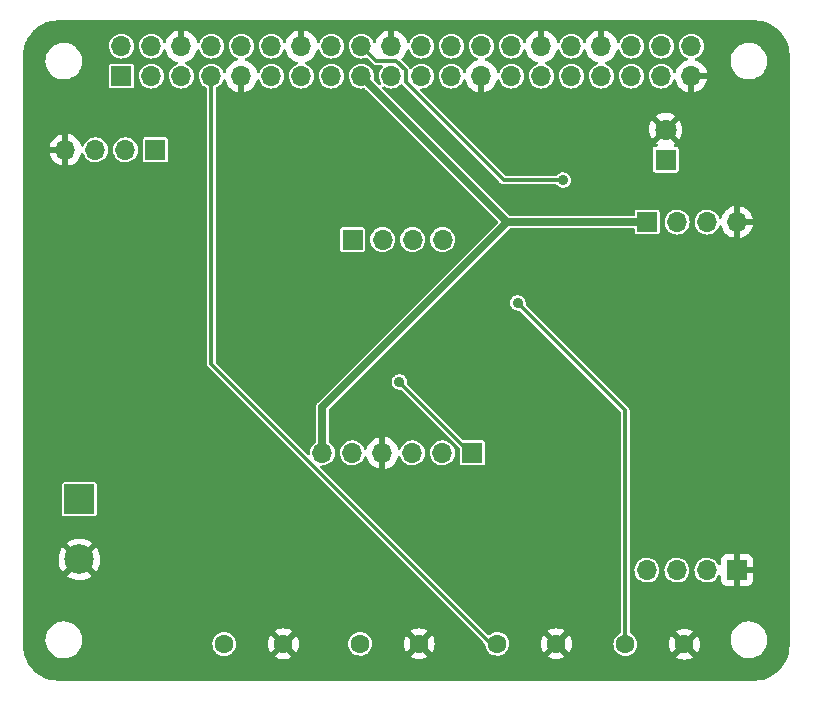
<source format=gbl>
G04 #@! TF.GenerationSoftware,KiCad,Pcbnew,(6.0.10-0)*
G04 #@! TF.CreationDate,2023-05-27T15:27:50-07:00*
G04 #@! TF.ProjectId,YonderDeep,596f6e64-6572-4446-9565-702e6b696361,rev?*
G04 #@! TF.SameCoordinates,Original*
G04 #@! TF.FileFunction,Copper,L2,Bot*
G04 #@! TF.FilePolarity,Positive*
%FSLAX46Y46*%
G04 Gerber Fmt 4.6, Leading zero omitted, Abs format (unit mm)*
G04 Created by KiCad (PCBNEW (6.0.10-0)) date 2023-05-27 15:27:50*
%MOMM*%
%LPD*%
G01*
G04 APERTURE LIST*
G04 #@! TA.AperFunction,ComponentPad*
%ADD10R,2.500000X2.500000*%
G04 #@! TD*
G04 #@! TA.AperFunction,ComponentPad*
%ADD11C,2.500000*%
G04 #@! TD*
G04 #@! TA.AperFunction,ComponentPad*
%ADD12R,1.700000X1.700000*%
G04 #@! TD*
G04 #@! TA.AperFunction,ComponentPad*
%ADD13O,1.700000X1.700000*%
G04 #@! TD*
G04 #@! TA.AperFunction,ComponentPad*
%ADD14C,1.800000*%
G04 #@! TD*
G04 #@! TA.AperFunction,ComponentPad*
%ADD15R,1.800000X1.800000*%
G04 #@! TD*
G04 #@! TA.AperFunction,ComponentPad*
%ADD16C,1.600000*%
G04 #@! TD*
G04 #@! TA.AperFunction,ViaPad*
%ADD17C,0.900000*%
G04 #@! TD*
G04 #@! TA.AperFunction,Conductor*
%ADD18C,0.304800*%
G04 #@! TD*
G04 #@! TA.AperFunction,Conductor*
%ADD19C,0.635000*%
G04 #@! TD*
G04 APERTURE END LIST*
D10*
X104820000Y-84605000D03*
D11*
X104820000Y-89685000D03*
D12*
X111250000Y-55010000D03*
D13*
X108710000Y-55010000D03*
X106170000Y-55010000D03*
X103630000Y-55010000D03*
D14*
X154450000Y-53295000D03*
D15*
X154450000Y-55835000D03*
D16*
X151040000Y-96870000D03*
X156040000Y-96870000D03*
D12*
X160490000Y-90590000D03*
D13*
X157950000Y-90590000D03*
X155410000Y-90590000D03*
X152870000Y-90590000D03*
D12*
X127940000Y-62612381D03*
D13*
X130480000Y-62612381D03*
X133020000Y-62612381D03*
X135560000Y-62612381D03*
D16*
X140190000Y-96840000D03*
X145190000Y-96840000D03*
X117080000Y-96850000D03*
X122080000Y-96850000D03*
X128580000Y-96840000D03*
X133580000Y-96840000D03*
D12*
X152890000Y-61130000D03*
D13*
X155430000Y-61130000D03*
X157970000Y-61130000D03*
X160510000Y-61130000D03*
D12*
X138090000Y-80670000D03*
D13*
X135550000Y-80670000D03*
X133010000Y-80670000D03*
X130470000Y-80670000D03*
X127930000Y-80670000D03*
X125390000Y-80670000D03*
D12*
X108370000Y-48770000D03*
D13*
X108370000Y-46230000D03*
X110910000Y-48770000D03*
X110910000Y-46230000D03*
X113450000Y-48770000D03*
X113450000Y-46230000D03*
X115990000Y-48770000D03*
X115990000Y-46230000D03*
X118530000Y-48770000D03*
X118530000Y-46230000D03*
X121070000Y-48770000D03*
X121070000Y-46230000D03*
X123610000Y-48770000D03*
X123610000Y-46230000D03*
X126150000Y-48770000D03*
X126150000Y-46230000D03*
X128690000Y-48770000D03*
X128690000Y-46230000D03*
X131230000Y-48770000D03*
X131230000Y-46230000D03*
X133770000Y-48770000D03*
X133770000Y-46230000D03*
X136310000Y-48770000D03*
X136310000Y-46230000D03*
X138850000Y-48770000D03*
X138850000Y-46230000D03*
X141390000Y-48770000D03*
X141390000Y-46230000D03*
X143930000Y-48770000D03*
X143930000Y-46230000D03*
X146470000Y-48770000D03*
X146470000Y-46230000D03*
X149010000Y-48770000D03*
X149010000Y-46230000D03*
X151550000Y-48770000D03*
X151550000Y-46230000D03*
X154090000Y-48770000D03*
X154090000Y-46230000D03*
X156630000Y-48770000D03*
X156630000Y-46230000D03*
D17*
X145770000Y-57580000D03*
X141940000Y-67970000D03*
X131900000Y-74660000D03*
D18*
X145770000Y-57580000D02*
X140744349Y-57580000D01*
X140744349Y-57580000D02*
X132432400Y-49268051D01*
X132432400Y-49268051D02*
X132432400Y-48271949D01*
X132432400Y-48271949D02*
X131630451Y-47470000D01*
X131630451Y-47470000D02*
X129930000Y-47470000D01*
X129930000Y-47470000D02*
X128690000Y-46230000D01*
X115990000Y-48770000D02*
X115990000Y-73170000D01*
X115990000Y-73170000D02*
X139660000Y-96840000D01*
X139660000Y-96840000D02*
X140190000Y-96840000D01*
D19*
X128690000Y-48770000D02*
X141050000Y-61130000D01*
D18*
X141940000Y-67970000D02*
X151040000Y-77070000D01*
X151040000Y-77070000D02*
X151040000Y-96870000D01*
X131900000Y-74660000D02*
X137910000Y-80670000D01*
X137910000Y-80670000D02*
X138090000Y-80670000D01*
D19*
X125390000Y-80670000D02*
X125390000Y-76790000D01*
X125390000Y-76790000D02*
X141050000Y-61130000D01*
X152890000Y-61130000D02*
X141050000Y-61130000D01*
G04 #@! TA.AperFunction,Conductor*
G36*
X161989955Y-44052077D02*
G01*
X161992691Y-44051634D01*
X162000000Y-44054661D01*
X162008846Y-44050997D01*
X162015793Y-44051387D01*
X162015800Y-44051390D01*
X162022135Y-44051908D01*
X162028561Y-44052599D01*
X162031445Y-44052266D01*
X162323178Y-44068649D01*
X162337210Y-44070230D01*
X162493282Y-44096748D01*
X162649349Y-44123265D01*
X162663124Y-44126409D01*
X162967360Y-44214058D01*
X162980697Y-44218725D01*
X163160301Y-44293119D01*
X163273207Y-44339886D01*
X163285930Y-44346013D01*
X163563041Y-44499167D01*
X163574989Y-44506674D01*
X163833222Y-44689900D01*
X163844253Y-44698698D01*
X164069239Y-44899758D01*
X164080335Y-44909674D01*
X164090325Y-44919664D01*
X164301302Y-45155747D01*
X164310100Y-45166778D01*
X164493326Y-45425011D01*
X164500833Y-45436959D01*
X164619290Y-45651290D01*
X164653985Y-45714066D01*
X164660114Y-45726793D01*
X164684690Y-45786124D01*
X164781275Y-46019303D01*
X164785942Y-46032640D01*
X164873591Y-46336876D01*
X164876735Y-46350651D01*
X164899392Y-46484000D01*
X164920516Y-46608324D01*
X164929769Y-46662785D01*
X164931351Y-46676822D01*
X164947129Y-46957781D01*
X164949003Y-46991154D01*
X164945341Y-46991360D01*
X164946471Y-46997268D01*
X164945339Y-47000000D01*
X164948412Y-47007418D01*
X164949220Y-47011644D01*
X164948228Y-47020876D01*
X164949500Y-47029725D01*
X164949500Y-96989955D01*
X164947923Y-96989955D01*
X164948366Y-96992691D01*
X164945339Y-97000000D01*
X164949003Y-97008846D01*
X164948613Y-97015793D01*
X164948610Y-97015800D01*
X164948092Y-97022135D01*
X164947401Y-97028561D01*
X164947734Y-97031445D01*
X164931880Y-97313761D01*
X164931351Y-97323174D01*
X164929770Y-97337210D01*
X164905782Y-97478394D01*
X164876735Y-97649349D01*
X164873591Y-97663124D01*
X164785942Y-97967360D01*
X164781275Y-97980697D01*
X164660116Y-98273203D01*
X164653987Y-98285930D01*
X164500833Y-98563041D01*
X164493326Y-98574989D01*
X164310100Y-98833222D01*
X164301302Y-98844253D01*
X164122811Y-99043984D01*
X164090326Y-99080335D01*
X164080336Y-99090325D01*
X163844253Y-99301302D01*
X163833222Y-99310100D01*
X163574989Y-99493326D01*
X163563041Y-99500833D01*
X163285930Y-99653987D01*
X163273207Y-99660114D01*
X163160301Y-99706881D01*
X162980697Y-99781275D01*
X162967360Y-99785942D01*
X162663124Y-99873591D01*
X162649349Y-99876735D01*
X162493282Y-99903252D01*
X162337210Y-99929770D01*
X162323178Y-99931351D01*
X162008846Y-99949003D01*
X162008640Y-99945341D01*
X162002732Y-99946471D01*
X162000000Y-99945339D01*
X161992582Y-99948412D01*
X161988356Y-99949220D01*
X161979124Y-99948228D01*
X161970275Y-99949500D01*
X103010045Y-99949500D01*
X103010045Y-99947923D01*
X103007309Y-99948366D01*
X103000000Y-99945339D01*
X102991154Y-99949003D01*
X102984207Y-99948613D01*
X102984200Y-99948610D01*
X102977865Y-99948092D01*
X102971439Y-99947401D01*
X102968555Y-99947734D01*
X102676822Y-99931351D01*
X102662790Y-99929770D01*
X102506718Y-99903252D01*
X102350651Y-99876735D01*
X102336876Y-99873591D01*
X102032640Y-99785942D01*
X102019303Y-99781275D01*
X101839699Y-99706881D01*
X101726793Y-99660114D01*
X101714070Y-99653987D01*
X101436959Y-99500833D01*
X101425011Y-99493326D01*
X101166778Y-99310100D01*
X101155747Y-99301302D01*
X100919664Y-99090325D01*
X100909674Y-99080335D01*
X100877189Y-99043984D01*
X100698698Y-98844253D01*
X100689900Y-98833222D01*
X100506674Y-98574989D01*
X100499167Y-98563041D01*
X100346013Y-98285930D01*
X100339884Y-98273203D01*
X100218725Y-97980697D01*
X100214058Y-97967360D01*
X100126409Y-97663124D01*
X100123265Y-97649349D01*
X100094218Y-97478394D01*
X100070230Y-97337210D01*
X100068649Y-97323174D01*
X100068121Y-97313761D01*
X100050997Y-97008846D01*
X100054659Y-97008640D01*
X100053529Y-97002732D01*
X100054661Y-97000000D01*
X100051588Y-96992582D01*
X100050780Y-96988356D01*
X100051772Y-96979124D01*
X100050500Y-96970275D01*
X100050500Y-96554288D01*
X101945404Y-96554288D01*
X101945985Y-96559308D01*
X101945985Y-96559312D01*
X101956342Y-96648824D01*
X101974081Y-96802140D01*
X101975460Y-96807011D01*
X101975460Y-96807014D01*
X101993604Y-96871132D01*
X102042017Y-97042219D01*
X102068300Y-97098584D01*
X102143061Y-97258909D01*
X102147462Y-97268348D01*
X102150304Y-97272529D01*
X102150304Y-97272530D01*
X102154639Y-97278909D01*
X102287706Y-97474710D01*
X102459138Y-97655994D01*
X102463164Y-97659072D01*
X102463165Y-97659073D01*
X102630883Y-97787303D01*
X102657349Y-97807538D01*
X102877239Y-97925443D01*
X103113152Y-98006674D01*
X103241099Y-98028774D01*
X103355107Y-98048467D01*
X103355113Y-98048468D01*
X103359017Y-98049142D01*
X103362978Y-98049322D01*
X103362979Y-98049322D01*
X103387503Y-98050436D01*
X103387522Y-98050436D01*
X103388922Y-98050500D01*
X103562691Y-98050500D01*
X103565199Y-98050298D01*
X103565204Y-98050298D01*
X103743661Y-98035940D01*
X103743666Y-98035939D01*
X103748702Y-98035534D01*
X103753610Y-98034329D01*
X103753613Y-98034328D01*
X103986092Y-97977225D01*
X103991006Y-97976018D01*
X103995658Y-97974043D01*
X103995662Y-97974042D01*
X104085138Y-97936062D01*
X121358493Y-97936062D01*
X121367789Y-97948077D01*
X121418994Y-97983931D01*
X121428489Y-97989414D01*
X121625947Y-98081490D01*
X121636239Y-98085236D01*
X121846688Y-98141625D01*
X121857481Y-98143528D01*
X122074525Y-98162517D01*
X122085475Y-98162517D01*
X122302519Y-98143528D01*
X122313312Y-98141625D01*
X122523761Y-98085236D01*
X122534053Y-98081490D01*
X122731511Y-97989414D01*
X122741006Y-97983931D01*
X122793048Y-97947491D01*
X122801424Y-97937012D01*
X122795668Y-97926062D01*
X132858493Y-97926062D01*
X132867789Y-97938077D01*
X132918994Y-97973931D01*
X132928489Y-97979414D01*
X133125947Y-98071490D01*
X133136239Y-98075236D01*
X133346688Y-98131625D01*
X133357481Y-98133528D01*
X133574525Y-98152517D01*
X133585475Y-98152517D01*
X133802519Y-98133528D01*
X133813312Y-98131625D01*
X134023761Y-98075236D01*
X134034053Y-98071490D01*
X134231511Y-97979414D01*
X134241006Y-97973931D01*
X134293048Y-97937491D01*
X134301424Y-97927012D01*
X134300925Y-97926062D01*
X144468493Y-97926062D01*
X144477789Y-97938077D01*
X144528994Y-97973931D01*
X144538489Y-97979414D01*
X144735947Y-98071490D01*
X144746239Y-98075236D01*
X144956688Y-98131625D01*
X144967481Y-98133528D01*
X145184525Y-98152517D01*
X145195475Y-98152517D01*
X145412519Y-98133528D01*
X145423312Y-98131625D01*
X145633761Y-98075236D01*
X145644053Y-98071490D01*
X145841511Y-97979414D01*
X145851006Y-97973931D01*
X145876526Y-97956062D01*
X155318493Y-97956062D01*
X155327789Y-97968077D01*
X155378994Y-98003931D01*
X155388489Y-98009414D01*
X155585947Y-98101490D01*
X155596239Y-98105236D01*
X155806688Y-98161625D01*
X155817481Y-98163528D01*
X156034525Y-98182517D01*
X156045475Y-98182517D01*
X156262519Y-98163528D01*
X156273312Y-98161625D01*
X156483761Y-98105236D01*
X156494053Y-98101490D01*
X156691511Y-98009414D01*
X156701006Y-98003931D01*
X156753048Y-97967491D01*
X156761424Y-97957012D01*
X156754356Y-97943566D01*
X156052812Y-97242022D01*
X156038868Y-97234408D01*
X156037035Y-97234539D01*
X156030420Y-97238790D01*
X155324923Y-97944287D01*
X155318493Y-97956062D01*
X145876526Y-97956062D01*
X145903048Y-97937491D01*
X145911424Y-97927012D01*
X145904356Y-97913566D01*
X145202812Y-97212022D01*
X145188868Y-97204408D01*
X145187035Y-97204539D01*
X145180420Y-97208790D01*
X144474923Y-97914287D01*
X144468493Y-97926062D01*
X134300925Y-97926062D01*
X134294356Y-97913566D01*
X133592812Y-97212022D01*
X133578868Y-97204408D01*
X133577035Y-97204539D01*
X133570420Y-97208790D01*
X132864923Y-97914287D01*
X132858493Y-97926062D01*
X122795668Y-97926062D01*
X122794356Y-97923566D01*
X122092812Y-97222022D01*
X122078868Y-97214408D01*
X122077035Y-97214539D01*
X122070420Y-97218790D01*
X121364923Y-97924287D01*
X121358493Y-97936062D01*
X104085138Y-97936062D01*
X104216022Y-97880505D01*
X104216023Y-97880505D01*
X104220677Y-97878529D01*
X104431808Y-97745573D01*
X104519183Y-97668542D01*
X104615168Y-97583920D01*
X104615171Y-97583917D01*
X104618965Y-97580572D01*
X104777334Y-97387770D01*
X104902840Y-97172128D01*
X104933318Y-97092732D01*
X104990443Y-96943915D01*
X104992255Y-96939195D01*
X104997676Y-96913250D01*
X105013822Y-96835963D01*
X116074757Y-96835963D01*
X116091175Y-97031483D01*
X116145258Y-97220091D01*
X116160068Y-97248909D01*
X116232123Y-97389113D01*
X116232126Y-97389117D01*
X116234944Y-97394601D01*
X116356818Y-97548369D01*
X116361511Y-97552363D01*
X116361512Y-97552364D01*
X116407408Y-97591424D01*
X116506238Y-97675535D01*
X116511616Y-97678541D01*
X116511618Y-97678542D01*
X116542024Y-97695535D01*
X116677513Y-97771257D01*
X116864118Y-97831889D01*
X117058946Y-97855121D01*
X117065081Y-97854649D01*
X117065083Y-97854649D01*
X117248434Y-97840541D01*
X117248438Y-97840540D01*
X117254576Y-97840068D01*
X117443556Y-97787303D01*
X117618689Y-97698837D01*
X117631489Y-97688837D01*
X117768453Y-97581829D01*
X117773303Y-97578040D01*
X117778203Y-97572364D01*
X117897485Y-97434173D01*
X117897485Y-97434172D01*
X117901509Y-97429511D01*
X117998425Y-97258909D01*
X118060358Y-97072732D01*
X118084949Y-96878071D01*
X118085172Y-96862107D01*
X118085265Y-96855475D01*
X120767483Y-96855475D01*
X120786472Y-97072519D01*
X120788375Y-97083312D01*
X120844764Y-97293761D01*
X120848510Y-97304053D01*
X120940586Y-97501511D01*
X120946069Y-97511006D01*
X120982509Y-97563048D01*
X120992988Y-97571424D01*
X121006434Y-97564356D01*
X121707978Y-96862812D01*
X121714356Y-96851132D01*
X122444408Y-96851132D01*
X122444539Y-96852965D01*
X122448790Y-96859580D01*
X123154287Y-97565077D01*
X123166062Y-97571507D01*
X123178077Y-97562211D01*
X123213931Y-97511006D01*
X123219414Y-97501511D01*
X123311490Y-97304053D01*
X123315236Y-97293761D01*
X123371625Y-97083312D01*
X123373528Y-97072519D01*
X123392517Y-96855475D01*
X123392517Y-96844525D01*
X123390893Y-96825963D01*
X127574757Y-96825963D01*
X127591175Y-97021483D01*
X127645258Y-97210091D01*
X127648076Y-97215574D01*
X127732123Y-97379113D01*
X127732126Y-97379117D01*
X127734944Y-97384601D01*
X127856818Y-97538369D01*
X127861511Y-97542363D01*
X127861512Y-97542364D01*
X127919158Y-97591424D01*
X128006238Y-97665535D01*
X128011616Y-97668541D01*
X128011618Y-97668542D01*
X128047932Y-97688837D01*
X128177513Y-97761257D01*
X128364118Y-97821889D01*
X128558946Y-97845121D01*
X128565081Y-97844649D01*
X128565083Y-97844649D01*
X128748434Y-97830541D01*
X128748438Y-97830540D01*
X128754576Y-97830068D01*
X128943556Y-97777303D01*
X129118689Y-97688837D01*
X129148515Y-97665535D01*
X129230055Y-97601829D01*
X129273303Y-97568040D01*
X129278335Y-97562211D01*
X129397485Y-97424173D01*
X129397485Y-97424172D01*
X129401509Y-97419511D01*
X129412915Y-97399434D01*
X129461584Y-97313761D01*
X129498425Y-97248909D01*
X129560358Y-97062732D01*
X129584949Y-96868071D01*
X129585265Y-96845475D01*
X132267483Y-96845475D01*
X132286472Y-97062519D01*
X132288375Y-97073312D01*
X132344764Y-97283761D01*
X132348510Y-97294053D01*
X132440586Y-97491511D01*
X132446069Y-97501006D01*
X132482509Y-97553048D01*
X132492988Y-97561424D01*
X132506434Y-97554356D01*
X133207978Y-96852812D01*
X133214356Y-96841132D01*
X133944408Y-96841132D01*
X133944539Y-96842965D01*
X133948790Y-96849580D01*
X134654287Y-97555077D01*
X134666062Y-97561507D01*
X134678077Y-97552211D01*
X134713931Y-97501006D01*
X134719414Y-97491511D01*
X134811490Y-97294053D01*
X134815236Y-97283761D01*
X134871625Y-97073312D01*
X134873528Y-97062519D01*
X134892517Y-96845475D01*
X134892517Y-96834525D01*
X134873528Y-96617481D01*
X134871625Y-96606688D01*
X134815236Y-96396239D01*
X134811490Y-96385947D01*
X134719414Y-96188489D01*
X134713931Y-96178994D01*
X134677491Y-96126952D01*
X134667012Y-96118576D01*
X134653566Y-96125644D01*
X133952022Y-96827188D01*
X133944408Y-96841132D01*
X133214356Y-96841132D01*
X133215592Y-96838868D01*
X133215461Y-96837035D01*
X133211210Y-96830420D01*
X132505713Y-96124923D01*
X132493938Y-96118493D01*
X132481923Y-96127789D01*
X132446069Y-96178994D01*
X132440586Y-96188489D01*
X132348510Y-96385947D01*
X132344764Y-96396239D01*
X132288375Y-96606688D01*
X132286472Y-96617481D01*
X132267483Y-96834525D01*
X132267483Y-96845475D01*
X129585265Y-96845475D01*
X129585341Y-96840000D01*
X129566194Y-96644728D01*
X129564413Y-96638829D01*
X129564412Y-96638824D01*
X129511265Y-96462793D01*
X129509484Y-96456894D01*
X129417370Y-96283653D01*
X129293361Y-96131602D01*
X129142180Y-96006535D01*
X128969585Y-95913213D01*
X128875869Y-95884203D01*
X128788039Y-95857015D01*
X128788036Y-95857014D01*
X128782152Y-95855193D01*
X128776027Y-95854549D01*
X128776026Y-95854549D01*
X128593147Y-95835327D01*
X128593146Y-95835327D01*
X128587019Y-95834683D01*
X128477138Y-95844683D01*
X128397759Y-95851907D01*
X128397758Y-95851907D01*
X128391618Y-95852466D01*
X128385704Y-95854207D01*
X128385702Y-95854207D01*
X128342185Y-95867015D01*
X128203393Y-95907864D01*
X128197928Y-95910721D01*
X128034972Y-95995912D01*
X128034968Y-95995915D01*
X128029512Y-95998767D01*
X128024712Y-96002627D01*
X128024711Y-96002627D01*
X128012274Y-96012627D01*
X127876600Y-96121711D01*
X127750480Y-96272016D01*
X127747516Y-96277408D01*
X127747513Y-96277412D01*
X127724593Y-96319104D01*
X127655956Y-96443954D01*
X127654095Y-96449821D01*
X127654094Y-96449823D01*
X127640463Y-96492793D01*
X127596628Y-96630978D01*
X127574757Y-96825963D01*
X123390893Y-96825963D01*
X123373528Y-96627481D01*
X123371625Y-96616688D01*
X123315236Y-96406239D01*
X123311490Y-96395947D01*
X123219414Y-96198489D01*
X123213931Y-96188994D01*
X123177491Y-96136952D01*
X123167012Y-96128576D01*
X123153566Y-96135644D01*
X122452022Y-96837188D01*
X122444408Y-96851132D01*
X121714356Y-96851132D01*
X121715592Y-96848868D01*
X121715461Y-96847035D01*
X121711210Y-96840420D01*
X121005713Y-96134923D01*
X120993938Y-96128493D01*
X120981923Y-96137789D01*
X120946069Y-96188994D01*
X120940586Y-96198489D01*
X120848510Y-96395947D01*
X120844764Y-96406239D01*
X120788375Y-96616688D01*
X120786472Y-96627481D01*
X120767483Y-96844525D01*
X120767483Y-96855475D01*
X118085265Y-96855475D01*
X118085292Y-96853523D01*
X118085292Y-96853519D01*
X118085341Y-96850000D01*
X118066194Y-96654728D01*
X118064413Y-96648829D01*
X118064412Y-96648824D01*
X118011265Y-96472793D01*
X118009484Y-96466894D01*
X117917370Y-96293653D01*
X117793361Y-96141602D01*
X117642180Y-96016535D01*
X117469585Y-95923213D01*
X117375868Y-95894203D01*
X117288039Y-95867015D01*
X117288036Y-95867014D01*
X117282152Y-95865193D01*
X117276027Y-95864549D01*
X117276026Y-95864549D01*
X117093147Y-95845327D01*
X117093146Y-95845327D01*
X117087019Y-95844683D01*
X116982369Y-95854207D01*
X116897759Y-95861907D01*
X116897758Y-95861907D01*
X116891618Y-95862466D01*
X116885704Y-95864207D01*
X116885702Y-95864207D01*
X116756734Y-95902165D01*
X116703393Y-95917864D01*
X116697928Y-95920721D01*
X116534972Y-96005912D01*
X116534968Y-96005915D01*
X116529512Y-96008767D01*
X116524712Y-96012627D01*
X116524711Y-96012627D01*
X116508187Y-96025913D01*
X116376600Y-96131711D01*
X116250480Y-96282016D01*
X116247516Y-96287408D01*
X116247513Y-96287412D01*
X116193343Y-96385947D01*
X116155956Y-96453954D01*
X116154095Y-96459821D01*
X116154094Y-96459823D01*
X116149092Y-96475592D01*
X116096628Y-96640978D01*
X116074757Y-96835963D01*
X105013822Y-96835963D01*
X105042243Y-96699915D01*
X105043278Y-96694961D01*
X105043919Y-96680862D01*
X105052076Y-96501210D01*
X105054596Y-96445712D01*
X105053769Y-96438559D01*
X105026501Y-96202890D01*
X105025919Y-96197860D01*
X105020581Y-96178994D01*
X104978070Y-96028767D01*
X104957983Y-95957781D01*
X104900882Y-95835327D01*
X104867150Y-95762988D01*
X121358576Y-95762988D01*
X121365644Y-95776434D01*
X122067188Y-96477978D01*
X122081132Y-96485592D01*
X122082965Y-96485461D01*
X122089580Y-96481210D01*
X122795077Y-95775713D01*
X122801507Y-95763938D01*
X122793035Y-95752988D01*
X132858576Y-95752988D01*
X132865644Y-95766434D01*
X133567188Y-96467978D01*
X133581132Y-96475592D01*
X133582965Y-96475461D01*
X133589580Y-96471210D01*
X134295077Y-95765713D01*
X134301507Y-95753938D01*
X134292211Y-95741923D01*
X134241006Y-95706069D01*
X134231511Y-95700586D01*
X134034053Y-95608510D01*
X134023761Y-95604764D01*
X133813312Y-95548375D01*
X133802519Y-95546472D01*
X133585475Y-95527483D01*
X133574525Y-95527483D01*
X133357481Y-95546472D01*
X133346688Y-95548375D01*
X133136239Y-95604764D01*
X133125947Y-95608510D01*
X132928489Y-95700586D01*
X132918994Y-95706069D01*
X132866952Y-95742509D01*
X132858576Y-95752988D01*
X122793035Y-95752988D01*
X122792211Y-95751923D01*
X122741006Y-95716069D01*
X122731511Y-95710586D01*
X122534053Y-95618510D01*
X122523761Y-95614764D01*
X122313312Y-95558375D01*
X122302519Y-95556472D01*
X122085475Y-95537483D01*
X122074525Y-95537483D01*
X121857481Y-95556472D01*
X121846688Y-95558375D01*
X121636239Y-95614764D01*
X121625947Y-95618510D01*
X121428489Y-95710586D01*
X121418994Y-95716069D01*
X121366952Y-95752509D01*
X121358576Y-95762988D01*
X104867150Y-95762988D01*
X104854675Y-95736234D01*
X104854673Y-95736230D01*
X104852538Y-95731652D01*
X104831426Y-95700586D01*
X104807980Y-95666087D01*
X104712294Y-95525290D01*
X104540862Y-95344006D01*
X104342651Y-95192462D01*
X104122761Y-95074557D01*
X103886848Y-94993326D01*
X103758901Y-94971226D01*
X103644893Y-94951533D01*
X103644887Y-94951532D01*
X103640983Y-94950858D01*
X103637022Y-94950678D01*
X103637021Y-94950678D01*
X103612497Y-94949564D01*
X103612478Y-94949564D01*
X103611078Y-94949500D01*
X103437309Y-94949500D01*
X103434801Y-94949702D01*
X103434796Y-94949702D01*
X103256339Y-94964060D01*
X103256334Y-94964061D01*
X103251298Y-94964466D01*
X103246390Y-94965671D01*
X103246387Y-94965672D01*
X103016392Y-95022165D01*
X103008994Y-95023982D01*
X103004342Y-95025957D01*
X103004338Y-95025958D01*
X102783978Y-95119495D01*
X102779323Y-95121471D01*
X102568192Y-95254427D01*
X102564398Y-95257772D01*
X102384832Y-95416080D01*
X102384829Y-95416083D01*
X102381035Y-95419428D01*
X102222666Y-95612230D01*
X102097160Y-95827872D01*
X102095347Y-95832595D01*
X102095346Y-95832597D01*
X102049051Y-95953199D01*
X102007745Y-96060805D01*
X102006712Y-96065751D01*
X102006710Y-96065757D01*
X101988754Y-96151711D01*
X101956722Y-96305039D01*
X101956493Y-96310088D01*
X101956492Y-96310094D01*
X101956083Y-96319104D01*
X101945404Y-96554288D01*
X100050500Y-96554288D01*
X100050500Y-91094133D01*
X103775612Y-91094133D01*
X103784325Y-91105653D01*
X103882018Y-91177284D01*
X103889928Y-91182227D01*
X104112890Y-91299533D01*
X104121453Y-91303256D01*
X104359304Y-91386318D01*
X104368313Y-91388732D01*
X104615842Y-91435727D01*
X104625098Y-91436781D01*
X104876857Y-91446673D01*
X104886171Y-91446347D01*
X105136615Y-91418920D01*
X105145792Y-91417219D01*
X105389431Y-91353074D01*
X105398251Y-91350037D01*
X105629736Y-91250583D01*
X105638008Y-91246276D01*
X105852249Y-91113700D01*
X105859188Y-91108658D01*
X105867518Y-91096019D01*
X105861456Y-91085666D01*
X104832812Y-90057022D01*
X104818868Y-90049408D01*
X104817035Y-90049539D01*
X104810420Y-90053790D01*
X103782270Y-91081940D01*
X103775612Y-91094133D01*
X100050500Y-91094133D01*
X100050500Y-89643523D01*
X103057898Y-89643523D01*
X103069987Y-89895175D01*
X103071124Y-89904435D01*
X103120274Y-90151535D01*
X103122768Y-90160528D01*
X103207900Y-90397639D01*
X103211700Y-90406174D01*
X103330946Y-90628101D01*
X103335957Y-90635968D01*
X103399446Y-90720990D01*
X103410704Y-90729439D01*
X103423123Y-90722667D01*
X104447978Y-89697812D01*
X104454356Y-89686132D01*
X105184408Y-89686132D01*
X105184539Y-89687965D01*
X105188790Y-89694580D01*
X106219913Y-90725703D01*
X106232293Y-90732463D01*
X106240634Y-90726219D01*
X106366765Y-90530127D01*
X106371212Y-90521936D01*
X106474691Y-90292222D01*
X106477882Y-90283455D01*
X106546269Y-90040976D01*
X106548129Y-90031834D01*
X106580116Y-89780396D01*
X106580597Y-89774108D01*
X106582847Y-89688160D01*
X106582696Y-89681851D01*
X106563912Y-89429074D01*
X106562536Y-89419868D01*
X106506929Y-89174126D01*
X106504205Y-89165215D01*
X106412888Y-88930392D01*
X106408877Y-88921983D01*
X106283854Y-88703240D01*
X106278643Y-88695514D01*
X106241391Y-88648261D01*
X106229466Y-88639790D01*
X106217934Y-88646276D01*
X105192022Y-89672188D01*
X105184408Y-89686132D01*
X104454356Y-89686132D01*
X104455592Y-89683868D01*
X104455461Y-89682035D01*
X104451210Y-89675420D01*
X103421321Y-88645531D01*
X103408013Y-88638264D01*
X103397974Y-88645386D01*
X103387761Y-88657666D01*
X103382346Y-88665258D01*
X103251646Y-88880646D01*
X103247408Y-88888963D01*
X103149981Y-89121299D01*
X103147020Y-89130149D01*
X103085006Y-89374331D01*
X103083384Y-89383528D01*
X103058143Y-89634198D01*
X103057898Y-89643523D01*
X100050500Y-89643523D01*
X100050500Y-88273803D01*
X103773216Y-88273803D01*
X103777789Y-88283579D01*
X104807188Y-89312978D01*
X104821132Y-89320592D01*
X104822965Y-89320461D01*
X104829580Y-89316210D01*
X105858419Y-88287371D01*
X105864803Y-88275681D01*
X105855391Y-88263570D01*
X105718593Y-88168670D01*
X105710565Y-88163942D01*
X105484593Y-88052505D01*
X105475960Y-88049017D01*
X105235998Y-87972205D01*
X105226938Y-87970029D01*
X104978260Y-87929529D01*
X104968973Y-87928717D01*
X104717053Y-87925419D01*
X104707742Y-87925989D01*
X104458097Y-87959964D01*
X104448978Y-87961902D01*
X104207098Y-88032404D01*
X104198367Y-88035667D01*
X103969558Y-88141151D01*
X103961406Y-88145670D01*
X103782353Y-88263062D01*
X103773216Y-88273803D01*
X100050500Y-88273803D01*
X100050500Y-85874748D01*
X103369500Y-85874748D01*
X103381133Y-85933231D01*
X103425448Y-85999552D01*
X103491769Y-86043867D01*
X103503938Y-86046288D01*
X103503939Y-86046288D01*
X103544184Y-86054293D01*
X103550252Y-86055500D01*
X106089748Y-86055500D01*
X106095816Y-86054293D01*
X106136061Y-86046288D01*
X106136062Y-86046288D01*
X106148231Y-86043867D01*
X106214552Y-85999552D01*
X106258867Y-85933231D01*
X106270500Y-85874748D01*
X106270500Y-83335252D01*
X106258867Y-83276769D01*
X106214552Y-83210448D01*
X106148231Y-83166133D01*
X106136062Y-83163712D01*
X106136061Y-83163712D01*
X106095816Y-83155707D01*
X106089748Y-83154500D01*
X103550252Y-83154500D01*
X103544184Y-83155707D01*
X103503939Y-83163712D01*
X103503938Y-83163712D01*
X103491769Y-83166133D01*
X103425448Y-83210448D01*
X103381133Y-83276769D01*
X103369500Y-83335252D01*
X103369500Y-85874748D01*
X100050500Y-85874748D01*
X100050500Y-55277966D01*
X102298257Y-55277966D01*
X102328565Y-55412446D01*
X102331645Y-55422275D01*
X102411770Y-55619603D01*
X102416413Y-55628794D01*
X102527694Y-55810388D01*
X102533777Y-55818699D01*
X102673213Y-55979667D01*
X102680580Y-55986883D01*
X102844434Y-56122916D01*
X102852881Y-56128831D01*
X103036756Y-56236279D01*
X103046042Y-56240729D01*
X103245001Y-56316703D01*
X103254899Y-56319579D01*
X103358250Y-56340606D01*
X103372299Y-56339410D01*
X103376000Y-56329065D01*
X103376000Y-56328517D01*
X103884000Y-56328517D01*
X103888064Y-56342359D01*
X103901478Y-56344393D01*
X103908184Y-56343534D01*
X103918262Y-56341392D01*
X104122255Y-56280191D01*
X104131842Y-56276433D01*
X104323095Y-56182739D01*
X104331945Y-56177464D01*
X104505328Y-56053792D01*
X104513200Y-56047139D01*
X104664052Y-55896812D01*
X104670730Y-55888965D01*
X104795003Y-55716020D01*
X104800313Y-55707183D01*
X104894670Y-55516267D01*
X104898469Y-55506672D01*
X104939593Y-55371319D01*
X104978534Y-55311955D01*
X105043388Y-55283068D01*
X105113564Y-55293830D01*
X105166782Y-55340823D01*
X105181270Y-55373217D01*
X105188544Y-55398586D01*
X105191359Y-55404063D01*
X105191360Y-55404066D01*
X105279897Y-55576341D01*
X105282712Y-55581818D01*
X105410677Y-55743270D01*
X105415370Y-55747264D01*
X105415371Y-55747265D01*
X105489541Y-55810388D01*
X105567564Y-55876791D01*
X105572942Y-55879797D01*
X105572944Y-55879798D01*
X105603387Y-55896812D01*
X105747398Y-55977297D01*
X105831280Y-56004552D01*
X105937471Y-56039056D01*
X105937475Y-56039057D01*
X105943329Y-56040959D01*
X106147894Y-56065351D01*
X106154029Y-56064879D01*
X106154031Y-56064879D01*
X106226625Y-56059293D01*
X106353300Y-56049546D01*
X106359230Y-56047890D01*
X106359232Y-56047890D01*
X106545797Y-55995800D01*
X106545796Y-55995800D01*
X106551725Y-55994145D01*
X106557214Y-55991372D01*
X106557220Y-55991370D01*
X106730116Y-55904033D01*
X106735610Y-55901258D01*
X106751345Y-55888965D01*
X106893101Y-55778213D01*
X106897951Y-55774424D01*
X106955992Y-55707183D01*
X107028540Y-55623134D01*
X107028540Y-55623133D01*
X107032564Y-55618472D01*
X107053387Y-55581818D01*
X107071056Y-55550714D01*
X107134323Y-55439344D01*
X107199351Y-55243863D01*
X107225171Y-55039474D01*
X107225583Y-55010000D01*
X107224138Y-54995262D01*
X107654520Y-54995262D01*
X107671759Y-55200553D01*
X107673458Y-55206478D01*
X107695147Y-55282115D01*
X107728544Y-55398586D01*
X107731359Y-55404063D01*
X107731360Y-55404066D01*
X107819897Y-55576341D01*
X107822712Y-55581818D01*
X107950677Y-55743270D01*
X107955370Y-55747264D01*
X107955371Y-55747265D01*
X108029541Y-55810388D01*
X108107564Y-55876791D01*
X108112942Y-55879797D01*
X108112944Y-55879798D01*
X108143387Y-55896812D01*
X108287398Y-55977297D01*
X108371280Y-56004552D01*
X108477471Y-56039056D01*
X108477475Y-56039057D01*
X108483329Y-56040959D01*
X108687894Y-56065351D01*
X108694029Y-56064879D01*
X108694031Y-56064879D01*
X108766625Y-56059293D01*
X108893300Y-56049546D01*
X108899230Y-56047890D01*
X108899232Y-56047890D01*
X109085797Y-55995800D01*
X109085796Y-55995800D01*
X109091725Y-55994145D01*
X109097214Y-55991372D01*
X109097220Y-55991370D01*
X109270116Y-55904033D01*
X109275610Y-55901258D01*
X109291345Y-55888965D01*
X109303142Y-55879748D01*
X110199500Y-55879748D01*
X110200707Y-55885816D01*
X110204331Y-55904033D01*
X110211133Y-55938231D01*
X110255448Y-56004552D01*
X110321769Y-56048867D01*
X110333938Y-56051288D01*
X110333939Y-56051288D01*
X110374184Y-56059293D01*
X110380252Y-56060500D01*
X112119748Y-56060500D01*
X112125816Y-56059293D01*
X112166061Y-56051288D01*
X112166062Y-56051288D01*
X112178231Y-56048867D01*
X112244552Y-56004552D01*
X112288867Y-55938231D01*
X112295670Y-55904033D01*
X112299293Y-55885816D01*
X112300500Y-55879748D01*
X112300500Y-54140252D01*
X112288867Y-54081769D01*
X112244552Y-54015448D01*
X112178231Y-53971133D01*
X112166062Y-53968712D01*
X112166061Y-53968712D01*
X112125816Y-53960707D01*
X112119748Y-53959500D01*
X110380252Y-53959500D01*
X110374184Y-53960707D01*
X110333939Y-53968712D01*
X110333938Y-53968712D01*
X110321769Y-53971133D01*
X110255448Y-54015448D01*
X110211133Y-54081769D01*
X110199500Y-54140252D01*
X110199500Y-55879748D01*
X109303142Y-55879748D01*
X109433101Y-55778213D01*
X109437951Y-55774424D01*
X109495992Y-55707183D01*
X109568540Y-55623134D01*
X109568540Y-55623133D01*
X109572564Y-55618472D01*
X109593387Y-55581818D01*
X109611056Y-55550714D01*
X109674323Y-55439344D01*
X109739351Y-55243863D01*
X109765171Y-55039474D01*
X109765583Y-55010000D01*
X109745480Y-54804970D01*
X109685935Y-54607749D01*
X109589218Y-54425849D01*
X109513206Y-54332649D01*
X109462906Y-54270975D01*
X109462903Y-54270972D01*
X109459011Y-54266200D01*
X109441786Y-54251950D01*
X109305025Y-54138811D01*
X109305021Y-54138809D01*
X109300275Y-54134882D01*
X109119055Y-54036897D01*
X108922254Y-53975977D01*
X108916129Y-53975333D01*
X108916128Y-53975333D01*
X108723498Y-53955087D01*
X108723496Y-53955087D01*
X108717369Y-53954443D01*
X108630529Y-53962346D01*
X108518342Y-53972555D01*
X108518339Y-53972556D01*
X108512203Y-53973114D01*
X108314572Y-54031280D01*
X108132002Y-54126726D01*
X108127201Y-54130586D01*
X108127198Y-54130588D01*
X108094688Y-54156727D01*
X107971447Y-54255815D01*
X107839024Y-54413630D01*
X107836056Y-54419028D01*
X107836053Y-54419033D01*
X107777255Y-54525988D01*
X107739776Y-54594162D01*
X107677484Y-54790532D01*
X107676798Y-54796649D01*
X107676797Y-54796653D01*
X107655207Y-54989137D01*
X107654520Y-54995262D01*
X107224138Y-54995262D01*
X107205480Y-54804970D01*
X107145935Y-54607749D01*
X107049218Y-54425849D01*
X106973206Y-54332649D01*
X106922906Y-54270975D01*
X106922903Y-54270972D01*
X106919011Y-54266200D01*
X106901786Y-54251950D01*
X106765025Y-54138811D01*
X106765021Y-54138809D01*
X106760275Y-54134882D01*
X106579055Y-54036897D01*
X106382254Y-53975977D01*
X106376129Y-53975333D01*
X106376128Y-53975333D01*
X106183498Y-53955087D01*
X106183496Y-53955087D01*
X106177369Y-53954443D01*
X106090529Y-53962346D01*
X105978342Y-53972555D01*
X105978339Y-53972556D01*
X105972203Y-53973114D01*
X105774572Y-54031280D01*
X105592002Y-54126726D01*
X105587201Y-54130586D01*
X105587198Y-54130588D01*
X105554688Y-54156727D01*
X105431447Y-54255815D01*
X105299024Y-54413630D01*
X105296056Y-54419028D01*
X105296053Y-54419033D01*
X105237255Y-54525988D01*
X105199776Y-54594162D01*
X105197914Y-54600032D01*
X105181068Y-54653138D01*
X105141405Y-54712022D01*
X105076202Y-54740114D01*
X105006163Y-54728497D01*
X104953523Y-54680857D01*
X104938762Y-54645735D01*
X104921214Y-54575875D01*
X104917894Y-54566124D01*
X104832972Y-54370814D01*
X104828105Y-54361739D01*
X104712426Y-54182926D01*
X104706136Y-54174757D01*
X104562806Y-54017240D01*
X104555273Y-54010215D01*
X104388139Y-53878222D01*
X104379552Y-53872517D01*
X104193117Y-53769599D01*
X104183705Y-53765369D01*
X103982959Y-53694280D01*
X103972988Y-53691646D01*
X103901837Y-53678972D01*
X103888540Y-53680432D01*
X103884000Y-53694989D01*
X103884000Y-56328517D01*
X103376000Y-56328517D01*
X103376000Y-55282115D01*
X103371525Y-55266876D01*
X103370135Y-55265671D01*
X103362452Y-55264000D01*
X102313225Y-55264000D01*
X102299694Y-55267973D01*
X102298257Y-55277966D01*
X100050500Y-55277966D01*
X100050500Y-54744183D01*
X102294389Y-54744183D01*
X102295912Y-54752607D01*
X102308292Y-54756000D01*
X103357885Y-54756000D01*
X103373124Y-54751525D01*
X103374329Y-54750135D01*
X103376000Y-54742452D01*
X103376000Y-53693102D01*
X103372082Y-53679758D01*
X103357806Y-53677771D01*
X103319324Y-53683660D01*
X103309288Y-53686051D01*
X103106868Y-53752212D01*
X103097359Y-53756209D01*
X102908463Y-53854542D01*
X102899738Y-53860036D01*
X102729433Y-53987905D01*
X102721726Y-53994748D01*
X102574590Y-54148717D01*
X102568104Y-54156727D01*
X102448098Y-54332649D01*
X102443000Y-54341623D01*
X102353338Y-54534783D01*
X102349775Y-54544470D01*
X102294389Y-54744183D01*
X100050500Y-54744183D01*
X100050500Y-49639748D01*
X107319500Y-49639748D01*
X107320707Y-49645816D01*
X107324331Y-49664033D01*
X107331133Y-49698231D01*
X107375448Y-49764552D01*
X107441769Y-49808867D01*
X107453938Y-49811288D01*
X107453939Y-49811288D01*
X107494184Y-49819293D01*
X107500252Y-49820500D01*
X109239748Y-49820500D01*
X109245816Y-49819293D01*
X109286061Y-49811288D01*
X109286062Y-49811288D01*
X109298231Y-49808867D01*
X109364552Y-49764552D01*
X109408867Y-49698231D01*
X109415670Y-49664033D01*
X109419293Y-49645816D01*
X109420500Y-49639748D01*
X109420500Y-48755262D01*
X109854520Y-48755262D01*
X109855036Y-48761406D01*
X109864645Y-48875831D01*
X109871759Y-48960553D01*
X109873458Y-48966478D01*
X109919395Y-49126678D01*
X109928544Y-49158586D01*
X109931359Y-49164063D01*
X109931360Y-49164066D01*
X110019897Y-49336341D01*
X110022712Y-49341818D01*
X110150677Y-49503270D01*
X110155370Y-49507264D01*
X110155371Y-49507265D01*
X110229541Y-49570388D01*
X110307564Y-49636791D01*
X110312942Y-49639797D01*
X110312944Y-49639798D01*
X110343387Y-49656812D01*
X110487398Y-49737297D01*
X110564020Y-49762193D01*
X110677471Y-49799056D01*
X110677475Y-49799057D01*
X110683329Y-49800959D01*
X110887894Y-49825351D01*
X110894029Y-49824879D01*
X110894031Y-49824879D01*
X110966625Y-49819293D01*
X111093300Y-49809546D01*
X111099230Y-49807890D01*
X111099232Y-49807890D01*
X111262900Y-49762193D01*
X111291725Y-49754145D01*
X111297214Y-49751372D01*
X111297220Y-49751370D01*
X111470116Y-49664033D01*
X111475610Y-49661258D01*
X111491345Y-49648965D01*
X111633101Y-49538213D01*
X111637951Y-49534424D01*
X111649316Y-49521258D01*
X111768540Y-49383134D01*
X111768540Y-49383133D01*
X111772564Y-49378472D01*
X111793387Y-49341818D01*
X111811056Y-49310714D01*
X111874323Y-49199344D01*
X111939351Y-49003863D01*
X111965171Y-48799474D01*
X111965583Y-48770000D01*
X111945480Y-48564970D01*
X111885935Y-48367749D01*
X111789218Y-48185849D01*
X111685752Y-48058987D01*
X111662906Y-48030975D01*
X111662903Y-48030972D01*
X111659011Y-48026200D01*
X111559546Y-47943915D01*
X111505025Y-47898811D01*
X111505021Y-47898809D01*
X111500275Y-47894882D01*
X111319055Y-47796897D01*
X111122254Y-47735977D01*
X111116129Y-47735333D01*
X111116128Y-47735333D01*
X110923498Y-47715087D01*
X110923496Y-47715087D01*
X110917369Y-47714443D01*
X110830529Y-47722346D01*
X110718342Y-47732555D01*
X110718339Y-47732556D01*
X110712203Y-47733114D01*
X110514572Y-47791280D01*
X110509107Y-47794137D01*
X110507313Y-47795075D01*
X110332002Y-47886726D01*
X110327201Y-47890586D01*
X110327198Y-47890588D01*
X110272263Y-47934757D01*
X110171447Y-48015815D01*
X110039024Y-48173630D01*
X110036056Y-48179028D01*
X110036053Y-48179033D01*
X109955190Y-48326124D01*
X109939776Y-48354162D01*
X109877484Y-48550532D01*
X109876798Y-48556649D01*
X109876797Y-48556653D01*
X109865309Y-48659073D01*
X109854520Y-48755262D01*
X109420500Y-48755262D01*
X109420500Y-47900252D01*
X109408867Y-47841769D01*
X109364552Y-47775448D01*
X109298231Y-47731133D01*
X109286062Y-47728712D01*
X109286061Y-47728712D01*
X109245816Y-47720707D01*
X109239748Y-47719500D01*
X107500252Y-47719500D01*
X107494184Y-47720707D01*
X107453939Y-47728712D01*
X107453938Y-47728712D01*
X107441769Y-47731133D01*
X107375448Y-47775448D01*
X107331133Y-47841769D01*
X107319500Y-47900252D01*
X107319500Y-49639748D01*
X100050500Y-49639748D01*
X100050500Y-47554288D01*
X101945404Y-47554288D01*
X101945985Y-47559308D01*
X101945985Y-47559312D01*
X101966108Y-47733233D01*
X101974081Y-47802140D01*
X101975460Y-47807011D01*
X101975460Y-47807014D01*
X102000799Y-47896558D01*
X102042017Y-48042219D01*
X102078170Y-48119749D01*
X102139341Y-48250932D01*
X102147462Y-48268348D01*
X102287706Y-48474710D01*
X102381486Y-48573879D01*
X102445905Y-48642000D01*
X102459138Y-48655994D01*
X102657349Y-48807538D01*
X102877239Y-48925443D01*
X103113152Y-49006674D01*
X103235332Y-49027778D01*
X103355107Y-49048467D01*
X103355113Y-49048468D01*
X103359017Y-49049142D01*
X103362978Y-49049322D01*
X103362979Y-49049322D01*
X103387503Y-49050436D01*
X103387522Y-49050436D01*
X103388922Y-49050500D01*
X103562691Y-49050500D01*
X103565199Y-49050298D01*
X103565204Y-49050298D01*
X103743661Y-49035940D01*
X103743666Y-49035939D01*
X103748702Y-49035534D01*
X103753610Y-49034329D01*
X103753613Y-49034328D01*
X103986092Y-48977225D01*
X103991006Y-48976018D01*
X103995658Y-48974043D01*
X103995662Y-48974042D01*
X104216022Y-48880505D01*
X104216023Y-48880505D01*
X104220677Y-48878529D01*
X104431808Y-48745573D01*
X104529923Y-48659073D01*
X104615168Y-48583920D01*
X104615171Y-48583917D01*
X104618965Y-48580572D01*
X104777334Y-48387770D01*
X104902840Y-48172128D01*
X104929905Y-48101623D01*
X104990443Y-47943915D01*
X104992255Y-47939195D01*
X104998623Y-47908717D01*
X105042243Y-47699915D01*
X105043278Y-47694961D01*
X105043803Y-47683415D01*
X105053914Y-47460729D01*
X105054596Y-47445712D01*
X105047821Y-47387152D01*
X105026501Y-47202890D01*
X105025919Y-47197860D01*
X105007921Y-47134255D01*
X104969424Y-46998213D01*
X104957983Y-46957781D01*
X104852538Y-46731652D01*
X104712294Y-46525290D01*
X104560616Y-46364895D01*
X104544344Y-46347688D01*
X104544343Y-46347687D01*
X104540862Y-46344006D01*
X104531537Y-46336876D01*
X104372472Y-46215262D01*
X107314520Y-46215262D01*
X107315036Y-46221406D01*
X107330902Y-46410342D01*
X107331759Y-46420553D01*
X107333458Y-46426478D01*
X107379395Y-46586678D01*
X107388544Y-46618586D01*
X107391359Y-46624063D01*
X107391360Y-46624066D01*
X107479897Y-46796341D01*
X107482712Y-46801818D01*
X107610677Y-46963270D01*
X107615370Y-46967264D01*
X107615371Y-46967265D01*
X107719735Y-47056085D01*
X107767564Y-47096791D01*
X107772942Y-47099797D01*
X107772944Y-47099798D01*
X107804563Y-47117469D01*
X107947398Y-47197297D01*
X108042238Y-47228113D01*
X108137471Y-47259056D01*
X108137475Y-47259057D01*
X108143329Y-47260959D01*
X108347894Y-47285351D01*
X108354029Y-47284879D01*
X108354031Y-47284879D01*
X108410039Y-47280569D01*
X108553300Y-47269546D01*
X108559230Y-47267890D01*
X108559232Y-47267890D01*
X108697768Y-47229210D01*
X108751725Y-47214145D01*
X108757214Y-47211372D01*
X108757220Y-47211370D01*
X108930116Y-47124033D01*
X108935610Y-47121258D01*
X108943568Y-47115041D01*
X109051919Y-47030388D01*
X109097951Y-46994424D01*
X109106314Y-46984736D01*
X109228540Y-46843134D01*
X109228540Y-46843133D01*
X109232564Y-46838472D01*
X109235902Y-46832597D01*
X109271056Y-46770714D01*
X109334323Y-46659344D01*
X109399351Y-46463863D01*
X109425171Y-46259474D01*
X109425583Y-46230000D01*
X109424138Y-46215262D01*
X109854520Y-46215262D01*
X109855036Y-46221406D01*
X109870902Y-46410342D01*
X109871759Y-46420553D01*
X109873458Y-46426478D01*
X109919395Y-46586678D01*
X109928544Y-46618586D01*
X109931359Y-46624063D01*
X109931360Y-46624066D01*
X110019897Y-46796341D01*
X110022712Y-46801818D01*
X110150677Y-46963270D01*
X110155370Y-46967264D01*
X110155371Y-46967265D01*
X110259735Y-47056085D01*
X110307564Y-47096791D01*
X110312942Y-47099797D01*
X110312944Y-47099798D01*
X110344563Y-47117469D01*
X110487398Y-47197297D01*
X110582238Y-47228113D01*
X110677471Y-47259056D01*
X110677475Y-47259057D01*
X110683329Y-47260959D01*
X110887894Y-47285351D01*
X110894029Y-47284879D01*
X110894031Y-47284879D01*
X110950039Y-47280569D01*
X111093300Y-47269546D01*
X111099230Y-47267890D01*
X111099232Y-47267890D01*
X111237768Y-47229210D01*
X111291725Y-47214145D01*
X111297214Y-47211372D01*
X111297220Y-47211370D01*
X111470116Y-47124033D01*
X111475610Y-47121258D01*
X111483568Y-47115041D01*
X111591919Y-47030388D01*
X111637951Y-46994424D01*
X111646314Y-46984736D01*
X111768540Y-46843134D01*
X111768540Y-46843133D01*
X111772564Y-46838472D01*
X111775902Y-46832597D01*
X111811056Y-46770714D01*
X111874323Y-46659344D01*
X111883271Y-46632444D01*
X111898496Y-46586678D01*
X111938978Y-46528354D01*
X112004566Y-46501175D01*
X112074437Y-46513770D01*
X112126406Y-46562141D01*
X112140971Y-46598751D01*
X112148564Y-46632444D01*
X112151645Y-46642275D01*
X112231770Y-46839603D01*
X112236413Y-46848794D01*
X112347694Y-47030388D01*
X112353777Y-47038699D01*
X112493213Y-47199667D01*
X112500580Y-47206883D01*
X112664434Y-47342916D01*
X112672881Y-47348831D01*
X112856756Y-47456279D01*
X112866042Y-47460729D01*
X113065001Y-47536703D01*
X113079866Y-47541022D01*
X113079289Y-47543008D01*
X113134260Y-47572082D01*
X113169110Y-47633936D01*
X113164988Y-47704813D01*
X113123201Y-47762209D01*
X113081930Y-47783228D01*
X113060489Y-47789538D01*
X113060484Y-47789540D01*
X113054572Y-47791280D01*
X113049107Y-47794137D01*
X113047313Y-47795075D01*
X112872002Y-47886726D01*
X112867201Y-47890586D01*
X112867198Y-47890588D01*
X112812263Y-47934757D01*
X112711447Y-48015815D01*
X112579024Y-48173630D01*
X112576056Y-48179028D01*
X112576053Y-48179033D01*
X112495190Y-48326124D01*
X112479776Y-48354162D01*
X112417484Y-48550532D01*
X112416798Y-48556649D01*
X112416797Y-48556653D01*
X112405309Y-48659073D01*
X112394520Y-48755262D01*
X112395036Y-48761406D01*
X112404645Y-48875831D01*
X112411759Y-48960553D01*
X112413458Y-48966478D01*
X112459395Y-49126678D01*
X112468544Y-49158586D01*
X112471359Y-49164063D01*
X112471360Y-49164066D01*
X112559897Y-49336341D01*
X112562712Y-49341818D01*
X112690677Y-49503270D01*
X112695370Y-49507264D01*
X112695371Y-49507265D01*
X112769541Y-49570388D01*
X112847564Y-49636791D01*
X112852942Y-49639797D01*
X112852944Y-49639798D01*
X112883387Y-49656812D01*
X113027398Y-49737297D01*
X113104020Y-49762193D01*
X113217471Y-49799056D01*
X113217475Y-49799057D01*
X113223329Y-49800959D01*
X113427894Y-49825351D01*
X113434029Y-49824879D01*
X113434031Y-49824879D01*
X113506625Y-49819293D01*
X113633300Y-49809546D01*
X113639230Y-49807890D01*
X113639232Y-49807890D01*
X113802900Y-49762193D01*
X113831725Y-49754145D01*
X113837214Y-49751372D01*
X113837220Y-49751370D01*
X114010116Y-49664033D01*
X114015610Y-49661258D01*
X114031345Y-49648965D01*
X114173101Y-49538213D01*
X114177951Y-49534424D01*
X114189316Y-49521258D01*
X114308540Y-49383134D01*
X114308540Y-49383133D01*
X114312564Y-49378472D01*
X114333387Y-49341818D01*
X114351056Y-49310714D01*
X114414323Y-49199344D01*
X114479351Y-49003863D01*
X114505171Y-48799474D01*
X114505583Y-48770000D01*
X114504138Y-48755262D01*
X114934520Y-48755262D01*
X114935036Y-48761406D01*
X114944645Y-48875831D01*
X114951759Y-48960553D01*
X114953458Y-48966478D01*
X114999395Y-49126678D01*
X115008544Y-49158586D01*
X115011359Y-49164063D01*
X115011360Y-49164066D01*
X115099897Y-49336341D01*
X115102712Y-49341818D01*
X115230677Y-49503270D01*
X115235370Y-49507264D01*
X115235371Y-49507265D01*
X115309541Y-49570388D01*
X115387564Y-49636791D01*
X115392942Y-49639797D01*
X115392944Y-49639798D01*
X115567398Y-49737297D01*
X115566755Y-49738448D01*
X115615964Y-49779691D01*
X115637100Y-49849545D01*
X115637100Y-73118917D01*
X115635023Y-73138430D01*
X115634809Y-73142968D01*
X115632618Y-73153146D01*
X115633842Y-73163487D01*
X115636227Y-73183642D01*
X115636540Y-73188950D01*
X115636672Y-73188939D01*
X115637100Y-73194117D01*
X115637100Y-73199318D01*
X115637954Y-73204447D01*
X115637954Y-73204450D01*
X115640012Y-73216814D01*
X115640849Y-73222693D01*
X115646426Y-73269817D01*
X115650112Y-73277493D01*
X115651510Y-73285891D01*
X115656455Y-73295055D01*
X115656455Y-73295056D01*
X115674047Y-73327660D01*
X115676735Y-73332933D01*
X115697283Y-73375725D01*
X115700623Y-73379699D01*
X115702561Y-73381637D01*
X115704043Y-73383253D01*
X115704292Y-73383715D01*
X115704263Y-73383741D01*
X115704375Y-73383868D01*
X115707298Y-73389286D01*
X115714946Y-73396356D01*
X115714947Y-73396357D01*
X115743994Y-73423207D01*
X115747561Y-73426637D01*
X139155623Y-96834699D01*
X139189649Y-96897011D01*
X139192086Y-96913250D01*
X139200653Y-97015264D01*
X139201175Y-97021483D01*
X139202873Y-97027403D01*
X139202873Y-97027405D01*
X139223284Y-97098584D01*
X139255258Y-97210091D01*
X139258076Y-97215574D01*
X139342123Y-97379113D01*
X139342126Y-97379117D01*
X139344944Y-97384601D01*
X139466818Y-97538369D01*
X139471511Y-97542363D01*
X139471512Y-97542364D01*
X139529158Y-97591424D01*
X139616238Y-97665535D01*
X139621616Y-97668541D01*
X139621618Y-97668542D01*
X139657932Y-97688837D01*
X139787513Y-97761257D01*
X139974118Y-97821889D01*
X140168946Y-97845121D01*
X140175081Y-97844649D01*
X140175083Y-97844649D01*
X140358434Y-97830541D01*
X140358438Y-97830540D01*
X140364576Y-97830068D01*
X140553556Y-97777303D01*
X140728689Y-97688837D01*
X140758515Y-97665535D01*
X140840055Y-97601829D01*
X140883303Y-97568040D01*
X140888335Y-97562211D01*
X141007485Y-97424173D01*
X141007485Y-97424172D01*
X141011509Y-97419511D01*
X141022915Y-97399434D01*
X141071584Y-97313761D01*
X141108425Y-97248909D01*
X141170358Y-97062732D01*
X141194949Y-96868071D01*
X141195265Y-96845475D01*
X143877483Y-96845475D01*
X143896472Y-97062519D01*
X143898375Y-97073312D01*
X143954764Y-97283761D01*
X143958510Y-97294053D01*
X144050586Y-97491511D01*
X144056069Y-97501006D01*
X144092509Y-97553048D01*
X144102988Y-97561424D01*
X144116434Y-97554356D01*
X144817978Y-96852812D01*
X144824356Y-96841132D01*
X145554408Y-96841132D01*
X145554539Y-96842965D01*
X145558790Y-96849580D01*
X146264287Y-97555077D01*
X146276062Y-97561507D01*
X146288077Y-97552211D01*
X146323931Y-97501006D01*
X146329414Y-97491511D01*
X146421490Y-97294053D01*
X146425236Y-97283761D01*
X146481625Y-97073312D01*
X146483528Y-97062519D01*
X146502517Y-96845475D01*
X146502517Y-96834525D01*
X146483528Y-96617481D01*
X146481625Y-96606688D01*
X146425236Y-96396239D01*
X146421490Y-96385947D01*
X146329414Y-96188489D01*
X146323931Y-96178994D01*
X146287491Y-96126952D01*
X146277012Y-96118576D01*
X146263566Y-96125644D01*
X145562022Y-96827188D01*
X145554408Y-96841132D01*
X144824356Y-96841132D01*
X144825592Y-96838868D01*
X144825461Y-96837035D01*
X144821210Y-96830420D01*
X144115713Y-96124923D01*
X144103938Y-96118493D01*
X144091923Y-96127789D01*
X144056069Y-96178994D01*
X144050586Y-96188489D01*
X143958510Y-96385947D01*
X143954764Y-96396239D01*
X143898375Y-96606688D01*
X143896472Y-96617481D01*
X143877483Y-96834525D01*
X143877483Y-96845475D01*
X141195265Y-96845475D01*
X141195341Y-96840000D01*
X141176194Y-96644728D01*
X141174413Y-96638829D01*
X141174412Y-96638824D01*
X141121265Y-96462793D01*
X141119484Y-96456894D01*
X141027370Y-96283653D01*
X140903361Y-96131602D01*
X140752180Y-96006535D01*
X140579585Y-95913213D01*
X140485869Y-95884203D01*
X140398039Y-95857015D01*
X140398036Y-95857014D01*
X140392152Y-95855193D01*
X140386027Y-95854549D01*
X140386026Y-95854549D01*
X140203147Y-95835327D01*
X140203146Y-95835327D01*
X140197019Y-95834683D01*
X140087138Y-95844683D01*
X140007759Y-95851907D01*
X140007758Y-95851907D01*
X140001618Y-95852466D01*
X139995704Y-95854207D01*
X139995702Y-95854207D01*
X139952185Y-95867015D01*
X139813393Y-95907864D01*
X139807928Y-95910721D01*
X139644972Y-95995912D01*
X139644968Y-95995915D01*
X139639512Y-95998767D01*
X139634712Y-96002627D01*
X139634711Y-96002627D01*
X139549311Y-96071290D01*
X139483688Y-96098386D01*
X139413834Y-96085702D01*
X139381264Y-96062188D01*
X139072064Y-95752988D01*
X144468576Y-95752988D01*
X144475644Y-95766434D01*
X145177188Y-96467978D01*
X145191132Y-96475592D01*
X145192965Y-96475461D01*
X145199580Y-96471210D01*
X145905077Y-95765713D01*
X145911507Y-95753938D01*
X145902211Y-95741923D01*
X145851006Y-95706069D01*
X145841511Y-95700586D01*
X145644053Y-95608510D01*
X145633761Y-95604764D01*
X145423312Y-95548375D01*
X145412519Y-95546472D01*
X145195475Y-95527483D01*
X145184525Y-95527483D01*
X144967481Y-95546472D01*
X144956688Y-95548375D01*
X144746239Y-95604764D01*
X144735947Y-95608510D01*
X144538489Y-95700586D01*
X144528994Y-95706069D01*
X144476952Y-95742509D01*
X144468576Y-95752988D01*
X139072064Y-95752988D01*
X125257926Y-81938850D01*
X125223900Y-81876538D01*
X125228965Y-81805723D01*
X125271512Y-81748887D01*
X125338032Y-81724076D01*
X125356151Y-81724504D01*
X125361781Y-81724622D01*
X125367894Y-81725351D01*
X125374029Y-81724879D01*
X125374031Y-81724879D01*
X125446625Y-81719293D01*
X125573300Y-81709546D01*
X125579230Y-81707890D01*
X125579232Y-81707890D01*
X125765797Y-81655800D01*
X125765796Y-81655800D01*
X125771725Y-81654145D01*
X125777214Y-81651372D01*
X125777220Y-81651370D01*
X125950116Y-81564033D01*
X125955610Y-81561258D01*
X125971345Y-81548965D01*
X126113101Y-81438213D01*
X126117951Y-81434424D01*
X126175992Y-81367183D01*
X126248540Y-81283134D01*
X126248540Y-81283133D01*
X126252564Y-81278472D01*
X126273387Y-81241818D01*
X126291056Y-81210714D01*
X126354323Y-81099344D01*
X126419351Y-80903863D01*
X126445171Y-80699474D01*
X126445583Y-80670000D01*
X126444138Y-80655262D01*
X126874520Y-80655262D01*
X126875036Y-80661405D01*
X126875036Y-80661406D01*
X126890175Y-80841684D01*
X126891759Y-80860553D01*
X126893458Y-80866478D01*
X126939395Y-81026678D01*
X126948544Y-81058586D01*
X126951359Y-81064063D01*
X126951360Y-81064066D01*
X127039897Y-81236341D01*
X127042712Y-81241818D01*
X127170677Y-81403270D01*
X127175370Y-81407264D01*
X127175371Y-81407265D01*
X127249541Y-81470388D01*
X127327564Y-81536791D01*
X127332942Y-81539797D01*
X127332944Y-81539798D01*
X127363387Y-81556812D01*
X127507398Y-81637297D01*
X127591280Y-81664552D01*
X127697471Y-81699056D01*
X127697475Y-81699057D01*
X127703329Y-81700959D01*
X127907894Y-81725351D01*
X127914029Y-81724879D01*
X127914031Y-81724879D01*
X127986625Y-81719293D01*
X128113300Y-81709546D01*
X128119230Y-81707890D01*
X128119232Y-81707890D01*
X128305797Y-81655800D01*
X128305796Y-81655800D01*
X128311725Y-81654145D01*
X128317214Y-81651372D01*
X128317220Y-81651370D01*
X128490116Y-81564033D01*
X128495610Y-81561258D01*
X128511345Y-81548965D01*
X128653101Y-81438213D01*
X128657951Y-81434424D01*
X128715992Y-81367183D01*
X128788540Y-81283134D01*
X128788540Y-81283133D01*
X128792564Y-81278472D01*
X128813387Y-81241818D01*
X128831056Y-81210714D01*
X128894323Y-81099344D01*
X128903271Y-81072444D01*
X128918496Y-81026678D01*
X128958978Y-80968354D01*
X129024566Y-80941175D01*
X129094437Y-80953770D01*
X129146406Y-81002141D01*
X129160971Y-81038751D01*
X129168564Y-81072444D01*
X129171645Y-81082275D01*
X129251770Y-81279603D01*
X129256413Y-81288794D01*
X129367694Y-81470388D01*
X129373777Y-81478699D01*
X129513213Y-81639667D01*
X129520580Y-81646883D01*
X129684434Y-81782916D01*
X129692881Y-81788831D01*
X129876756Y-81896279D01*
X129886042Y-81900729D01*
X130085001Y-81976703D01*
X130094899Y-81979579D01*
X130198250Y-82000606D01*
X130212299Y-81999410D01*
X130216000Y-81989065D01*
X130216000Y-81988517D01*
X130724000Y-81988517D01*
X130728064Y-82002359D01*
X130741478Y-82004393D01*
X130748184Y-82003534D01*
X130758262Y-82001392D01*
X130962255Y-81940191D01*
X130971842Y-81936433D01*
X131163095Y-81842739D01*
X131171945Y-81837464D01*
X131345328Y-81713792D01*
X131353200Y-81707139D01*
X131504052Y-81556812D01*
X131510730Y-81548965D01*
X131635003Y-81376020D01*
X131640313Y-81367183D01*
X131734670Y-81176267D01*
X131738469Y-81166672D01*
X131779593Y-81031319D01*
X131818534Y-80971955D01*
X131883388Y-80943068D01*
X131953564Y-80953830D01*
X132006782Y-81000823D01*
X132021270Y-81033217D01*
X132028544Y-81058586D01*
X132031359Y-81064063D01*
X132031360Y-81064066D01*
X132119897Y-81236341D01*
X132122712Y-81241818D01*
X132250677Y-81403270D01*
X132255370Y-81407264D01*
X132255371Y-81407265D01*
X132329541Y-81470388D01*
X132407564Y-81536791D01*
X132412942Y-81539797D01*
X132412944Y-81539798D01*
X132443387Y-81556812D01*
X132587398Y-81637297D01*
X132671280Y-81664552D01*
X132777471Y-81699056D01*
X132777475Y-81699057D01*
X132783329Y-81700959D01*
X132987894Y-81725351D01*
X132994029Y-81724879D01*
X132994031Y-81724879D01*
X133066625Y-81719293D01*
X133193300Y-81709546D01*
X133199230Y-81707890D01*
X133199232Y-81707890D01*
X133385797Y-81655800D01*
X133385796Y-81655800D01*
X133391725Y-81654145D01*
X133397214Y-81651372D01*
X133397220Y-81651370D01*
X133570116Y-81564033D01*
X133575610Y-81561258D01*
X133591345Y-81548965D01*
X133733101Y-81438213D01*
X133737951Y-81434424D01*
X133795992Y-81367183D01*
X133868540Y-81283134D01*
X133868540Y-81283133D01*
X133872564Y-81278472D01*
X133893387Y-81241818D01*
X133911056Y-81210714D01*
X133974323Y-81099344D01*
X134039351Y-80903863D01*
X134065171Y-80699474D01*
X134065583Y-80670000D01*
X134064138Y-80655262D01*
X134494520Y-80655262D01*
X134495036Y-80661405D01*
X134495036Y-80661406D01*
X134510175Y-80841684D01*
X134511759Y-80860553D01*
X134513458Y-80866478D01*
X134559395Y-81026678D01*
X134568544Y-81058586D01*
X134571359Y-81064063D01*
X134571360Y-81064066D01*
X134659897Y-81236341D01*
X134662712Y-81241818D01*
X134790677Y-81403270D01*
X134795370Y-81407264D01*
X134795371Y-81407265D01*
X134869541Y-81470388D01*
X134947564Y-81536791D01*
X134952942Y-81539797D01*
X134952944Y-81539798D01*
X134983387Y-81556812D01*
X135127398Y-81637297D01*
X135211280Y-81664552D01*
X135317471Y-81699056D01*
X135317475Y-81699057D01*
X135323329Y-81700959D01*
X135527894Y-81725351D01*
X135534029Y-81724879D01*
X135534031Y-81724879D01*
X135606625Y-81719293D01*
X135733300Y-81709546D01*
X135739230Y-81707890D01*
X135739232Y-81707890D01*
X135925797Y-81655800D01*
X135925796Y-81655800D01*
X135931725Y-81654145D01*
X135937214Y-81651372D01*
X135937220Y-81651370D01*
X136110116Y-81564033D01*
X136115610Y-81561258D01*
X136131345Y-81548965D01*
X136273101Y-81438213D01*
X136277951Y-81434424D01*
X136335992Y-81367183D01*
X136408540Y-81283134D01*
X136408540Y-81283133D01*
X136412564Y-81278472D01*
X136433387Y-81241818D01*
X136451056Y-81210714D01*
X136514323Y-81099344D01*
X136579351Y-80903863D01*
X136605171Y-80699474D01*
X136605583Y-80670000D01*
X136585480Y-80464970D01*
X136525935Y-80267749D01*
X136429218Y-80085849D01*
X136353206Y-79992649D01*
X136302906Y-79930975D01*
X136302903Y-79930972D01*
X136299011Y-79926200D01*
X136281786Y-79911950D01*
X136145025Y-79798811D01*
X136145021Y-79798809D01*
X136140275Y-79794882D01*
X135959055Y-79696897D01*
X135762254Y-79635977D01*
X135756129Y-79635333D01*
X135756128Y-79635333D01*
X135563498Y-79615087D01*
X135563496Y-79615087D01*
X135557369Y-79614443D01*
X135470529Y-79622346D01*
X135358342Y-79632555D01*
X135358339Y-79632556D01*
X135352203Y-79633114D01*
X135154572Y-79691280D01*
X134972002Y-79786726D01*
X134967201Y-79790586D01*
X134967198Y-79790588D01*
X134934688Y-79816727D01*
X134811447Y-79915815D01*
X134679024Y-80073630D01*
X134676056Y-80079028D01*
X134676053Y-80079033D01*
X134669315Y-80091290D01*
X134579776Y-80254162D01*
X134517484Y-80450532D01*
X134516798Y-80456649D01*
X134516797Y-80456653D01*
X134495207Y-80649137D01*
X134494520Y-80655262D01*
X134064138Y-80655262D01*
X134045480Y-80464970D01*
X133985935Y-80267749D01*
X133889218Y-80085849D01*
X133813206Y-79992649D01*
X133762906Y-79930975D01*
X133762903Y-79930972D01*
X133759011Y-79926200D01*
X133741786Y-79911950D01*
X133605025Y-79798811D01*
X133605021Y-79798809D01*
X133600275Y-79794882D01*
X133419055Y-79696897D01*
X133222254Y-79635977D01*
X133216129Y-79635333D01*
X133216128Y-79635333D01*
X133023498Y-79615087D01*
X133023496Y-79615087D01*
X133017369Y-79614443D01*
X132930529Y-79622346D01*
X132818342Y-79632555D01*
X132818339Y-79632556D01*
X132812203Y-79633114D01*
X132614572Y-79691280D01*
X132432002Y-79786726D01*
X132427201Y-79790586D01*
X132427198Y-79790588D01*
X132394688Y-79816727D01*
X132271447Y-79915815D01*
X132139024Y-80073630D01*
X132136056Y-80079028D01*
X132136053Y-80079033D01*
X132129315Y-80091290D01*
X132039776Y-80254162D01*
X132037914Y-80260032D01*
X132021068Y-80313138D01*
X131981405Y-80372022D01*
X131916202Y-80400114D01*
X131846163Y-80388497D01*
X131793523Y-80340857D01*
X131778762Y-80305735D01*
X131761214Y-80235875D01*
X131757894Y-80226124D01*
X131672972Y-80030814D01*
X131668105Y-80021739D01*
X131552426Y-79842926D01*
X131546136Y-79834757D01*
X131402806Y-79677240D01*
X131395273Y-79670215D01*
X131228139Y-79538222D01*
X131219552Y-79532517D01*
X131033117Y-79429599D01*
X131023705Y-79425369D01*
X130822959Y-79354280D01*
X130812988Y-79351646D01*
X130741837Y-79338972D01*
X130728540Y-79340432D01*
X130724000Y-79354989D01*
X130724000Y-81988517D01*
X130216000Y-81988517D01*
X130216000Y-79353102D01*
X130212082Y-79339758D01*
X130197806Y-79337771D01*
X130159324Y-79343660D01*
X130149288Y-79346051D01*
X129946868Y-79412212D01*
X129937359Y-79416209D01*
X129748463Y-79514542D01*
X129739738Y-79520036D01*
X129569433Y-79647905D01*
X129561726Y-79654748D01*
X129414590Y-79808717D01*
X129408104Y-79816727D01*
X129288098Y-79992649D01*
X129283000Y-80001623D01*
X129193338Y-80194783D01*
X129189775Y-80204470D01*
X129161012Y-80308185D01*
X129123533Y-80368483D01*
X129059405Y-80398946D01*
X128988986Y-80389903D01*
X128934636Y-80344224D01*
X128918973Y-80310933D01*
X128918143Y-80308185D01*
X128905935Y-80267749D01*
X128809218Y-80085849D01*
X128733206Y-79992649D01*
X128682906Y-79930975D01*
X128682903Y-79930972D01*
X128679011Y-79926200D01*
X128661786Y-79911950D01*
X128525025Y-79798811D01*
X128525021Y-79798809D01*
X128520275Y-79794882D01*
X128339055Y-79696897D01*
X128142254Y-79635977D01*
X128136129Y-79635333D01*
X128136128Y-79635333D01*
X127943498Y-79615087D01*
X127943496Y-79615087D01*
X127937369Y-79614443D01*
X127850529Y-79622346D01*
X127738342Y-79632555D01*
X127738339Y-79632556D01*
X127732203Y-79633114D01*
X127534572Y-79691280D01*
X127352002Y-79786726D01*
X127347201Y-79790586D01*
X127347198Y-79790588D01*
X127314688Y-79816727D01*
X127191447Y-79915815D01*
X127059024Y-80073630D01*
X127056056Y-80079028D01*
X127056053Y-80079033D01*
X127049315Y-80091290D01*
X126959776Y-80254162D01*
X126897484Y-80450532D01*
X126896798Y-80456649D01*
X126896797Y-80456653D01*
X126875207Y-80649137D01*
X126874520Y-80655262D01*
X126444138Y-80655262D01*
X126425480Y-80464970D01*
X126365935Y-80267749D01*
X126269218Y-80085849D01*
X126193206Y-79992649D01*
X126142906Y-79930975D01*
X126142903Y-79930972D01*
X126139011Y-79926200D01*
X126121786Y-79911950D01*
X125985025Y-79798811D01*
X125985021Y-79798809D01*
X125980275Y-79794882D01*
X125974851Y-79791949D01*
X125974078Y-79791531D01*
X125973751Y-79791207D01*
X125969744Y-79788504D01*
X125970258Y-79787743D01*
X125923666Y-79741540D01*
X125908000Y-79680692D01*
X125908000Y-77056752D01*
X125928002Y-76988631D01*
X125944905Y-76967657D01*
X128259424Y-74653138D01*
X131244758Y-74653138D01*
X131262035Y-74809633D01*
X131316143Y-74957490D01*
X131403958Y-75088172D01*
X131520410Y-75194135D01*
X131527085Y-75197759D01*
X131652099Y-75265637D01*
X131652101Y-75265638D01*
X131658776Y-75269262D01*
X131666125Y-75271190D01*
X131803719Y-75307287D01*
X131803721Y-75307287D01*
X131811069Y-75309215D01*
X131892782Y-75310499D01*
X131960897Y-75311569D01*
X131960900Y-75311569D01*
X131968495Y-75311688D01*
X131975900Y-75309992D01*
X131983455Y-75309198D01*
X131983798Y-75312461D01*
X132039910Y-75315879D01*
X132086222Y-75345298D01*
X137002595Y-80261671D01*
X137036621Y-80323983D01*
X137039500Y-80350766D01*
X137039500Y-81539748D01*
X137040707Y-81545816D01*
X137044331Y-81564033D01*
X137051133Y-81598231D01*
X137095448Y-81664552D01*
X137161769Y-81708867D01*
X137173938Y-81711288D01*
X137173939Y-81711288D01*
X137214184Y-81719293D01*
X137220252Y-81720500D01*
X138959748Y-81720500D01*
X138965816Y-81719293D01*
X139006061Y-81711288D01*
X139006062Y-81711288D01*
X139018231Y-81708867D01*
X139084552Y-81664552D01*
X139128867Y-81598231D01*
X139135670Y-81564033D01*
X139139293Y-81545816D01*
X139140500Y-81539748D01*
X139140500Y-79800252D01*
X139131659Y-79755803D01*
X139131288Y-79753939D01*
X139131288Y-79753938D01*
X139128867Y-79741769D01*
X139084552Y-79675448D01*
X139018231Y-79631133D01*
X139006062Y-79628712D01*
X139006061Y-79628712D01*
X138965816Y-79620707D01*
X138959748Y-79619500D01*
X137410766Y-79619500D01*
X137342645Y-79599498D01*
X137321671Y-79582595D01*
X132581920Y-74842844D01*
X132547894Y-74780532D01*
X132546272Y-74735997D01*
X132554553Y-74677810D01*
X132554554Y-74677800D01*
X132555134Y-74673723D01*
X132555278Y-74660000D01*
X132536363Y-74503694D01*
X132480710Y-74356412D01*
X132391531Y-74226657D01*
X132344971Y-74185174D01*
X132279648Y-74126972D01*
X132279645Y-74126970D01*
X132273976Y-74121919D01*
X132134831Y-74048245D01*
X132118122Y-74044048D01*
X131989498Y-74011740D01*
X131989496Y-74011740D01*
X131982128Y-74009889D01*
X131974530Y-74009849D01*
X131974528Y-74009849D01*
X131907319Y-74009497D01*
X131824684Y-74009065D01*
X131817305Y-74010837D01*
X131817301Y-74010837D01*
X131678967Y-74044048D01*
X131678963Y-74044049D01*
X131671588Y-74045820D01*
X131531679Y-74118032D01*
X131525957Y-74123024D01*
X131525955Y-74123025D01*
X131418759Y-74216538D01*
X131418756Y-74216541D01*
X131413034Y-74221533D01*
X131322501Y-74350348D01*
X131265309Y-74497039D01*
X131244758Y-74653138D01*
X128259424Y-74653138D01*
X134949425Y-67963138D01*
X141284758Y-67963138D01*
X141302035Y-68119633D01*
X141356143Y-68267490D01*
X141443958Y-68398172D01*
X141560410Y-68504135D01*
X141567085Y-68507759D01*
X141692099Y-68575637D01*
X141692101Y-68575638D01*
X141698776Y-68579262D01*
X141706125Y-68581190D01*
X141843719Y-68617287D01*
X141843721Y-68617287D01*
X141851069Y-68619215D01*
X141932782Y-68620499D01*
X142000897Y-68621569D01*
X142000900Y-68621569D01*
X142008495Y-68621688D01*
X142015900Y-68619992D01*
X142023455Y-68619198D01*
X142023798Y-68622461D01*
X142079910Y-68625879D01*
X142126222Y-68655298D01*
X150650195Y-77179271D01*
X150684221Y-77241583D01*
X150687100Y-77268366D01*
X150687100Y-95849162D01*
X150667098Y-95917283D01*
X150619475Y-95960824D01*
X150489512Y-96028767D01*
X150484712Y-96032627D01*
X150484711Y-96032627D01*
X150455535Y-96056085D01*
X150336600Y-96151711D01*
X150210480Y-96302016D01*
X150207516Y-96307408D01*
X150207513Y-96307412D01*
X150164338Y-96385947D01*
X150115956Y-96473954D01*
X150056628Y-96660978D01*
X150034757Y-96855963D01*
X150051175Y-97051483D01*
X150105258Y-97240091D01*
X150108076Y-97245574D01*
X150192123Y-97409113D01*
X150192126Y-97409117D01*
X150194944Y-97414601D01*
X150316818Y-97568369D01*
X150321511Y-97572363D01*
X150321512Y-97572364D01*
X150343908Y-97591424D01*
X150466238Y-97695535D01*
X150471616Y-97698541D01*
X150471618Y-97698542D01*
X150507932Y-97718837D01*
X150637513Y-97791257D01*
X150824118Y-97851889D01*
X151018946Y-97875121D01*
X151025081Y-97874649D01*
X151025083Y-97874649D01*
X151208434Y-97860541D01*
X151208438Y-97860540D01*
X151214576Y-97860068D01*
X151403556Y-97807303D01*
X151578689Y-97718837D01*
X151608515Y-97695535D01*
X151728453Y-97601829D01*
X151733303Y-97598040D01*
X151744493Y-97585077D01*
X151857485Y-97454173D01*
X151857485Y-97454172D01*
X151861509Y-97449511D01*
X151875915Y-97424153D01*
X151955378Y-97284272D01*
X151958425Y-97278909D01*
X152020358Y-97092732D01*
X152044949Y-96898071D01*
X152045265Y-96875475D01*
X154727483Y-96875475D01*
X154746472Y-97092519D01*
X154748375Y-97103312D01*
X154804764Y-97313761D01*
X154808510Y-97324053D01*
X154900586Y-97521511D01*
X154906069Y-97531006D01*
X154942509Y-97583048D01*
X154952988Y-97591424D01*
X154966434Y-97584356D01*
X155667978Y-96882812D01*
X155674356Y-96871132D01*
X156404408Y-96871132D01*
X156404539Y-96872965D01*
X156408790Y-96879580D01*
X157114287Y-97585077D01*
X157126062Y-97591507D01*
X157138077Y-97582211D01*
X157173931Y-97531006D01*
X157179414Y-97521511D01*
X157271490Y-97324053D01*
X157275236Y-97313761D01*
X157331625Y-97103312D01*
X157333528Y-97092519D01*
X157352517Y-96875475D01*
X157352517Y-96864525D01*
X157333528Y-96647481D01*
X157331625Y-96636688D01*
X157309546Y-96554288D01*
X159945404Y-96554288D01*
X159945985Y-96559308D01*
X159945985Y-96559312D01*
X159956342Y-96648824D01*
X159974081Y-96802140D01*
X159975460Y-96807011D01*
X159975460Y-96807014D01*
X159993604Y-96871132D01*
X160042017Y-97042219D01*
X160068300Y-97098584D01*
X160143061Y-97258909D01*
X160147462Y-97268348D01*
X160150304Y-97272529D01*
X160150304Y-97272530D01*
X160154639Y-97278909D01*
X160287706Y-97474710D01*
X160459138Y-97655994D01*
X160463164Y-97659072D01*
X160463165Y-97659073D01*
X160630883Y-97787303D01*
X160657349Y-97807538D01*
X160877239Y-97925443D01*
X161113152Y-98006674D01*
X161241099Y-98028774D01*
X161355107Y-98048467D01*
X161355113Y-98048468D01*
X161359017Y-98049142D01*
X161362978Y-98049322D01*
X161362979Y-98049322D01*
X161387503Y-98050436D01*
X161387522Y-98050436D01*
X161388922Y-98050500D01*
X161562691Y-98050500D01*
X161565199Y-98050298D01*
X161565204Y-98050298D01*
X161743661Y-98035940D01*
X161743666Y-98035939D01*
X161748702Y-98035534D01*
X161753610Y-98034329D01*
X161753613Y-98034328D01*
X161986092Y-97977225D01*
X161991006Y-97976018D01*
X161995658Y-97974043D01*
X161995662Y-97974042D01*
X162216022Y-97880505D01*
X162216023Y-97880505D01*
X162220677Y-97878529D01*
X162431808Y-97745573D01*
X162519183Y-97668542D01*
X162615168Y-97583920D01*
X162615171Y-97583917D01*
X162618965Y-97580572D01*
X162777334Y-97387770D01*
X162902840Y-97172128D01*
X162933318Y-97092732D01*
X162990443Y-96943915D01*
X162992255Y-96939195D01*
X162997676Y-96913250D01*
X163042243Y-96699915D01*
X163043278Y-96694961D01*
X163043919Y-96680862D01*
X163052076Y-96501210D01*
X163054596Y-96445712D01*
X163053769Y-96438559D01*
X163026501Y-96202890D01*
X163025919Y-96197860D01*
X163020581Y-96178994D01*
X162978070Y-96028767D01*
X162957983Y-95957781D01*
X162900882Y-95835327D01*
X162854675Y-95736234D01*
X162854673Y-95736230D01*
X162852538Y-95731652D01*
X162831426Y-95700586D01*
X162807980Y-95666087D01*
X162712294Y-95525290D01*
X162540862Y-95344006D01*
X162342651Y-95192462D01*
X162122761Y-95074557D01*
X161886848Y-94993326D01*
X161758901Y-94971226D01*
X161644893Y-94951533D01*
X161644887Y-94951532D01*
X161640983Y-94950858D01*
X161637022Y-94950678D01*
X161637021Y-94950678D01*
X161612497Y-94949564D01*
X161612478Y-94949564D01*
X161611078Y-94949500D01*
X161437309Y-94949500D01*
X161434801Y-94949702D01*
X161434796Y-94949702D01*
X161256339Y-94964060D01*
X161256334Y-94964061D01*
X161251298Y-94964466D01*
X161246390Y-94965671D01*
X161246387Y-94965672D01*
X161016392Y-95022165D01*
X161008994Y-95023982D01*
X161004342Y-95025957D01*
X161004338Y-95025958D01*
X160783978Y-95119495D01*
X160779323Y-95121471D01*
X160568192Y-95254427D01*
X160564398Y-95257772D01*
X160384832Y-95416080D01*
X160384829Y-95416083D01*
X160381035Y-95419428D01*
X160222666Y-95612230D01*
X160097160Y-95827872D01*
X160095347Y-95832595D01*
X160095346Y-95832597D01*
X160049051Y-95953199D01*
X160007745Y-96060805D01*
X160006712Y-96065751D01*
X160006710Y-96065757D01*
X159988754Y-96151711D01*
X159956722Y-96305039D01*
X159956493Y-96310088D01*
X159956492Y-96310094D01*
X159956083Y-96319104D01*
X159945404Y-96554288D01*
X157309546Y-96554288D01*
X157275236Y-96426239D01*
X157271490Y-96415947D01*
X157179414Y-96218489D01*
X157173931Y-96208994D01*
X157137491Y-96156952D01*
X157127012Y-96148576D01*
X157113566Y-96155644D01*
X156412022Y-96857188D01*
X156404408Y-96871132D01*
X155674356Y-96871132D01*
X155675592Y-96868868D01*
X155675461Y-96867035D01*
X155671210Y-96860420D01*
X154965713Y-96154923D01*
X154953938Y-96148493D01*
X154941923Y-96157789D01*
X154906069Y-96208994D01*
X154900586Y-96218489D01*
X154808510Y-96415947D01*
X154804764Y-96426239D01*
X154748375Y-96636688D01*
X154746472Y-96647481D01*
X154727483Y-96864525D01*
X154727483Y-96875475D01*
X152045265Y-96875475D01*
X152045341Y-96870000D01*
X152026194Y-96674728D01*
X152024413Y-96668829D01*
X152024412Y-96668824D01*
X151971265Y-96492793D01*
X151969484Y-96486894D01*
X151877370Y-96313653D01*
X151753361Y-96161602D01*
X151602180Y-96036535D01*
X151458971Y-95959102D01*
X151408562Y-95909107D01*
X151392900Y-95848266D01*
X151392900Y-95782988D01*
X155318576Y-95782988D01*
X155325644Y-95796434D01*
X156027188Y-96497978D01*
X156041132Y-96505592D01*
X156042965Y-96505461D01*
X156049580Y-96501210D01*
X156755077Y-95795713D01*
X156761507Y-95783938D01*
X156752211Y-95771923D01*
X156701006Y-95736069D01*
X156691511Y-95730586D01*
X156494053Y-95638510D01*
X156483761Y-95634764D01*
X156273312Y-95578375D01*
X156262519Y-95576472D01*
X156045475Y-95557483D01*
X156034525Y-95557483D01*
X155817481Y-95576472D01*
X155806688Y-95578375D01*
X155596239Y-95634764D01*
X155585947Y-95638510D01*
X155388489Y-95730586D01*
X155378994Y-95736069D01*
X155326952Y-95772509D01*
X155318576Y-95782988D01*
X151392900Y-95782988D01*
X151392900Y-90575262D01*
X151814520Y-90575262D01*
X151831759Y-90780553D01*
X151833458Y-90786478D01*
X151855147Y-90862115D01*
X151888544Y-90978586D01*
X151891359Y-90984063D01*
X151891360Y-90984066D01*
X151957650Y-91113052D01*
X151982712Y-91161818D01*
X152110677Y-91323270D01*
X152115370Y-91327264D01*
X152115371Y-91327265D01*
X152223066Y-91418920D01*
X152267564Y-91456791D01*
X152447398Y-91557297D01*
X152542238Y-91588113D01*
X152637471Y-91619056D01*
X152637475Y-91619057D01*
X152643329Y-91620959D01*
X152847894Y-91645351D01*
X152854029Y-91644879D01*
X152854031Y-91644879D01*
X152910039Y-91640569D01*
X153053300Y-91629546D01*
X153059230Y-91627890D01*
X153059232Y-91627890D01*
X153245797Y-91575800D01*
X153245796Y-91575800D01*
X153251725Y-91574145D01*
X153257214Y-91571372D01*
X153257220Y-91571370D01*
X153430116Y-91484033D01*
X153435610Y-91481258D01*
X153597951Y-91354424D01*
X153645332Y-91299533D01*
X153728540Y-91203134D01*
X153728540Y-91203133D01*
X153732564Y-91198472D01*
X153741793Y-91182227D01*
X153781089Y-91113052D01*
X153834323Y-91019344D01*
X153899351Y-90823863D01*
X153925171Y-90619474D01*
X153925583Y-90590000D01*
X153924138Y-90575262D01*
X154354520Y-90575262D01*
X154371759Y-90780553D01*
X154373458Y-90786478D01*
X154395147Y-90862115D01*
X154428544Y-90978586D01*
X154431359Y-90984063D01*
X154431360Y-90984066D01*
X154497650Y-91113052D01*
X154522712Y-91161818D01*
X154650677Y-91323270D01*
X154655370Y-91327264D01*
X154655371Y-91327265D01*
X154763066Y-91418920D01*
X154807564Y-91456791D01*
X154987398Y-91557297D01*
X155082238Y-91588113D01*
X155177471Y-91619056D01*
X155177475Y-91619057D01*
X155183329Y-91620959D01*
X155387894Y-91645351D01*
X155394029Y-91644879D01*
X155394031Y-91644879D01*
X155450039Y-91640569D01*
X155593300Y-91629546D01*
X155599230Y-91627890D01*
X155599232Y-91627890D01*
X155785797Y-91575800D01*
X155785796Y-91575800D01*
X155791725Y-91574145D01*
X155797214Y-91571372D01*
X155797220Y-91571370D01*
X155970116Y-91484033D01*
X155975610Y-91481258D01*
X156137951Y-91354424D01*
X156185332Y-91299533D01*
X156268540Y-91203134D01*
X156268540Y-91203133D01*
X156272564Y-91198472D01*
X156281793Y-91182227D01*
X156321089Y-91113052D01*
X156374323Y-91019344D01*
X156439351Y-90823863D01*
X156465171Y-90619474D01*
X156465583Y-90590000D01*
X156464138Y-90575262D01*
X156894520Y-90575262D01*
X156911759Y-90780553D01*
X156913458Y-90786478D01*
X156935147Y-90862115D01*
X156968544Y-90978586D01*
X156971359Y-90984063D01*
X156971360Y-90984066D01*
X157037650Y-91113052D01*
X157062712Y-91161818D01*
X157190677Y-91323270D01*
X157195370Y-91327264D01*
X157195371Y-91327265D01*
X157303066Y-91418920D01*
X157347564Y-91456791D01*
X157527398Y-91557297D01*
X157622238Y-91588113D01*
X157717471Y-91619056D01*
X157717475Y-91619057D01*
X157723329Y-91620959D01*
X157927894Y-91645351D01*
X157934029Y-91644879D01*
X157934031Y-91644879D01*
X157990039Y-91640569D01*
X158133300Y-91629546D01*
X158139230Y-91627890D01*
X158139232Y-91627890D01*
X158325797Y-91575800D01*
X158325796Y-91575800D01*
X158331725Y-91574145D01*
X158337214Y-91571372D01*
X158337220Y-91571370D01*
X158510116Y-91484033D01*
X158515610Y-91481258D01*
X158677951Y-91354424D01*
X158725332Y-91299533D01*
X158808540Y-91203134D01*
X158808540Y-91203133D01*
X158812564Y-91198472D01*
X158821793Y-91182227D01*
X158896445Y-91050815D01*
X158947484Y-91001464D01*
X159017102Y-90987542D01*
X159083196Y-91013468D01*
X159124781Y-91071011D01*
X159132001Y-91113052D01*
X159132001Y-91484669D01*
X159132371Y-91491490D01*
X159137895Y-91542352D01*
X159141521Y-91557604D01*
X159186676Y-91678054D01*
X159195214Y-91693649D01*
X159271715Y-91795724D01*
X159284276Y-91808285D01*
X159386351Y-91884786D01*
X159401946Y-91893324D01*
X159522394Y-91938478D01*
X159537649Y-91942105D01*
X159588514Y-91947631D01*
X159595328Y-91948000D01*
X160217885Y-91948000D01*
X160233124Y-91943525D01*
X160234329Y-91942135D01*
X160236000Y-91934452D01*
X160236000Y-91929884D01*
X160744000Y-91929884D01*
X160748475Y-91945123D01*
X160749865Y-91946328D01*
X160757548Y-91947999D01*
X161384669Y-91947999D01*
X161391490Y-91947629D01*
X161442352Y-91942105D01*
X161457604Y-91938479D01*
X161578054Y-91893324D01*
X161593649Y-91884786D01*
X161695724Y-91808285D01*
X161708285Y-91795724D01*
X161784786Y-91693649D01*
X161793324Y-91678054D01*
X161838478Y-91557606D01*
X161842105Y-91542351D01*
X161847631Y-91491486D01*
X161848000Y-91484672D01*
X161848000Y-90862115D01*
X161843525Y-90846876D01*
X161842135Y-90845671D01*
X161834452Y-90844000D01*
X160762115Y-90844000D01*
X160746876Y-90848475D01*
X160745671Y-90849865D01*
X160744000Y-90857548D01*
X160744000Y-91929884D01*
X160236000Y-91929884D01*
X160236000Y-90317885D01*
X160744000Y-90317885D01*
X160748475Y-90333124D01*
X160749865Y-90334329D01*
X160757548Y-90336000D01*
X161829884Y-90336000D01*
X161845123Y-90331525D01*
X161846328Y-90330135D01*
X161847999Y-90322452D01*
X161847999Y-89695331D01*
X161847629Y-89688510D01*
X161842105Y-89637648D01*
X161838479Y-89622396D01*
X161793324Y-89501946D01*
X161784786Y-89486351D01*
X161708285Y-89384276D01*
X161695724Y-89371715D01*
X161593649Y-89295214D01*
X161578054Y-89286676D01*
X161457606Y-89241522D01*
X161442351Y-89237895D01*
X161391486Y-89232369D01*
X161384672Y-89232000D01*
X160762115Y-89232000D01*
X160746876Y-89236475D01*
X160745671Y-89237865D01*
X160744000Y-89245548D01*
X160744000Y-90317885D01*
X160236000Y-90317885D01*
X160236000Y-89250116D01*
X160231525Y-89234877D01*
X160230135Y-89233672D01*
X160222452Y-89232001D01*
X159595331Y-89232001D01*
X159588510Y-89232371D01*
X159537648Y-89237895D01*
X159522396Y-89241521D01*
X159401946Y-89286676D01*
X159386351Y-89295214D01*
X159284276Y-89371715D01*
X159271715Y-89384276D01*
X159195214Y-89486351D01*
X159186676Y-89501946D01*
X159141522Y-89622394D01*
X159137895Y-89637649D01*
X159132369Y-89688514D01*
X159132000Y-89695328D01*
X159132000Y-90069942D01*
X159111998Y-90138063D01*
X159058342Y-90184556D01*
X158988068Y-90194660D01*
X158923488Y-90165166D01*
X158894748Y-90129095D01*
X158863297Y-90069942D01*
X158829218Y-90005849D01*
X158755859Y-89915902D01*
X158702906Y-89850975D01*
X158702903Y-89850972D01*
X158699011Y-89846200D01*
X158611867Y-89774108D01*
X158545025Y-89718811D01*
X158545021Y-89718809D01*
X158540275Y-89714882D01*
X158359055Y-89616897D01*
X158162254Y-89555977D01*
X158156129Y-89555333D01*
X158156128Y-89555333D01*
X157963498Y-89535087D01*
X157963496Y-89535087D01*
X157957369Y-89534443D01*
X157870529Y-89542346D01*
X157758342Y-89552555D01*
X157758339Y-89552556D01*
X157752203Y-89553114D01*
X157554572Y-89611280D01*
X157372002Y-89706726D01*
X157367201Y-89710586D01*
X157367198Y-89710588D01*
X157216254Y-89831950D01*
X157211447Y-89835815D01*
X157079024Y-89993630D01*
X157076056Y-89999028D01*
X157076053Y-89999033D01*
X156992215Y-90151535D01*
X156979776Y-90174162D01*
X156917484Y-90370532D01*
X156916798Y-90376649D01*
X156916797Y-90376653D01*
X156914443Y-90397639D01*
X156894520Y-90575262D01*
X156464138Y-90575262D01*
X156445480Y-90384970D01*
X156385935Y-90187749D01*
X156289218Y-90005849D01*
X156215859Y-89915902D01*
X156162906Y-89850975D01*
X156162903Y-89850972D01*
X156159011Y-89846200D01*
X156071867Y-89774108D01*
X156005025Y-89718811D01*
X156005021Y-89718809D01*
X156000275Y-89714882D01*
X155819055Y-89616897D01*
X155622254Y-89555977D01*
X155616129Y-89555333D01*
X155616128Y-89555333D01*
X155423498Y-89535087D01*
X155423496Y-89535087D01*
X155417369Y-89534443D01*
X155330529Y-89542346D01*
X155218342Y-89552555D01*
X155218339Y-89552556D01*
X155212203Y-89553114D01*
X155014572Y-89611280D01*
X154832002Y-89706726D01*
X154827201Y-89710586D01*
X154827198Y-89710588D01*
X154676254Y-89831950D01*
X154671447Y-89835815D01*
X154539024Y-89993630D01*
X154536056Y-89999028D01*
X154536053Y-89999033D01*
X154452215Y-90151535D01*
X154439776Y-90174162D01*
X154377484Y-90370532D01*
X154376798Y-90376649D01*
X154376797Y-90376653D01*
X154374443Y-90397639D01*
X154354520Y-90575262D01*
X153924138Y-90575262D01*
X153905480Y-90384970D01*
X153845935Y-90187749D01*
X153749218Y-90005849D01*
X153675859Y-89915902D01*
X153622906Y-89850975D01*
X153622903Y-89850972D01*
X153619011Y-89846200D01*
X153531867Y-89774108D01*
X153465025Y-89718811D01*
X153465021Y-89718809D01*
X153460275Y-89714882D01*
X153279055Y-89616897D01*
X153082254Y-89555977D01*
X153076129Y-89555333D01*
X153076128Y-89555333D01*
X152883498Y-89535087D01*
X152883496Y-89535087D01*
X152877369Y-89534443D01*
X152790529Y-89542346D01*
X152678342Y-89552555D01*
X152678339Y-89552556D01*
X152672203Y-89553114D01*
X152474572Y-89611280D01*
X152292002Y-89706726D01*
X152287201Y-89710586D01*
X152287198Y-89710588D01*
X152136254Y-89831950D01*
X152131447Y-89835815D01*
X151999024Y-89993630D01*
X151996056Y-89999028D01*
X151996053Y-89999033D01*
X151912215Y-90151535D01*
X151899776Y-90174162D01*
X151837484Y-90370532D01*
X151836798Y-90376649D01*
X151836797Y-90376653D01*
X151834443Y-90397639D01*
X151814520Y-90575262D01*
X151392900Y-90575262D01*
X151392900Y-77121083D01*
X151394976Y-77101575D01*
X151395190Y-77097035D01*
X151397382Y-77086854D01*
X151394711Y-77064289D01*
X151393773Y-77056358D01*
X151393460Y-77051049D01*
X151393328Y-77051060D01*
X151392900Y-77045883D01*
X151392900Y-77040682D01*
X151389987Y-77023182D01*
X151389150Y-77017300D01*
X151384798Y-76980523D01*
X151384798Y-76980522D01*
X151383574Y-76970182D01*
X151379888Y-76962505D01*
X151378490Y-76954109D01*
X151373548Y-76944949D01*
X151373546Y-76944944D01*
X151355955Y-76912342D01*
X151353260Y-76907054D01*
X151336147Y-76871417D01*
X151336146Y-76871415D01*
X151332717Y-76864275D01*
X151329377Y-76860301D01*
X151327441Y-76858365D01*
X151325957Y-76856747D01*
X151325708Y-76856285D01*
X151325737Y-76856259D01*
X151325625Y-76856132D01*
X151322702Y-76850714D01*
X151304288Y-76833692D01*
X151286006Y-76816793D01*
X151282439Y-76813363D01*
X142621920Y-68152844D01*
X142587894Y-68090532D01*
X142586272Y-68045997D01*
X142594553Y-67987810D01*
X142594554Y-67987800D01*
X142595134Y-67983723D01*
X142595278Y-67970000D01*
X142576363Y-67813694D01*
X142520710Y-67666412D01*
X142431531Y-67536657D01*
X142384971Y-67495174D01*
X142319648Y-67436972D01*
X142319645Y-67436970D01*
X142313976Y-67431919D01*
X142174831Y-67358245D01*
X142158122Y-67354048D01*
X142029498Y-67321740D01*
X142029496Y-67321740D01*
X142022128Y-67319889D01*
X142014530Y-67319849D01*
X142014528Y-67319849D01*
X141947319Y-67319497D01*
X141864684Y-67319065D01*
X141857305Y-67320837D01*
X141857301Y-67320837D01*
X141718967Y-67354048D01*
X141718963Y-67354049D01*
X141711588Y-67355820D01*
X141571679Y-67428032D01*
X141565957Y-67433024D01*
X141565955Y-67433025D01*
X141458759Y-67526538D01*
X141458756Y-67526541D01*
X141453034Y-67531533D01*
X141362501Y-67660348D01*
X141305309Y-67807039D01*
X141284758Y-67963138D01*
X134949425Y-67963138D01*
X141227658Y-61684905D01*
X141289970Y-61650879D01*
X141316753Y-61648000D01*
X151713500Y-61648000D01*
X151781621Y-61668002D01*
X151828114Y-61721658D01*
X151839500Y-61774000D01*
X151839500Y-61999748D01*
X151840707Y-62005816D01*
X151844331Y-62024033D01*
X151851133Y-62058231D01*
X151895448Y-62124552D01*
X151961769Y-62168867D01*
X151973938Y-62171288D01*
X151973939Y-62171288D01*
X152014184Y-62179293D01*
X152020252Y-62180500D01*
X153759748Y-62180500D01*
X153765816Y-62179293D01*
X153806061Y-62171288D01*
X153806062Y-62171288D01*
X153818231Y-62168867D01*
X153884552Y-62124552D01*
X153928867Y-62058231D01*
X153935670Y-62024033D01*
X153939293Y-62005816D01*
X153940500Y-61999748D01*
X153940500Y-61115262D01*
X154374520Y-61115262D01*
X154391759Y-61320553D01*
X154393458Y-61326478D01*
X154439395Y-61486678D01*
X154448544Y-61518586D01*
X154451359Y-61524063D01*
X154451360Y-61524066D01*
X154510571Y-61639278D01*
X154542712Y-61701818D01*
X154670677Y-61863270D01*
X154675370Y-61867264D01*
X154675371Y-61867265D01*
X154749541Y-61930388D01*
X154827564Y-61996791D01*
X154832942Y-61999797D01*
X154832944Y-61999798D01*
X154875272Y-62023454D01*
X155007398Y-62097297D01*
X155091280Y-62124552D01*
X155197471Y-62159056D01*
X155197475Y-62159057D01*
X155203329Y-62160959D01*
X155407894Y-62185351D01*
X155414029Y-62184879D01*
X155414031Y-62184879D01*
X155486625Y-62179293D01*
X155613300Y-62169546D01*
X155619230Y-62167890D01*
X155619232Y-62167890D01*
X155805797Y-62115800D01*
X155805796Y-62115800D01*
X155811725Y-62114145D01*
X155817214Y-62111372D01*
X155817220Y-62111370D01*
X155971036Y-62033671D01*
X155995610Y-62021258D01*
X156011345Y-62008965D01*
X156153101Y-61898213D01*
X156157951Y-61894424D01*
X156176137Y-61873356D01*
X156288540Y-61743134D01*
X156288540Y-61743133D01*
X156292564Y-61738472D01*
X156313387Y-61701818D01*
X156350482Y-61636518D01*
X156394323Y-61559344D01*
X156459351Y-61363863D01*
X156485171Y-61159474D01*
X156485583Y-61130000D01*
X156484138Y-61115262D01*
X156914520Y-61115262D01*
X156931759Y-61320553D01*
X156933458Y-61326478D01*
X156979395Y-61486678D01*
X156988544Y-61518586D01*
X156991359Y-61524063D01*
X156991360Y-61524066D01*
X157050571Y-61639278D01*
X157082712Y-61701818D01*
X157210677Y-61863270D01*
X157215370Y-61867264D01*
X157215371Y-61867265D01*
X157289541Y-61930388D01*
X157367564Y-61996791D01*
X157372942Y-61999797D01*
X157372944Y-61999798D01*
X157415272Y-62023454D01*
X157547398Y-62097297D01*
X157631280Y-62124552D01*
X157737471Y-62159056D01*
X157737475Y-62159057D01*
X157743329Y-62160959D01*
X157947894Y-62185351D01*
X157954029Y-62184879D01*
X157954031Y-62184879D01*
X158026625Y-62179293D01*
X158153300Y-62169546D01*
X158159230Y-62167890D01*
X158159232Y-62167890D01*
X158345797Y-62115800D01*
X158345796Y-62115800D01*
X158351725Y-62114145D01*
X158357214Y-62111372D01*
X158357220Y-62111370D01*
X158511036Y-62033671D01*
X158535610Y-62021258D01*
X158551345Y-62008965D01*
X158693101Y-61898213D01*
X158697951Y-61894424D01*
X158716137Y-61873356D01*
X158828540Y-61743134D01*
X158828540Y-61743133D01*
X158832564Y-61738472D01*
X158853387Y-61701818D01*
X158890482Y-61636518D01*
X158934323Y-61559344D01*
X158943271Y-61532444D01*
X158958496Y-61486678D01*
X158998978Y-61428354D01*
X159064566Y-61401175D01*
X159134437Y-61413770D01*
X159186406Y-61462141D01*
X159200971Y-61498751D01*
X159208564Y-61532444D01*
X159211645Y-61542275D01*
X159291770Y-61739603D01*
X159296413Y-61748794D01*
X159407694Y-61930388D01*
X159413777Y-61938699D01*
X159553213Y-62099667D01*
X159560580Y-62106883D01*
X159724434Y-62242916D01*
X159732881Y-62248831D01*
X159916756Y-62356279D01*
X159926042Y-62360729D01*
X160125001Y-62436703D01*
X160134899Y-62439579D01*
X160238250Y-62460606D01*
X160252299Y-62459410D01*
X160256000Y-62449065D01*
X160256000Y-62448517D01*
X160764000Y-62448517D01*
X160768064Y-62462359D01*
X160781478Y-62464393D01*
X160788184Y-62463534D01*
X160798262Y-62461392D01*
X161002255Y-62400191D01*
X161011842Y-62396433D01*
X161203095Y-62302739D01*
X161211945Y-62297464D01*
X161385328Y-62173792D01*
X161393200Y-62167139D01*
X161544052Y-62016812D01*
X161550730Y-62008965D01*
X161675003Y-61836020D01*
X161680313Y-61827183D01*
X161774670Y-61636267D01*
X161778469Y-61626672D01*
X161840377Y-61422910D01*
X161842555Y-61412837D01*
X161843986Y-61401962D01*
X161841775Y-61387778D01*
X161828617Y-61384000D01*
X160782115Y-61384000D01*
X160766876Y-61388475D01*
X160765671Y-61389865D01*
X160764000Y-61397548D01*
X160764000Y-62448517D01*
X160256000Y-62448517D01*
X160256000Y-60857885D01*
X160764000Y-60857885D01*
X160768475Y-60873124D01*
X160769865Y-60874329D01*
X160777548Y-60876000D01*
X161828344Y-60876000D01*
X161841875Y-60872027D01*
X161843180Y-60862947D01*
X161801214Y-60695875D01*
X161797894Y-60686124D01*
X161712972Y-60490814D01*
X161708105Y-60481739D01*
X161592426Y-60302926D01*
X161586136Y-60294757D01*
X161442806Y-60137240D01*
X161435273Y-60130215D01*
X161268139Y-59998222D01*
X161259552Y-59992517D01*
X161073117Y-59889599D01*
X161063705Y-59885369D01*
X160862959Y-59814280D01*
X160852988Y-59811646D01*
X160781837Y-59798972D01*
X160768540Y-59800432D01*
X160764000Y-59814989D01*
X160764000Y-60857885D01*
X160256000Y-60857885D01*
X160256000Y-59813102D01*
X160252082Y-59799758D01*
X160237806Y-59797771D01*
X160199324Y-59803660D01*
X160189288Y-59806051D01*
X159986868Y-59872212D01*
X159977359Y-59876209D01*
X159788463Y-59974542D01*
X159779738Y-59980036D01*
X159609433Y-60107905D01*
X159601726Y-60114748D01*
X159454590Y-60268717D01*
X159448104Y-60276727D01*
X159328098Y-60452649D01*
X159323000Y-60461623D01*
X159233338Y-60654783D01*
X159229775Y-60664470D01*
X159201012Y-60768185D01*
X159163533Y-60828483D01*
X159099405Y-60858946D01*
X159028986Y-60849903D01*
X158974636Y-60804224D01*
X158958973Y-60770933D01*
X158958143Y-60768185D01*
X158945935Y-60727749D01*
X158849218Y-60545849D01*
X158773206Y-60452649D01*
X158722906Y-60390975D01*
X158722903Y-60390972D01*
X158719011Y-60386200D01*
X158701786Y-60371950D01*
X158565025Y-60258811D01*
X158565021Y-60258809D01*
X158560275Y-60254882D01*
X158379055Y-60156897D01*
X158182254Y-60095977D01*
X158176129Y-60095333D01*
X158176128Y-60095333D01*
X157983498Y-60075087D01*
X157983496Y-60075087D01*
X157977369Y-60074443D01*
X157890529Y-60082346D01*
X157778342Y-60092555D01*
X157778339Y-60092556D01*
X157772203Y-60093114D01*
X157574572Y-60151280D01*
X157392002Y-60246726D01*
X157387201Y-60250586D01*
X157387198Y-60250588D01*
X157354688Y-60276727D01*
X157231447Y-60375815D01*
X157099024Y-60533630D01*
X157096056Y-60539028D01*
X157096053Y-60539033D01*
X157032420Y-60654783D01*
X156999776Y-60714162D01*
X156937484Y-60910532D01*
X156936798Y-60916649D01*
X156936797Y-60916653D01*
X156922860Y-61040905D01*
X156914520Y-61115262D01*
X156484138Y-61115262D01*
X156465480Y-60924970D01*
X156405935Y-60727749D01*
X156309218Y-60545849D01*
X156233206Y-60452649D01*
X156182906Y-60390975D01*
X156182903Y-60390972D01*
X156179011Y-60386200D01*
X156161786Y-60371950D01*
X156025025Y-60258811D01*
X156025021Y-60258809D01*
X156020275Y-60254882D01*
X155839055Y-60156897D01*
X155642254Y-60095977D01*
X155636129Y-60095333D01*
X155636128Y-60095333D01*
X155443498Y-60075087D01*
X155443496Y-60075087D01*
X155437369Y-60074443D01*
X155350529Y-60082346D01*
X155238342Y-60092555D01*
X155238339Y-60092556D01*
X155232203Y-60093114D01*
X155034572Y-60151280D01*
X154852002Y-60246726D01*
X154847201Y-60250586D01*
X154847198Y-60250588D01*
X154814688Y-60276727D01*
X154691447Y-60375815D01*
X154559024Y-60533630D01*
X154556056Y-60539028D01*
X154556053Y-60539033D01*
X154492420Y-60654783D01*
X154459776Y-60714162D01*
X154397484Y-60910532D01*
X154396798Y-60916649D01*
X154396797Y-60916653D01*
X154382860Y-61040905D01*
X154374520Y-61115262D01*
X153940500Y-61115262D01*
X153940500Y-60260252D01*
X153928867Y-60201769D01*
X153884552Y-60135448D01*
X153818231Y-60091133D01*
X153806062Y-60088712D01*
X153806061Y-60088712D01*
X153765816Y-60080707D01*
X153759748Y-60079500D01*
X152020252Y-60079500D01*
X152014184Y-60080707D01*
X151973939Y-60088712D01*
X151973938Y-60088712D01*
X151961769Y-60091133D01*
X151895448Y-60135448D01*
X151851133Y-60201769D01*
X151839500Y-60260252D01*
X151839500Y-60486000D01*
X151819498Y-60554121D01*
X151765842Y-60600614D01*
X151713500Y-60612000D01*
X141316752Y-60612000D01*
X141248631Y-60591998D01*
X141227657Y-60575095D01*
X130502926Y-49850364D01*
X130468900Y-49788052D01*
X130473965Y-49717237D01*
X130516512Y-49660401D01*
X130583032Y-49635590D01*
X130653491Y-49651281D01*
X130676308Y-49664033D01*
X130802018Y-49734290D01*
X130807398Y-49737297D01*
X130884020Y-49762193D01*
X130997471Y-49799056D01*
X130997475Y-49799057D01*
X131003329Y-49800959D01*
X131207894Y-49825351D01*
X131214029Y-49824879D01*
X131214031Y-49824879D01*
X131286625Y-49819293D01*
X131413300Y-49809546D01*
X131419230Y-49807890D01*
X131419232Y-49807890D01*
X131582900Y-49762193D01*
X131611725Y-49754145D01*
X131617214Y-49751372D01*
X131617220Y-49751370D01*
X131790116Y-49664033D01*
X131795610Y-49661258D01*
X131811345Y-49648965D01*
X131953101Y-49538213D01*
X131957951Y-49534424D01*
X131967870Y-49522933D01*
X131980474Y-49508332D01*
X132040127Y-49469835D01*
X132111123Y-49469700D01*
X132161380Y-49498136D01*
X132186420Y-49521282D01*
X132189961Y-49524688D01*
X140458688Y-57793415D01*
X140471021Y-57808684D01*
X140474073Y-57812038D01*
X140479724Y-57820790D01*
X140503848Y-57839808D01*
X140507815Y-57843334D01*
X140507901Y-57843233D01*
X140511864Y-57846591D01*
X140515542Y-57850269D01*
X140529976Y-57860584D01*
X140534706Y-57864135D01*
X140571987Y-57893525D01*
X140580022Y-57896347D01*
X140586948Y-57901296D01*
X140596919Y-57904278D01*
X140596923Y-57904280D01*
X140632425Y-57914897D01*
X140638041Y-57916721D01*
X140682836Y-57932452D01*
X140688008Y-57932900D01*
X140690712Y-57932900D01*
X140692944Y-57932996D01*
X140693444Y-57933146D01*
X140693442Y-57933184D01*
X140693606Y-57933194D01*
X140699507Y-57934959D01*
X140749438Y-57932997D01*
X140754384Y-57932900D01*
X145156241Y-57932900D01*
X145224362Y-57952902D01*
X145260821Y-57988622D01*
X145273958Y-58008172D01*
X145390410Y-58114135D01*
X145397085Y-58117759D01*
X145522099Y-58185637D01*
X145522101Y-58185638D01*
X145528776Y-58189262D01*
X145536125Y-58191190D01*
X145673719Y-58227287D01*
X145673721Y-58227287D01*
X145681069Y-58229215D01*
X145764380Y-58230524D01*
X145830898Y-58231569D01*
X145830901Y-58231569D01*
X145838495Y-58231688D01*
X145991968Y-58196538D01*
X146132625Y-58125795D01*
X146158869Y-58103381D01*
X146246574Y-58028474D01*
X146246576Y-58028471D01*
X146252348Y-58023542D01*
X146344224Y-57895683D01*
X146402950Y-57749598D01*
X146425134Y-57593723D01*
X146425278Y-57580000D01*
X146406363Y-57423694D01*
X146350710Y-57276412D01*
X146261531Y-57146657D01*
X146214971Y-57105174D01*
X146149648Y-57046972D01*
X146149645Y-57046970D01*
X146143976Y-57041919D01*
X146004831Y-56968245D01*
X145874467Y-56935500D01*
X145859498Y-56931740D01*
X145859496Y-56931740D01*
X145852128Y-56929889D01*
X145844530Y-56929849D01*
X145844528Y-56929849D01*
X145777319Y-56929497D01*
X145694684Y-56929065D01*
X145687305Y-56930837D01*
X145687301Y-56930837D01*
X145548967Y-56964048D01*
X145548963Y-56964049D01*
X145541588Y-56965820D01*
X145401679Y-57038032D01*
X145395957Y-57043024D01*
X145395955Y-57043025D01*
X145288759Y-57136538D01*
X145288756Y-57136541D01*
X145283034Y-57141533D01*
X145278664Y-57147751D01*
X145278662Y-57147753D01*
X145260530Y-57173551D01*
X145204995Y-57217783D01*
X145157444Y-57227100D01*
X140942715Y-57227100D01*
X140874594Y-57207098D01*
X140853620Y-57190195D01*
X140418173Y-56754748D01*
X153349500Y-56754748D01*
X153361133Y-56813231D01*
X153405448Y-56879552D01*
X153471769Y-56923867D01*
X153483938Y-56926288D01*
X153483939Y-56926288D01*
X153511349Y-56931740D01*
X153530252Y-56935500D01*
X155369748Y-56935500D01*
X155388651Y-56931740D01*
X155416061Y-56926288D01*
X155416062Y-56926288D01*
X155428231Y-56923867D01*
X155494552Y-56879552D01*
X155538867Y-56813231D01*
X155550500Y-56754748D01*
X155550500Y-54915252D01*
X155538867Y-54856769D01*
X155494552Y-54790448D01*
X155428231Y-54746133D01*
X155416062Y-54743712D01*
X155416061Y-54743712D01*
X155375816Y-54735707D01*
X155369748Y-54734500D01*
X155250297Y-54734500D01*
X155182176Y-54714498D01*
X155135683Y-54660842D01*
X155125579Y-54590568D01*
X155155073Y-54525988D01*
X155177129Y-54505921D01*
X155235096Y-54464574D01*
X155243497Y-54453874D01*
X155236510Y-54440721D01*
X154462811Y-53667021D01*
X154448868Y-53659408D01*
X154447034Y-53659539D01*
X154440420Y-53663790D01*
X153660180Y-54444031D01*
X153653423Y-54456406D01*
X153658704Y-54463461D01*
X153720740Y-54499712D01*
X153769463Y-54551351D01*
X153782534Y-54621134D01*
X153755802Y-54686906D01*
X153697755Y-54727784D01*
X153657169Y-54734500D01*
X153530252Y-54734500D01*
X153524184Y-54735707D01*
X153483939Y-54743712D01*
X153483938Y-54743712D01*
X153471769Y-54746133D01*
X153405448Y-54790448D01*
X153361133Y-54856769D01*
X153349500Y-54915252D01*
X153349500Y-56754748D01*
X140418173Y-56754748D01*
X136929063Y-53265638D01*
X153037893Y-53265638D01*
X153050627Y-53486468D01*
X153052061Y-53496670D01*
X153100685Y-53712439D01*
X153103773Y-53722292D01*
X153186986Y-53927220D01*
X153191634Y-53936421D01*
X153280097Y-54080781D01*
X153290553Y-54090242D01*
X153299331Y-54086458D01*
X154077979Y-53307811D01*
X154084356Y-53296132D01*
X154814408Y-53296132D01*
X154814539Y-53297966D01*
X154818790Y-53304580D01*
X155596307Y-54082096D01*
X155608313Y-54088652D01*
X155620052Y-54079684D01*
X155658010Y-54026859D01*
X155663321Y-54018020D01*
X155761318Y-53819737D01*
X155765117Y-53810142D01*
X155829415Y-53598517D01*
X155831594Y-53588436D01*
X155860702Y-53367338D01*
X155861221Y-53360663D01*
X155862744Y-53298364D01*
X155862550Y-53291646D01*
X155844279Y-53069400D01*
X155842596Y-53059238D01*
X155788710Y-52844708D01*
X155785389Y-52834953D01*
X155697193Y-52632118D01*
X155692315Y-52623020D01*
X155619224Y-52510038D01*
X155608538Y-52500835D01*
X155598973Y-52505238D01*
X154822021Y-53282189D01*
X154814408Y-53296132D01*
X154084356Y-53296132D01*
X154085592Y-53293868D01*
X154085461Y-53292034D01*
X154081210Y-53285420D01*
X153303862Y-52508073D01*
X153292330Y-52501776D01*
X153280048Y-52511399D01*
X153224467Y-52592877D01*
X153219379Y-52601833D01*
X153126252Y-52802459D01*
X153122689Y-52812146D01*
X153063581Y-53025280D01*
X153061650Y-53035400D01*
X153038145Y-53255349D01*
X153037893Y-53265638D01*
X136929063Y-53265638D01*
X135799136Y-52135711D01*
X153655508Y-52135711D01*
X153662251Y-52148040D01*
X154437189Y-52922979D01*
X154451132Y-52930592D01*
X154452966Y-52930461D01*
X154459580Y-52926210D01*
X155238994Y-52146795D01*
X155246011Y-52133944D01*
X155238237Y-52123274D01*
X155235902Y-52121430D01*
X155227320Y-52115729D01*
X155033678Y-52008833D01*
X155024272Y-52004606D01*
X154815772Y-51930772D01*
X154805809Y-51928140D01*
X154588047Y-51889350D01*
X154577796Y-51888381D01*
X154356616Y-51885679D01*
X154346332Y-51886399D01*
X154127693Y-51919855D01*
X154117666Y-51922244D01*
X153907426Y-51990961D01*
X153897916Y-51994958D01*
X153701725Y-52097089D01*
X153693007Y-52102578D01*
X153663961Y-52124386D01*
X153655508Y-52135711D01*
X135799136Y-52135711D01*
X133700997Y-50037572D01*
X133666971Y-49975260D01*
X133672036Y-49904445D01*
X133714583Y-49847609D01*
X133780425Y-49822848D01*
X133947159Y-49810019D01*
X133947164Y-49810018D01*
X133953300Y-49809546D01*
X133959230Y-49807890D01*
X133959232Y-49807890D01*
X134122900Y-49762193D01*
X134151725Y-49754145D01*
X134157214Y-49751372D01*
X134157220Y-49751370D01*
X134330116Y-49664033D01*
X134335610Y-49661258D01*
X134351345Y-49648965D01*
X134493101Y-49538213D01*
X134497951Y-49534424D01*
X134509316Y-49521258D01*
X134628540Y-49383134D01*
X134628540Y-49383133D01*
X134632564Y-49378472D01*
X134653387Y-49341818D01*
X134671056Y-49310714D01*
X134734323Y-49199344D01*
X134799351Y-49003863D01*
X134825171Y-48799474D01*
X134825583Y-48770000D01*
X134824138Y-48755262D01*
X135254520Y-48755262D01*
X135255036Y-48761406D01*
X135264645Y-48875831D01*
X135271759Y-48960553D01*
X135273458Y-48966478D01*
X135319395Y-49126678D01*
X135328544Y-49158586D01*
X135331359Y-49164063D01*
X135331360Y-49164066D01*
X135419897Y-49336341D01*
X135422712Y-49341818D01*
X135550677Y-49503270D01*
X135555370Y-49507264D01*
X135555371Y-49507265D01*
X135629541Y-49570388D01*
X135707564Y-49636791D01*
X135712942Y-49639797D01*
X135712944Y-49639798D01*
X135743387Y-49656812D01*
X135887398Y-49737297D01*
X135964020Y-49762193D01*
X136077471Y-49799056D01*
X136077475Y-49799057D01*
X136083329Y-49800959D01*
X136287894Y-49825351D01*
X136294029Y-49824879D01*
X136294031Y-49824879D01*
X136366625Y-49819293D01*
X136493300Y-49809546D01*
X136499230Y-49807890D01*
X136499232Y-49807890D01*
X136662900Y-49762193D01*
X136691725Y-49754145D01*
X136697214Y-49751372D01*
X136697220Y-49751370D01*
X136870116Y-49664033D01*
X136875610Y-49661258D01*
X136891345Y-49648965D01*
X137033101Y-49538213D01*
X137037951Y-49534424D01*
X137049316Y-49521258D01*
X137168540Y-49383134D01*
X137168540Y-49383133D01*
X137172564Y-49378472D01*
X137193387Y-49341818D01*
X137211056Y-49310714D01*
X137274323Y-49199344D01*
X137283271Y-49172444D01*
X137298496Y-49126678D01*
X137338978Y-49068354D01*
X137404566Y-49041175D01*
X137474437Y-49053770D01*
X137526406Y-49102141D01*
X137540971Y-49138751D01*
X137548564Y-49172444D01*
X137551645Y-49182275D01*
X137631770Y-49379603D01*
X137636413Y-49388794D01*
X137747694Y-49570388D01*
X137753777Y-49578699D01*
X137893213Y-49739667D01*
X137900580Y-49746883D01*
X138064434Y-49882916D01*
X138072881Y-49888831D01*
X138256756Y-49996279D01*
X138266042Y-50000729D01*
X138465001Y-50076703D01*
X138474899Y-50079579D01*
X138578250Y-50100606D01*
X138592299Y-50099410D01*
X138596000Y-50089065D01*
X138596000Y-48642000D01*
X138616002Y-48573879D01*
X138669658Y-48527386D01*
X138722000Y-48516000D01*
X138978000Y-48516000D01*
X139046121Y-48536002D01*
X139092614Y-48589658D01*
X139104000Y-48642000D01*
X139104000Y-50088517D01*
X139108064Y-50102359D01*
X139121478Y-50104393D01*
X139128184Y-50103534D01*
X139138262Y-50101392D01*
X139342255Y-50040191D01*
X139351842Y-50036433D01*
X139543095Y-49942739D01*
X139551945Y-49937464D01*
X139725328Y-49813792D01*
X139733200Y-49807139D01*
X139884052Y-49656812D01*
X139890730Y-49648965D01*
X140015003Y-49476020D01*
X140020313Y-49467183D01*
X140114670Y-49276267D01*
X140118469Y-49266672D01*
X140159593Y-49131319D01*
X140198534Y-49071955D01*
X140263388Y-49043068D01*
X140333564Y-49053830D01*
X140386782Y-49100823D01*
X140401270Y-49133217D01*
X140408544Y-49158586D01*
X140411359Y-49164063D01*
X140411360Y-49164066D01*
X140499897Y-49336341D01*
X140502712Y-49341818D01*
X140630677Y-49503270D01*
X140635370Y-49507264D01*
X140635371Y-49507265D01*
X140709541Y-49570388D01*
X140787564Y-49636791D01*
X140792942Y-49639797D01*
X140792944Y-49639798D01*
X140823387Y-49656812D01*
X140967398Y-49737297D01*
X141044020Y-49762193D01*
X141157471Y-49799056D01*
X141157475Y-49799057D01*
X141163329Y-49800959D01*
X141367894Y-49825351D01*
X141374029Y-49824879D01*
X141374031Y-49824879D01*
X141446625Y-49819293D01*
X141573300Y-49809546D01*
X141579230Y-49807890D01*
X141579232Y-49807890D01*
X141742900Y-49762193D01*
X141771725Y-49754145D01*
X141777214Y-49751372D01*
X141777220Y-49751370D01*
X141950116Y-49664033D01*
X141955610Y-49661258D01*
X141971345Y-49648965D01*
X142113101Y-49538213D01*
X142117951Y-49534424D01*
X142129316Y-49521258D01*
X142248540Y-49383134D01*
X142248540Y-49383133D01*
X142252564Y-49378472D01*
X142273387Y-49341818D01*
X142291056Y-49310714D01*
X142354323Y-49199344D01*
X142419351Y-49003863D01*
X142445171Y-48799474D01*
X142445583Y-48770000D01*
X142425480Y-48564970D01*
X142365935Y-48367749D01*
X142269218Y-48185849D01*
X142165752Y-48058987D01*
X142142906Y-48030975D01*
X142142903Y-48030972D01*
X142139011Y-48026200D01*
X142039546Y-47943915D01*
X141985025Y-47898811D01*
X141985021Y-47898809D01*
X141980275Y-47894882D01*
X141799055Y-47796897D01*
X141602254Y-47735977D01*
X141596129Y-47735333D01*
X141596128Y-47735333D01*
X141403498Y-47715087D01*
X141403496Y-47715087D01*
X141397369Y-47714443D01*
X141310529Y-47722346D01*
X141198342Y-47732555D01*
X141198339Y-47732556D01*
X141192203Y-47733114D01*
X140994572Y-47791280D01*
X140989107Y-47794137D01*
X140987313Y-47795075D01*
X140812002Y-47886726D01*
X140807201Y-47890586D01*
X140807198Y-47890588D01*
X140752263Y-47934757D01*
X140651447Y-48015815D01*
X140519024Y-48173630D01*
X140516056Y-48179028D01*
X140516053Y-48179033D01*
X140435190Y-48326124D01*
X140419776Y-48354162D01*
X140417914Y-48360032D01*
X140401068Y-48413138D01*
X140361405Y-48472022D01*
X140296202Y-48500114D01*
X140226163Y-48488497D01*
X140173523Y-48440857D01*
X140158762Y-48405735D01*
X140141214Y-48335875D01*
X140137894Y-48326124D01*
X140052972Y-48130814D01*
X140048105Y-48121739D01*
X139932426Y-47942926D01*
X139926136Y-47934757D01*
X139782806Y-47777240D01*
X139775273Y-47770215D01*
X139608139Y-47638222D01*
X139599552Y-47632517D01*
X139413117Y-47529599D01*
X139403705Y-47525369D01*
X139212031Y-47457493D01*
X139154495Y-47415899D01*
X139128579Y-47349801D01*
X139142513Y-47280185D01*
X139191872Y-47229154D01*
X139220206Y-47217362D01*
X139225790Y-47215803D01*
X139225799Y-47215800D01*
X139231725Y-47214145D01*
X139237214Y-47211372D01*
X139237220Y-47211370D01*
X139410116Y-47124033D01*
X139415610Y-47121258D01*
X139423568Y-47115041D01*
X139531919Y-47030388D01*
X139577951Y-46994424D01*
X139586314Y-46984736D01*
X139708540Y-46843134D01*
X139708540Y-46843133D01*
X139712564Y-46838472D01*
X139715902Y-46832597D01*
X139751056Y-46770714D01*
X139814323Y-46659344D01*
X139879351Y-46463863D01*
X139905171Y-46259474D01*
X139905583Y-46230000D01*
X139904138Y-46215262D01*
X140334520Y-46215262D01*
X140335036Y-46221406D01*
X140350902Y-46410342D01*
X140351759Y-46420553D01*
X140353458Y-46426478D01*
X140399395Y-46586678D01*
X140408544Y-46618586D01*
X140411359Y-46624063D01*
X140411360Y-46624066D01*
X140499897Y-46796341D01*
X140502712Y-46801818D01*
X140630677Y-46963270D01*
X140635370Y-46967264D01*
X140635371Y-46967265D01*
X140739735Y-47056085D01*
X140787564Y-47096791D01*
X140792942Y-47099797D01*
X140792944Y-47099798D01*
X140824563Y-47117469D01*
X140967398Y-47197297D01*
X141062238Y-47228113D01*
X141157471Y-47259056D01*
X141157475Y-47259057D01*
X141163329Y-47260959D01*
X141367894Y-47285351D01*
X141374029Y-47284879D01*
X141374031Y-47284879D01*
X141430039Y-47280569D01*
X141573300Y-47269546D01*
X141579230Y-47267890D01*
X141579232Y-47267890D01*
X141717768Y-47229210D01*
X141771725Y-47214145D01*
X141777214Y-47211372D01*
X141777220Y-47211370D01*
X141950116Y-47124033D01*
X141955610Y-47121258D01*
X141963568Y-47115041D01*
X142071919Y-47030388D01*
X142117951Y-46994424D01*
X142126314Y-46984736D01*
X142248540Y-46843134D01*
X142248540Y-46843133D01*
X142252564Y-46838472D01*
X142255902Y-46832597D01*
X142291056Y-46770714D01*
X142354323Y-46659344D01*
X142363271Y-46632444D01*
X142378496Y-46586678D01*
X142418978Y-46528354D01*
X142484566Y-46501175D01*
X142554437Y-46513770D01*
X142606406Y-46562141D01*
X142620971Y-46598751D01*
X142628564Y-46632444D01*
X142631645Y-46642275D01*
X142711770Y-46839603D01*
X142716413Y-46848794D01*
X142827694Y-47030388D01*
X142833777Y-47038699D01*
X142973213Y-47199667D01*
X142980580Y-47206883D01*
X143144434Y-47342916D01*
X143152881Y-47348831D01*
X143336756Y-47456279D01*
X143346042Y-47460729D01*
X143545001Y-47536703D01*
X143559866Y-47541022D01*
X143559289Y-47543008D01*
X143614260Y-47572082D01*
X143649110Y-47633936D01*
X143644988Y-47704813D01*
X143603201Y-47762209D01*
X143561930Y-47783228D01*
X143540489Y-47789538D01*
X143540484Y-47789540D01*
X143534572Y-47791280D01*
X143529107Y-47794137D01*
X143527313Y-47795075D01*
X143352002Y-47886726D01*
X143347201Y-47890586D01*
X143347198Y-47890588D01*
X143292263Y-47934757D01*
X143191447Y-48015815D01*
X143059024Y-48173630D01*
X143056056Y-48179028D01*
X143056053Y-48179033D01*
X142975190Y-48326124D01*
X142959776Y-48354162D01*
X142897484Y-48550532D01*
X142896798Y-48556649D01*
X142896797Y-48556653D01*
X142885309Y-48659073D01*
X142874520Y-48755262D01*
X142875036Y-48761406D01*
X142884645Y-48875831D01*
X142891759Y-48960553D01*
X142893458Y-48966478D01*
X142939395Y-49126678D01*
X142948544Y-49158586D01*
X142951359Y-49164063D01*
X142951360Y-49164066D01*
X143039897Y-49336341D01*
X143042712Y-49341818D01*
X143170677Y-49503270D01*
X143175370Y-49507264D01*
X143175371Y-49507265D01*
X143249541Y-49570388D01*
X143327564Y-49636791D01*
X143332942Y-49639797D01*
X143332944Y-49639798D01*
X143363387Y-49656812D01*
X143507398Y-49737297D01*
X143584020Y-49762193D01*
X143697471Y-49799056D01*
X143697475Y-49799057D01*
X143703329Y-49800959D01*
X143907894Y-49825351D01*
X143914029Y-49824879D01*
X143914031Y-49824879D01*
X143986625Y-49819293D01*
X144113300Y-49809546D01*
X144119230Y-49807890D01*
X144119232Y-49807890D01*
X144282900Y-49762193D01*
X144311725Y-49754145D01*
X144317214Y-49751372D01*
X144317220Y-49751370D01*
X144490116Y-49664033D01*
X144495610Y-49661258D01*
X144511345Y-49648965D01*
X144653101Y-49538213D01*
X144657951Y-49534424D01*
X144669316Y-49521258D01*
X144788540Y-49383134D01*
X144788540Y-49383133D01*
X144792564Y-49378472D01*
X144813387Y-49341818D01*
X144831056Y-49310714D01*
X144894323Y-49199344D01*
X144959351Y-49003863D01*
X144985171Y-48799474D01*
X144985583Y-48770000D01*
X144984138Y-48755262D01*
X145414520Y-48755262D01*
X145415036Y-48761406D01*
X145424645Y-48875831D01*
X145431759Y-48960553D01*
X145433458Y-48966478D01*
X145479395Y-49126678D01*
X145488544Y-49158586D01*
X145491359Y-49164063D01*
X145491360Y-49164066D01*
X145579897Y-49336341D01*
X145582712Y-49341818D01*
X145710677Y-49503270D01*
X145715370Y-49507264D01*
X145715371Y-49507265D01*
X145789541Y-49570388D01*
X145867564Y-49636791D01*
X145872942Y-49639797D01*
X145872944Y-49639798D01*
X145903387Y-49656812D01*
X146047398Y-49737297D01*
X146124020Y-49762193D01*
X146237471Y-49799056D01*
X146237475Y-49799057D01*
X146243329Y-49800959D01*
X146447894Y-49825351D01*
X146454029Y-49824879D01*
X146454031Y-49824879D01*
X146526625Y-49819293D01*
X146653300Y-49809546D01*
X146659230Y-49807890D01*
X146659232Y-49807890D01*
X146822900Y-49762193D01*
X146851725Y-49754145D01*
X146857214Y-49751372D01*
X146857220Y-49751370D01*
X147030116Y-49664033D01*
X147035610Y-49661258D01*
X147051345Y-49648965D01*
X147193101Y-49538213D01*
X147197951Y-49534424D01*
X147209316Y-49521258D01*
X147328540Y-49383134D01*
X147328540Y-49383133D01*
X147332564Y-49378472D01*
X147353387Y-49341818D01*
X147371056Y-49310714D01*
X147434323Y-49199344D01*
X147499351Y-49003863D01*
X147525171Y-48799474D01*
X147525583Y-48770000D01*
X147505480Y-48564970D01*
X147445935Y-48367749D01*
X147349218Y-48185849D01*
X147245752Y-48058987D01*
X147222906Y-48030975D01*
X147222903Y-48030972D01*
X147219011Y-48026200D01*
X147119546Y-47943915D01*
X147065025Y-47898811D01*
X147065021Y-47898809D01*
X147060275Y-47894882D01*
X146879055Y-47796897D01*
X146682254Y-47735977D01*
X146676129Y-47735333D01*
X146676128Y-47735333D01*
X146483498Y-47715087D01*
X146483496Y-47715087D01*
X146477369Y-47714443D01*
X146390529Y-47722346D01*
X146278342Y-47732555D01*
X146278339Y-47732556D01*
X146272203Y-47733114D01*
X146074572Y-47791280D01*
X146069107Y-47794137D01*
X146067313Y-47795075D01*
X145892002Y-47886726D01*
X145887201Y-47890586D01*
X145887198Y-47890588D01*
X145832263Y-47934757D01*
X145731447Y-48015815D01*
X145599024Y-48173630D01*
X145596056Y-48179028D01*
X145596053Y-48179033D01*
X145515190Y-48326124D01*
X145499776Y-48354162D01*
X145437484Y-48550532D01*
X145436798Y-48556649D01*
X145436797Y-48556653D01*
X145425309Y-48659073D01*
X145414520Y-48755262D01*
X144984138Y-48755262D01*
X144965480Y-48564970D01*
X144905935Y-48367749D01*
X144809218Y-48185849D01*
X144705752Y-48058987D01*
X144682906Y-48030975D01*
X144682903Y-48030972D01*
X144679011Y-48026200D01*
X144579546Y-47943915D01*
X144525025Y-47898811D01*
X144525021Y-47898809D01*
X144520275Y-47894882D01*
X144339055Y-47796897D01*
X144288183Y-47781150D01*
X144229025Y-47741899D01*
X144200477Y-47676895D01*
X144211605Y-47606776D01*
X144258876Y-47553804D01*
X144289235Y-47540099D01*
X144422255Y-47500191D01*
X144431842Y-47496433D01*
X144623095Y-47402739D01*
X144631945Y-47397464D01*
X144805328Y-47273792D01*
X144813200Y-47267139D01*
X144964052Y-47116812D01*
X144970730Y-47108965D01*
X145095003Y-46936020D01*
X145100313Y-46927183D01*
X145194670Y-46736267D01*
X145198469Y-46726672D01*
X145239593Y-46591319D01*
X145278534Y-46531955D01*
X145343388Y-46503068D01*
X145413564Y-46513830D01*
X145466782Y-46560823D01*
X145481270Y-46593217D01*
X145488544Y-46618586D01*
X145491359Y-46624063D01*
X145491360Y-46624066D01*
X145579897Y-46796341D01*
X145582712Y-46801818D01*
X145710677Y-46963270D01*
X145715370Y-46967264D01*
X145715371Y-46967265D01*
X145819735Y-47056085D01*
X145867564Y-47096791D01*
X145872942Y-47099797D01*
X145872944Y-47099798D01*
X145904563Y-47117469D01*
X146047398Y-47197297D01*
X146142238Y-47228113D01*
X146237471Y-47259056D01*
X146237475Y-47259057D01*
X146243329Y-47260959D01*
X146447894Y-47285351D01*
X146454029Y-47284879D01*
X146454031Y-47284879D01*
X146510039Y-47280569D01*
X146653300Y-47269546D01*
X146659230Y-47267890D01*
X146659232Y-47267890D01*
X146797768Y-47229210D01*
X146851725Y-47214145D01*
X146857214Y-47211372D01*
X146857220Y-47211370D01*
X147030116Y-47124033D01*
X147035610Y-47121258D01*
X147043568Y-47115041D01*
X147151919Y-47030388D01*
X147197951Y-46994424D01*
X147206314Y-46984736D01*
X147328540Y-46843134D01*
X147328540Y-46843133D01*
X147332564Y-46838472D01*
X147335902Y-46832597D01*
X147371056Y-46770714D01*
X147434323Y-46659344D01*
X147443271Y-46632444D01*
X147458496Y-46586678D01*
X147498978Y-46528354D01*
X147564566Y-46501175D01*
X147634437Y-46513770D01*
X147686406Y-46562141D01*
X147700971Y-46598751D01*
X147708564Y-46632444D01*
X147711645Y-46642275D01*
X147791770Y-46839603D01*
X147796413Y-46848794D01*
X147907694Y-47030388D01*
X147913777Y-47038699D01*
X148053213Y-47199667D01*
X148060580Y-47206883D01*
X148224434Y-47342916D01*
X148232881Y-47348831D01*
X148416756Y-47456279D01*
X148426042Y-47460729D01*
X148625001Y-47536703D01*
X148639866Y-47541022D01*
X148639289Y-47543008D01*
X148694260Y-47572082D01*
X148729110Y-47633936D01*
X148724988Y-47704813D01*
X148683201Y-47762209D01*
X148641930Y-47783228D01*
X148620489Y-47789538D01*
X148620484Y-47789540D01*
X148614572Y-47791280D01*
X148609107Y-47794137D01*
X148607313Y-47795075D01*
X148432002Y-47886726D01*
X148427201Y-47890586D01*
X148427198Y-47890588D01*
X148372263Y-47934757D01*
X148271447Y-48015815D01*
X148139024Y-48173630D01*
X148136056Y-48179028D01*
X148136053Y-48179033D01*
X148055190Y-48326124D01*
X148039776Y-48354162D01*
X147977484Y-48550532D01*
X147976798Y-48556649D01*
X147976797Y-48556653D01*
X147965309Y-48659073D01*
X147954520Y-48755262D01*
X147955036Y-48761406D01*
X147964645Y-48875831D01*
X147971759Y-48960553D01*
X147973458Y-48966478D01*
X148019395Y-49126678D01*
X148028544Y-49158586D01*
X148031359Y-49164063D01*
X148031360Y-49164066D01*
X148119897Y-49336341D01*
X148122712Y-49341818D01*
X148250677Y-49503270D01*
X148255370Y-49507264D01*
X148255371Y-49507265D01*
X148329541Y-49570388D01*
X148407564Y-49636791D01*
X148412942Y-49639797D01*
X148412944Y-49639798D01*
X148443387Y-49656812D01*
X148587398Y-49737297D01*
X148664020Y-49762193D01*
X148777471Y-49799056D01*
X148777475Y-49799057D01*
X148783329Y-49800959D01*
X148987894Y-49825351D01*
X148994029Y-49824879D01*
X148994031Y-49824879D01*
X149066625Y-49819293D01*
X149193300Y-49809546D01*
X149199230Y-49807890D01*
X149199232Y-49807890D01*
X149362900Y-49762193D01*
X149391725Y-49754145D01*
X149397214Y-49751372D01*
X149397220Y-49751370D01*
X149570116Y-49664033D01*
X149575610Y-49661258D01*
X149591345Y-49648965D01*
X149733101Y-49538213D01*
X149737951Y-49534424D01*
X149749316Y-49521258D01*
X149868540Y-49383134D01*
X149868540Y-49383133D01*
X149872564Y-49378472D01*
X149893387Y-49341818D01*
X149911056Y-49310714D01*
X149974323Y-49199344D01*
X150039351Y-49003863D01*
X150065171Y-48799474D01*
X150065583Y-48770000D01*
X150064138Y-48755262D01*
X150494520Y-48755262D01*
X150495036Y-48761406D01*
X150504645Y-48875831D01*
X150511759Y-48960553D01*
X150513458Y-48966478D01*
X150559395Y-49126678D01*
X150568544Y-49158586D01*
X150571359Y-49164063D01*
X150571360Y-49164066D01*
X150659897Y-49336341D01*
X150662712Y-49341818D01*
X150790677Y-49503270D01*
X150795370Y-49507264D01*
X150795371Y-49507265D01*
X150869541Y-49570388D01*
X150947564Y-49636791D01*
X150952942Y-49639797D01*
X150952944Y-49639798D01*
X150983387Y-49656812D01*
X151127398Y-49737297D01*
X151204020Y-49762193D01*
X151317471Y-49799056D01*
X151317475Y-49799057D01*
X151323329Y-49800959D01*
X151527894Y-49825351D01*
X151534029Y-49824879D01*
X151534031Y-49824879D01*
X151606625Y-49819293D01*
X151733300Y-49809546D01*
X151739230Y-49807890D01*
X151739232Y-49807890D01*
X151902900Y-49762193D01*
X151931725Y-49754145D01*
X151937214Y-49751372D01*
X151937220Y-49751370D01*
X152110116Y-49664033D01*
X152115610Y-49661258D01*
X152131345Y-49648965D01*
X152273101Y-49538213D01*
X152277951Y-49534424D01*
X152289316Y-49521258D01*
X152408540Y-49383134D01*
X152408540Y-49383133D01*
X152412564Y-49378472D01*
X152433387Y-49341818D01*
X152451056Y-49310714D01*
X152514323Y-49199344D01*
X152579351Y-49003863D01*
X152605171Y-48799474D01*
X152605583Y-48770000D01*
X152604138Y-48755262D01*
X153034520Y-48755262D01*
X153035036Y-48761406D01*
X153044645Y-48875831D01*
X153051759Y-48960553D01*
X153053458Y-48966478D01*
X153099395Y-49126678D01*
X153108544Y-49158586D01*
X153111359Y-49164063D01*
X153111360Y-49164066D01*
X153199897Y-49336341D01*
X153202712Y-49341818D01*
X153330677Y-49503270D01*
X153335370Y-49507264D01*
X153335371Y-49507265D01*
X153409541Y-49570388D01*
X153487564Y-49636791D01*
X153492942Y-49639797D01*
X153492944Y-49639798D01*
X153523387Y-49656812D01*
X153667398Y-49737297D01*
X153744020Y-49762193D01*
X153857471Y-49799056D01*
X153857475Y-49799057D01*
X153863329Y-49800959D01*
X154067894Y-49825351D01*
X154074029Y-49824879D01*
X154074031Y-49824879D01*
X154146625Y-49819293D01*
X154273300Y-49809546D01*
X154279230Y-49807890D01*
X154279232Y-49807890D01*
X154442900Y-49762193D01*
X154471725Y-49754145D01*
X154477214Y-49751372D01*
X154477220Y-49751370D01*
X154650116Y-49664033D01*
X154655610Y-49661258D01*
X154671345Y-49648965D01*
X154813101Y-49538213D01*
X154817951Y-49534424D01*
X154829316Y-49521258D01*
X154948540Y-49383134D01*
X154948540Y-49383133D01*
X154952564Y-49378472D01*
X154973387Y-49341818D01*
X154991056Y-49310714D01*
X155054323Y-49199344D01*
X155063271Y-49172444D01*
X155078496Y-49126678D01*
X155118978Y-49068354D01*
X155184566Y-49041175D01*
X155254437Y-49053770D01*
X155306406Y-49102141D01*
X155320971Y-49138751D01*
X155328564Y-49172444D01*
X155331645Y-49182275D01*
X155411770Y-49379603D01*
X155416413Y-49388794D01*
X155527694Y-49570388D01*
X155533777Y-49578699D01*
X155673213Y-49739667D01*
X155680580Y-49746883D01*
X155844434Y-49882916D01*
X155852881Y-49888831D01*
X156036756Y-49996279D01*
X156046042Y-50000729D01*
X156245001Y-50076703D01*
X156254899Y-50079579D01*
X156358250Y-50100606D01*
X156372299Y-50099410D01*
X156376000Y-50089065D01*
X156376000Y-50088517D01*
X156884000Y-50088517D01*
X156888064Y-50102359D01*
X156901478Y-50104393D01*
X156908184Y-50103534D01*
X156918262Y-50101392D01*
X157122255Y-50040191D01*
X157131842Y-50036433D01*
X157323095Y-49942739D01*
X157331945Y-49937464D01*
X157505328Y-49813792D01*
X157513200Y-49807139D01*
X157664052Y-49656812D01*
X157670730Y-49648965D01*
X157795003Y-49476020D01*
X157800313Y-49467183D01*
X157894670Y-49276267D01*
X157898469Y-49266672D01*
X157960377Y-49062910D01*
X157962555Y-49052837D01*
X157963986Y-49041962D01*
X157961775Y-49027778D01*
X157948617Y-49024000D01*
X156902115Y-49024000D01*
X156886876Y-49028475D01*
X156885671Y-49029865D01*
X156884000Y-49037548D01*
X156884000Y-50088517D01*
X156376000Y-50088517D01*
X156376000Y-48642000D01*
X156396002Y-48573879D01*
X156449658Y-48527386D01*
X156502000Y-48516000D01*
X157948344Y-48516000D01*
X157961875Y-48512027D01*
X157963180Y-48502947D01*
X157921214Y-48335875D01*
X157917894Y-48326124D01*
X157832972Y-48130814D01*
X157828105Y-48121739D01*
X157712426Y-47942926D01*
X157706136Y-47934757D01*
X157562806Y-47777240D01*
X157555273Y-47770215D01*
X157388139Y-47638222D01*
X157379552Y-47632517D01*
X157237841Y-47554288D01*
X159945404Y-47554288D01*
X159945985Y-47559308D01*
X159945985Y-47559312D01*
X159966108Y-47733233D01*
X159974081Y-47802140D01*
X159975460Y-47807011D01*
X159975460Y-47807014D01*
X160000799Y-47896558D01*
X160042017Y-48042219D01*
X160078170Y-48119749D01*
X160139341Y-48250932D01*
X160147462Y-48268348D01*
X160287706Y-48474710D01*
X160381486Y-48573879D01*
X160445905Y-48642000D01*
X160459138Y-48655994D01*
X160657349Y-48807538D01*
X160877239Y-48925443D01*
X161113152Y-49006674D01*
X161235332Y-49027778D01*
X161355107Y-49048467D01*
X161355113Y-49048468D01*
X161359017Y-49049142D01*
X161362978Y-49049322D01*
X161362979Y-49049322D01*
X161387503Y-49050436D01*
X161387522Y-49050436D01*
X161388922Y-49050500D01*
X161562691Y-49050500D01*
X161565199Y-49050298D01*
X161565204Y-49050298D01*
X161743661Y-49035940D01*
X161743666Y-49035939D01*
X161748702Y-49035534D01*
X161753610Y-49034329D01*
X161753613Y-49034328D01*
X161986092Y-48977225D01*
X161991006Y-48976018D01*
X161995658Y-48974043D01*
X161995662Y-48974042D01*
X162216022Y-48880505D01*
X162216023Y-48880505D01*
X162220677Y-48878529D01*
X162431808Y-48745573D01*
X162529923Y-48659073D01*
X162615168Y-48583920D01*
X162615171Y-48583917D01*
X162618965Y-48580572D01*
X162777334Y-48387770D01*
X162902840Y-48172128D01*
X162929905Y-48101623D01*
X162990443Y-47943915D01*
X162992255Y-47939195D01*
X162998623Y-47908717D01*
X163042243Y-47699915D01*
X163043278Y-47694961D01*
X163043803Y-47683415D01*
X163053914Y-47460729D01*
X163054596Y-47445712D01*
X163047821Y-47387152D01*
X163026501Y-47202890D01*
X163025919Y-47197860D01*
X163007921Y-47134255D01*
X162969424Y-46998213D01*
X162957983Y-46957781D01*
X162852538Y-46731652D01*
X162712294Y-46525290D01*
X162560616Y-46364895D01*
X162544344Y-46347688D01*
X162544343Y-46347687D01*
X162540862Y-46344006D01*
X162531537Y-46336876D01*
X162346677Y-46195540D01*
X162346676Y-46195539D01*
X162342651Y-46192462D01*
X162122761Y-46074557D01*
X161886848Y-45993326D01*
X161758901Y-45971226D01*
X161644893Y-45951533D01*
X161644887Y-45951532D01*
X161640983Y-45950858D01*
X161637022Y-45950678D01*
X161637021Y-45950678D01*
X161612497Y-45949564D01*
X161612478Y-45949564D01*
X161611078Y-45949500D01*
X161437309Y-45949500D01*
X161434801Y-45949702D01*
X161434796Y-45949702D01*
X161256339Y-45964060D01*
X161256334Y-45964061D01*
X161251298Y-45964466D01*
X161246390Y-45965671D01*
X161246387Y-45965672D01*
X161063752Y-46010532D01*
X161008994Y-46023982D01*
X161004342Y-46025957D01*
X161004338Y-46025958D01*
X160783978Y-46119495D01*
X160779323Y-46121471D01*
X160568192Y-46254427D01*
X160564398Y-46257772D01*
X160384832Y-46416080D01*
X160384829Y-46416083D01*
X160381035Y-46419428D01*
X160222666Y-46612230D01*
X160097160Y-46827872D01*
X160007745Y-47060805D01*
X160006712Y-47065751D01*
X160006710Y-47065757D01*
X159974816Y-47218429D01*
X159956722Y-47305039D01*
X159956493Y-47310088D01*
X159956492Y-47310094D01*
X159955002Y-47342916D01*
X159945404Y-47554288D01*
X157237841Y-47554288D01*
X157193117Y-47529599D01*
X157183705Y-47525369D01*
X156992031Y-47457493D01*
X156934495Y-47415899D01*
X156908579Y-47349801D01*
X156922513Y-47280185D01*
X156971872Y-47229154D01*
X157000206Y-47217362D01*
X157005790Y-47215803D01*
X157005799Y-47215800D01*
X157011725Y-47214145D01*
X157017214Y-47211372D01*
X157017220Y-47211370D01*
X157190116Y-47124033D01*
X157195610Y-47121258D01*
X157203568Y-47115041D01*
X157311919Y-47030388D01*
X157357951Y-46994424D01*
X157366314Y-46984736D01*
X157488540Y-46843134D01*
X157488540Y-46843133D01*
X157492564Y-46838472D01*
X157495902Y-46832597D01*
X157531056Y-46770714D01*
X157594323Y-46659344D01*
X157659351Y-46463863D01*
X157685171Y-46259474D01*
X157685583Y-46230000D01*
X157665480Y-46024970D01*
X157605935Y-45827749D01*
X157509218Y-45645849D01*
X157433206Y-45552649D01*
X157382906Y-45490975D01*
X157382903Y-45490972D01*
X157379011Y-45486200D01*
X157366458Y-45475815D01*
X157225025Y-45358811D01*
X157225021Y-45358809D01*
X157220275Y-45354882D01*
X157039055Y-45256897D01*
X156842254Y-45195977D01*
X156836129Y-45195333D01*
X156836128Y-45195333D01*
X156643498Y-45175087D01*
X156643496Y-45175087D01*
X156637369Y-45174443D01*
X156550529Y-45182346D01*
X156438342Y-45192555D01*
X156438339Y-45192556D01*
X156432203Y-45193114D01*
X156234572Y-45251280D01*
X156052002Y-45346726D01*
X156047201Y-45350586D01*
X156047198Y-45350588D01*
X155939764Y-45436967D01*
X155891447Y-45475815D01*
X155759024Y-45633630D01*
X155756056Y-45639028D01*
X155756053Y-45639033D01*
X155749315Y-45651290D01*
X155659776Y-45814162D01*
X155597484Y-46010532D01*
X155596798Y-46016649D01*
X155596797Y-46016653D01*
X155577346Y-46190069D01*
X155574520Y-46215262D01*
X155575036Y-46221406D01*
X155590902Y-46410342D01*
X155591759Y-46420553D01*
X155593458Y-46426478D01*
X155639395Y-46586678D01*
X155648544Y-46618586D01*
X155651359Y-46624063D01*
X155651360Y-46624066D01*
X155739897Y-46796341D01*
X155742712Y-46801818D01*
X155870677Y-46963270D01*
X155875370Y-46967264D01*
X155875371Y-46967265D01*
X155979735Y-47056085D01*
X156027564Y-47096791D01*
X156032942Y-47099797D01*
X156032944Y-47099798D01*
X156064563Y-47117469D01*
X156207398Y-47197297D01*
X156272437Y-47218429D01*
X156331042Y-47258502D01*
X156358680Y-47323898D01*
X156346574Y-47393855D01*
X156298568Y-47446162D01*
X156272646Y-47458027D01*
X156106868Y-47512212D01*
X156097359Y-47516209D01*
X155908463Y-47614542D01*
X155899738Y-47620036D01*
X155729433Y-47747905D01*
X155721726Y-47754748D01*
X155574590Y-47908717D01*
X155568104Y-47916727D01*
X155448098Y-48092649D01*
X155443000Y-48101623D01*
X155353338Y-48294783D01*
X155349775Y-48304470D01*
X155321012Y-48408185D01*
X155283533Y-48468483D01*
X155219405Y-48498946D01*
X155148986Y-48489903D01*
X155094636Y-48444224D01*
X155078973Y-48410933D01*
X155078143Y-48408185D01*
X155065935Y-48367749D01*
X154969218Y-48185849D01*
X154865752Y-48058987D01*
X154842906Y-48030975D01*
X154842903Y-48030972D01*
X154839011Y-48026200D01*
X154739546Y-47943915D01*
X154685025Y-47898811D01*
X154685021Y-47898809D01*
X154680275Y-47894882D01*
X154499055Y-47796897D01*
X154302254Y-47735977D01*
X154296129Y-47735333D01*
X154296128Y-47735333D01*
X154103498Y-47715087D01*
X154103496Y-47715087D01*
X154097369Y-47714443D01*
X154010529Y-47722346D01*
X153898342Y-47732555D01*
X153898339Y-47732556D01*
X153892203Y-47733114D01*
X153694572Y-47791280D01*
X153689107Y-47794137D01*
X153687313Y-47795075D01*
X153512002Y-47886726D01*
X153507201Y-47890586D01*
X153507198Y-47890588D01*
X153452263Y-47934757D01*
X153351447Y-48015815D01*
X153219024Y-48173630D01*
X153216056Y-48179028D01*
X153216053Y-48179033D01*
X153135190Y-48326124D01*
X153119776Y-48354162D01*
X153057484Y-48550532D01*
X153056798Y-48556649D01*
X153056797Y-48556653D01*
X153045309Y-48659073D01*
X153034520Y-48755262D01*
X152604138Y-48755262D01*
X152585480Y-48564970D01*
X152525935Y-48367749D01*
X152429218Y-48185849D01*
X152325752Y-48058987D01*
X152302906Y-48030975D01*
X152302903Y-48030972D01*
X152299011Y-48026200D01*
X152199546Y-47943915D01*
X152145025Y-47898811D01*
X152145021Y-47898809D01*
X152140275Y-47894882D01*
X151959055Y-47796897D01*
X151762254Y-47735977D01*
X151756129Y-47735333D01*
X151756128Y-47735333D01*
X151563498Y-47715087D01*
X151563496Y-47715087D01*
X151557369Y-47714443D01*
X151470529Y-47722346D01*
X151358342Y-47732555D01*
X151358339Y-47732556D01*
X151352203Y-47733114D01*
X151154572Y-47791280D01*
X151149107Y-47794137D01*
X151147313Y-47795075D01*
X150972002Y-47886726D01*
X150967201Y-47890586D01*
X150967198Y-47890588D01*
X150912263Y-47934757D01*
X150811447Y-48015815D01*
X150679024Y-48173630D01*
X150676056Y-48179028D01*
X150676053Y-48179033D01*
X150595190Y-48326124D01*
X150579776Y-48354162D01*
X150517484Y-48550532D01*
X150516798Y-48556649D01*
X150516797Y-48556653D01*
X150505309Y-48659073D01*
X150494520Y-48755262D01*
X150064138Y-48755262D01*
X150045480Y-48564970D01*
X149985935Y-48367749D01*
X149889218Y-48185849D01*
X149785752Y-48058987D01*
X149762906Y-48030975D01*
X149762903Y-48030972D01*
X149759011Y-48026200D01*
X149659546Y-47943915D01*
X149605025Y-47898811D01*
X149605021Y-47898809D01*
X149600275Y-47894882D01*
X149419055Y-47796897D01*
X149368183Y-47781150D01*
X149309025Y-47741899D01*
X149280477Y-47676895D01*
X149291605Y-47606776D01*
X149338876Y-47553804D01*
X149369235Y-47540099D01*
X149502255Y-47500191D01*
X149511842Y-47496433D01*
X149703095Y-47402739D01*
X149711945Y-47397464D01*
X149885328Y-47273792D01*
X149893200Y-47267139D01*
X150044052Y-47116812D01*
X150050730Y-47108965D01*
X150175003Y-46936020D01*
X150180313Y-46927183D01*
X150274670Y-46736267D01*
X150278469Y-46726672D01*
X150319593Y-46591319D01*
X150358534Y-46531955D01*
X150423388Y-46503068D01*
X150493564Y-46513830D01*
X150546782Y-46560823D01*
X150561270Y-46593217D01*
X150568544Y-46618586D01*
X150571359Y-46624063D01*
X150571360Y-46624066D01*
X150659897Y-46796341D01*
X150662712Y-46801818D01*
X150790677Y-46963270D01*
X150795370Y-46967264D01*
X150795371Y-46967265D01*
X150899735Y-47056085D01*
X150947564Y-47096791D01*
X150952942Y-47099797D01*
X150952944Y-47099798D01*
X150984563Y-47117469D01*
X151127398Y-47197297D01*
X151222238Y-47228113D01*
X151317471Y-47259056D01*
X151317475Y-47259057D01*
X151323329Y-47260959D01*
X151527894Y-47285351D01*
X151534029Y-47284879D01*
X151534031Y-47284879D01*
X151590039Y-47280569D01*
X151733300Y-47269546D01*
X151739230Y-47267890D01*
X151739232Y-47267890D01*
X151877768Y-47229210D01*
X151931725Y-47214145D01*
X151937214Y-47211372D01*
X151937220Y-47211370D01*
X152110116Y-47124033D01*
X152115610Y-47121258D01*
X152123568Y-47115041D01*
X152231919Y-47030388D01*
X152277951Y-46994424D01*
X152286314Y-46984736D01*
X152408540Y-46843134D01*
X152408540Y-46843133D01*
X152412564Y-46838472D01*
X152415902Y-46832597D01*
X152451056Y-46770714D01*
X152514323Y-46659344D01*
X152579351Y-46463863D01*
X152605171Y-46259474D01*
X152605583Y-46230000D01*
X152604138Y-46215262D01*
X153034520Y-46215262D01*
X153035036Y-46221406D01*
X153050902Y-46410342D01*
X153051759Y-46420553D01*
X153053458Y-46426478D01*
X153099395Y-46586678D01*
X153108544Y-46618586D01*
X153111359Y-46624063D01*
X153111360Y-46624066D01*
X153199897Y-46796341D01*
X153202712Y-46801818D01*
X153330677Y-46963270D01*
X153335370Y-46967264D01*
X153335371Y-46967265D01*
X153439735Y-47056085D01*
X153487564Y-47096791D01*
X153492942Y-47099797D01*
X153492944Y-47099798D01*
X153524563Y-47117469D01*
X153667398Y-47197297D01*
X153762238Y-47228113D01*
X153857471Y-47259056D01*
X153857475Y-47259057D01*
X153863329Y-47260959D01*
X154067894Y-47285351D01*
X154074029Y-47284879D01*
X154074031Y-47284879D01*
X154130039Y-47280569D01*
X154273300Y-47269546D01*
X154279230Y-47267890D01*
X154279232Y-47267890D01*
X154417768Y-47229210D01*
X154471725Y-47214145D01*
X154477214Y-47211372D01*
X154477220Y-47211370D01*
X154650116Y-47124033D01*
X154655610Y-47121258D01*
X154663568Y-47115041D01*
X154771919Y-47030388D01*
X154817951Y-46994424D01*
X154826314Y-46984736D01*
X154948540Y-46843134D01*
X154948540Y-46843133D01*
X154952564Y-46838472D01*
X154955902Y-46832597D01*
X154991056Y-46770714D01*
X155054323Y-46659344D01*
X155119351Y-46463863D01*
X155145171Y-46259474D01*
X155145583Y-46230000D01*
X155125480Y-46024970D01*
X155065935Y-45827749D01*
X154969218Y-45645849D01*
X154893206Y-45552649D01*
X154842906Y-45490975D01*
X154842903Y-45490972D01*
X154839011Y-45486200D01*
X154826458Y-45475815D01*
X154685025Y-45358811D01*
X154685021Y-45358809D01*
X154680275Y-45354882D01*
X154499055Y-45256897D01*
X154302254Y-45195977D01*
X154296129Y-45195333D01*
X154296128Y-45195333D01*
X154103498Y-45175087D01*
X154103496Y-45175087D01*
X154097369Y-45174443D01*
X154010529Y-45182346D01*
X153898342Y-45192555D01*
X153898339Y-45192556D01*
X153892203Y-45193114D01*
X153694572Y-45251280D01*
X153512002Y-45346726D01*
X153507201Y-45350586D01*
X153507198Y-45350588D01*
X153399764Y-45436967D01*
X153351447Y-45475815D01*
X153219024Y-45633630D01*
X153216056Y-45639028D01*
X153216053Y-45639033D01*
X153209315Y-45651290D01*
X153119776Y-45814162D01*
X153057484Y-46010532D01*
X153056798Y-46016649D01*
X153056797Y-46016653D01*
X153037346Y-46190069D01*
X153034520Y-46215262D01*
X152604138Y-46215262D01*
X152585480Y-46024970D01*
X152525935Y-45827749D01*
X152429218Y-45645849D01*
X152353206Y-45552649D01*
X152302906Y-45490975D01*
X152302903Y-45490972D01*
X152299011Y-45486200D01*
X152286458Y-45475815D01*
X152145025Y-45358811D01*
X152145021Y-45358809D01*
X152140275Y-45354882D01*
X151959055Y-45256897D01*
X151762254Y-45195977D01*
X151756129Y-45195333D01*
X151756128Y-45195333D01*
X151563498Y-45175087D01*
X151563496Y-45175087D01*
X151557369Y-45174443D01*
X151470529Y-45182346D01*
X151358342Y-45192555D01*
X151358339Y-45192556D01*
X151352203Y-45193114D01*
X151154572Y-45251280D01*
X150972002Y-45346726D01*
X150967201Y-45350586D01*
X150967198Y-45350588D01*
X150859764Y-45436967D01*
X150811447Y-45475815D01*
X150679024Y-45633630D01*
X150676056Y-45639028D01*
X150676053Y-45639033D01*
X150669315Y-45651290D01*
X150579776Y-45814162D01*
X150577914Y-45820032D01*
X150561068Y-45873138D01*
X150521405Y-45932022D01*
X150456202Y-45960114D01*
X150386163Y-45948497D01*
X150333523Y-45900857D01*
X150318762Y-45865735D01*
X150301214Y-45795875D01*
X150297894Y-45786124D01*
X150212972Y-45590814D01*
X150208105Y-45581739D01*
X150092426Y-45402926D01*
X150086136Y-45394757D01*
X149942806Y-45237240D01*
X149935273Y-45230215D01*
X149768139Y-45098222D01*
X149759552Y-45092517D01*
X149573117Y-44989599D01*
X149563705Y-44985369D01*
X149362959Y-44914280D01*
X149352988Y-44911646D01*
X149281837Y-44898972D01*
X149268540Y-44900432D01*
X149264000Y-44914989D01*
X149264000Y-46358000D01*
X149243998Y-46426121D01*
X149190342Y-46472614D01*
X149138000Y-46484000D01*
X148882000Y-46484000D01*
X148813879Y-46463998D01*
X148767386Y-46410342D01*
X148756000Y-46358000D01*
X148756000Y-44913102D01*
X148752082Y-44899758D01*
X148737806Y-44897771D01*
X148699324Y-44903660D01*
X148689288Y-44906051D01*
X148486868Y-44972212D01*
X148477359Y-44976209D01*
X148288463Y-45074542D01*
X148279738Y-45080036D01*
X148109433Y-45207905D01*
X148101726Y-45214748D01*
X147954590Y-45368717D01*
X147948104Y-45376727D01*
X147828098Y-45552649D01*
X147823000Y-45561623D01*
X147733338Y-45754783D01*
X147729775Y-45764470D01*
X147701012Y-45868185D01*
X147663533Y-45928483D01*
X147599405Y-45958946D01*
X147528986Y-45949903D01*
X147474636Y-45904224D01*
X147458973Y-45870933D01*
X147458143Y-45868185D01*
X147445935Y-45827749D01*
X147349218Y-45645849D01*
X147273206Y-45552649D01*
X147222906Y-45490975D01*
X147222903Y-45490972D01*
X147219011Y-45486200D01*
X147206458Y-45475815D01*
X147065025Y-45358811D01*
X147065021Y-45358809D01*
X147060275Y-45354882D01*
X146879055Y-45256897D01*
X146682254Y-45195977D01*
X146676129Y-45195333D01*
X146676128Y-45195333D01*
X146483498Y-45175087D01*
X146483496Y-45175087D01*
X146477369Y-45174443D01*
X146390529Y-45182346D01*
X146278342Y-45192555D01*
X146278339Y-45192556D01*
X146272203Y-45193114D01*
X146074572Y-45251280D01*
X145892002Y-45346726D01*
X145887201Y-45350586D01*
X145887198Y-45350588D01*
X145779764Y-45436967D01*
X145731447Y-45475815D01*
X145599024Y-45633630D01*
X145596056Y-45639028D01*
X145596053Y-45639033D01*
X145589315Y-45651290D01*
X145499776Y-45814162D01*
X145497914Y-45820032D01*
X145481068Y-45873138D01*
X145441405Y-45932022D01*
X145376202Y-45960114D01*
X145306163Y-45948497D01*
X145253523Y-45900857D01*
X145238762Y-45865735D01*
X145221214Y-45795875D01*
X145217894Y-45786124D01*
X145132972Y-45590814D01*
X145128105Y-45581739D01*
X145012426Y-45402926D01*
X145006136Y-45394757D01*
X144862806Y-45237240D01*
X144855273Y-45230215D01*
X144688139Y-45098222D01*
X144679552Y-45092517D01*
X144493117Y-44989599D01*
X144483705Y-44985369D01*
X144282959Y-44914280D01*
X144272988Y-44911646D01*
X144201837Y-44898972D01*
X144188540Y-44900432D01*
X144184000Y-44914989D01*
X144184000Y-46358000D01*
X144163998Y-46426121D01*
X144110342Y-46472614D01*
X144058000Y-46484000D01*
X143802000Y-46484000D01*
X143733879Y-46463998D01*
X143687386Y-46410342D01*
X143676000Y-46358000D01*
X143676000Y-44913102D01*
X143672082Y-44899758D01*
X143657806Y-44897771D01*
X143619324Y-44903660D01*
X143609288Y-44906051D01*
X143406868Y-44972212D01*
X143397359Y-44976209D01*
X143208463Y-45074542D01*
X143199738Y-45080036D01*
X143029433Y-45207905D01*
X143021726Y-45214748D01*
X142874590Y-45368717D01*
X142868104Y-45376727D01*
X142748098Y-45552649D01*
X142743000Y-45561623D01*
X142653338Y-45754783D01*
X142649775Y-45764470D01*
X142621012Y-45868185D01*
X142583533Y-45928483D01*
X142519405Y-45958946D01*
X142448986Y-45949903D01*
X142394636Y-45904224D01*
X142378973Y-45870933D01*
X142378143Y-45868185D01*
X142365935Y-45827749D01*
X142269218Y-45645849D01*
X142193206Y-45552649D01*
X142142906Y-45490975D01*
X142142903Y-45490972D01*
X142139011Y-45486200D01*
X142126458Y-45475815D01*
X141985025Y-45358811D01*
X141985021Y-45358809D01*
X141980275Y-45354882D01*
X141799055Y-45256897D01*
X141602254Y-45195977D01*
X141596129Y-45195333D01*
X141596128Y-45195333D01*
X141403498Y-45175087D01*
X141403496Y-45175087D01*
X141397369Y-45174443D01*
X141310529Y-45182346D01*
X141198342Y-45192555D01*
X141198339Y-45192556D01*
X141192203Y-45193114D01*
X140994572Y-45251280D01*
X140812002Y-45346726D01*
X140807201Y-45350586D01*
X140807198Y-45350588D01*
X140699764Y-45436967D01*
X140651447Y-45475815D01*
X140519024Y-45633630D01*
X140516056Y-45639028D01*
X140516053Y-45639033D01*
X140509315Y-45651290D01*
X140419776Y-45814162D01*
X140357484Y-46010532D01*
X140356798Y-46016649D01*
X140356797Y-46016653D01*
X140337346Y-46190069D01*
X140334520Y-46215262D01*
X139904138Y-46215262D01*
X139885480Y-46024970D01*
X139825935Y-45827749D01*
X139729218Y-45645849D01*
X139653206Y-45552649D01*
X139602906Y-45490975D01*
X139602903Y-45490972D01*
X139599011Y-45486200D01*
X139586458Y-45475815D01*
X139445025Y-45358811D01*
X139445021Y-45358809D01*
X139440275Y-45354882D01*
X139259055Y-45256897D01*
X139062254Y-45195977D01*
X139056129Y-45195333D01*
X139056128Y-45195333D01*
X138863498Y-45175087D01*
X138863496Y-45175087D01*
X138857369Y-45174443D01*
X138770529Y-45182346D01*
X138658342Y-45192555D01*
X138658339Y-45192556D01*
X138652203Y-45193114D01*
X138454572Y-45251280D01*
X138272002Y-45346726D01*
X138267201Y-45350586D01*
X138267198Y-45350588D01*
X138159764Y-45436967D01*
X138111447Y-45475815D01*
X137979024Y-45633630D01*
X137976056Y-45639028D01*
X137976053Y-45639033D01*
X137969315Y-45651290D01*
X137879776Y-45814162D01*
X137817484Y-46010532D01*
X137816798Y-46016649D01*
X137816797Y-46016653D01*
X137797346Y-46190069D01*
X137794520Y-46215262D01*
X137795036Y-46221406D01*
X137810902Y-46410342D01*
X137811759Y-46420553D01*
X137813458Y-46426478D01*
X137859395Y-46586678D01*
X137868544Y-46618586D01*
X137871359Y-46624063D01*
X137871360Y-46624066D01*
X137959897Y-46796341D01*
X137962712Y-46801818D01*
X138090677Y-46963270D01*
X138095370Y-46967264D01*
X138095371Y-46967265D01*
X138199735Y-47056085D01*
X138247564Y-47096791D01*
X138252942Y-47099797D01*
X138252944Y-47099798D01*
X138284563Y-47117469D01*
X138427398Y-47197297D01*
X138492437Y-47218429D01*
X138551042Y-47258502D01*
X138578680Y-47323898D01*
X138566574Y-47393855D01*
X138518568Y-47446162D01*
X138492646Y-47458027D01*
X138326868Y-47512212D01*
X138317359Y-47516209D01*
X138128463Y-47614542D01*
X138119738Y-47620036D01*
X137949433Y-47747905D01*
X137941726Y-47754748D01*
X137794590Y-47908717D01*
X137788104Y-47916727D01*
X137668098Y-48092649D01*
X137663000Y-48101623D01*
X137573338Y-48294783D01*
X137569775Y-48304470D01*
X137541012Y-48408185D01*
X137503533Y-48468483D01*
X137439405Y-48498946D01*
X137368986Y-48489903D01*
X137314636Y-48444224D01*
X137298973Y-48410933D01*
X137298143Y-48408185D01*
X137285935Y-48367749D01*
X137189218Y-48185849D01*
X137085752Y-48058987D01*
X137062906Y-48030975D01*
X137062903Y-48030972D01*
X137059011Y-48026200D01*
X136959546Y-47943915D01*
X136905025Y-47898811D01*
X136905021Y-47898809D01*
X136900275Y-47894882D01*
X136719055Y-47796897D01*
X136522254Y-47735977D01*
X136516129Y-47735333D01*
X136516128Y-47735333D01*
X136323498Y-47715087D01*
X136323496Y-47715087D01*
X136317369Y-47714443D01*
X136230529Y-47722346D01*
X136118342Y-47732555D01*
X136118339Y-47732556D01*
X136112203Y-47733114D01*
X135914572Y-47791280D01*
X135909107Y-47794137D01*
X135907313Y-47795075D01*
X135732002Y-47886726D01*
X135727201Y-47890586D01*
X135727198Y-47890588D01*
X135672263Y-47934757D01*
X135571447Y-48015815D01*
X135439024Y-48173630D01*
X135436056Y-48179028D01*
X135436053Y-48179033D01*
X135355190Y-48326124D01*
X135339776Y-48354162D01*
X135277484Y-48550532D01*
X135276798Y-48556649D01*
X135276797Y-48556653D01*
X135265309Y-48659073D01*
X135254520Y-48755262D01*
X134824138Y-48755262D01*
X134805480Y-48564970D01*
X134745935Y-48367749D01*
X134649218Y-48185849D01*
X134545752Y-48058987D01*
X134522906Y-48030975D01*
X134522903Y-48030972D01*
X134519011Y-48026200D01*
X134419546Y-47943915D01*
X134365025Y-47898811D01*
X134365021Y-47898809D01*
X134360275Y-47894882D01*
X134179055Y-47796897D01*
X133982254Y-47735977D01*
X133976129Y-47735333D01*
X133976128Y-47735333D01*
X133783498Y-47715087D01*
X133783496Y-47715087D01*
X133777369Y-47714443D01*
X133690529Y-47722346D01*
X133578342Y-47732555D01*
X133578339Y-47732556D01*
X133572203Y-47733114D01*
X133374572Y-47791280D01*
X133369107Y-47794137D01*
X133367313Y-47795075D01*
X133192002Y-47886726D01*
X133187201Y-47890586D01*
X133187198Y-47890588D01*
X133132263Y-47934757D01*
X133031447Y-48015815D01*
X132946770Y-48116729D01*
X132887663Y-48156054D01*
X132816675Y-48157180D01*
X132756348Y-48119749D01*
X132736670Y-48090283D01*
X132725117Y-48066224D01*
X132721777Y-48062250D01*
X132719839Y-48060312D01*
X132718357Y-48058696D01*
X132718108Y-48058234D01*
X132718137Y-48058208D01*
X132718025Y-48058081D01*
X132715102Y-48052663D01*
X132698539Y-48037352D01*
X132678406Y-48018742D01*
X132674839Y-48015312D01*
X132108991Y-47449464D01*
X132074965Y-47387152D01*
X132080030Y-47316337D01*
X132111040Y-47272299D01*
X132109536Y-47270790D01*
X132264052Y-47116812D01*
X132270730Y-47108965D01*
X132395003Y-46936020D01*
X132400313Y-46927183D01*
X132494670Y-46736267D01*
X132498469Y-46726672D01*
X132539593Y-46591319D01*
X132578534Y-46531955D01*
X132643388Y-46503068D01*
X132713564Y-46513830D01*
X132766782Y-46560823D01*
X132781270Y-46593217D01*
X132788544Y-46618586D01*
X132791359Y-46624063D01*
X132791360Y-46624066D01*
X132879897Y-46796341D01*
X132882712Y-46801818D01*
X133010677Y-46963270D01*
X133015370Y-46967264D01*
X133015371Y-46967265D01*
X133119735Y-47056085D01*
X133167564Y-47096791D01*
X133172942Y-47099797D01*
X133172944Y-47099798D01*
X133204563Y-47117469D01*
X133347398Y-47197297D01*
X133442238Y-47228113D01*
X133537471Y-47259056D01*
X133537475Y-47259057D01*
X133543329Y-47260959D01*
X133747894Y-47285351D01*
X133754029Y-47284879D01*
X133754031Y-47284879D01*
X133810039Y-47280569D01*
X133953300Y-47269546D01*
X133959230Y-47267890D01*
X133959232Y-47267890D01*
X134097768Y-47229210D01*
X134151725Y-47214145D01*
X134157214Y-47211372D01*
X134157220Y-47211370D01*
X134330116Y-47124033D01*
X134335610Y-47121258D01*
X134343568Y-47115041D01*
X134451919Y-47030388D01*
X134497951Y-46994424D01*
X134506314Y-46984736D01*
X134628540Y-46843134D01*
X134628540Y-46843133D01*
X134632564Y-46838472D01*
X134635902Y-46832597D01*
X134671056Y-46770714D01*
X134734323Y-46659344D01*
X134799351Y-46463863D01*
X134825171Y-46259474D01*
X134825583Y-46230000D01*
X134824138Y-46215262D01*
X135254520Y-46215262D01*
X135255036Y-46221406D01*
X135270902Y-46410342D01*
X135271759Y-46420553D01*
X135273458Y-46426478D01*
X135319395Y-46586678D01*
X135328544Y-46618586D01*
X135331359Y-46624063D01*
X135331360Y-46624066D01*
X135419897Y-46796341D01*
X135422712Y-46801818D01*
X135550677Y-46963270D01*
X135555370Y-46967264D01*
X135555371Y-46967265D01*
X135659735Y-47056085D01*
X135707564Y-47096791D01*
X135712942Y-47099797D01*
X135712944Y-47099798D01*
X135744563Y-47117469D01*
X135887398Y-47197297D01*
X135982238Y-47228113D01*
X136077471Y-47259056D01*
X136077475Y-47259057D01*
X136083329Y-47260959D01*
X136287894Y-47285351D01*
X136294029Y-47284879D01*
X136294031Y-47284879D01*
X136350039Y-47280569D01*
X136493300Y-47269546D01*
X136499230Y-47267890D01*
X136499232Y-47267890D01*
X136637768Y-47229210D01*
X136691725Y-47214145D01*
X136697214Y-47211372D01*
X136697220Y-47211370D01*
X136870116Y-47124033D01*
X136875610Y-47121258D01*
X136883568Y-47115041D01*
X136991919Y-47030388D01*
X137037951Y-46994424D01*
X137046314Y-46984736D01*
X137168540Y-46843134D01*
X137168540Y-46843133D01*
X137172564Y-46838472D01*
X137175902Y-46832597D01*
X137211056Y-46770714D01*
X137274323Y-46659344D01*
X137339351Y-46463863D01*
X137365171Y-46259474D01*
X137365583Y-46230000D01*
X137345480Y-46024970D01*
X137285935Y-45827749D01*
X137189218Y-45645849D01*
X137113206Y-45552649D01*
X137062906Y-45490975D01*
X137062903Y-45490972D01*
X137059011Y-45486200D01*
X137046458Y-45475815D01*
X136905025Y-45358811D01*
X136905021Y-45358809D01*
X136900275Y-45354882D01*
X136719055Y-45256897D01*
X136522254Y-45195977D01*
X136516129Y-45195333D01*
X136516128Y-45195333D01*
X136323498Y-45175087D01*
X136323496Y-45175087D01*
X136317369Y-45174443D01*
X136230529Y-45182346D01*
X136118342Y-45192555D01*
X136118339Y-45192556D01*
X136112203Y-45193114D01*
X135914572Y-45251280D01*
X135732002Y-45346726D01*
X135727201Y-45350586D01*
X135727198Y-45350588D01*
X135619764Y-45436967D01*
X135571447Y-45475815D01*
X135439024Y-45633630D01*
X135436056Y-45639028D01*
X135436053Y-45639033D01*
X135429315Y-45651290D01*
X135339776Y-45814162D01*
X135277484Y-46010532D01*
X135276798Y-46016649D01*
X135276797Y-46016653D01*
X135257346Y-46190069D01*
X135254520Y-46215262D01*
X134824138Y-46215262D01*
X134805480Y-46024970D01*
X134745935Y-45827749D01*
X134649218Y-45645849D01*
X134573206Y-45552649D01*
X134522906Y-45490975D01*
X134522903Y-45490972D01*
X134519011Y-45486200D01*
X134506458Y-45475815D01*
X134365025Y-45358811D01*
X134365021Y-45358809D01*
X134360275Y-45354882D01*
X134179055Y-45256897D01*
X133982254Y-45195977D01*
X133976129Y-45195333D01*
X133976128Y-45195333D01*
X133783498Y-45175087D01*
X133783496Y-45175087D01*
X133777369Y-45174443D01*
X133690529Y-45182346D01*
X133578342Y-45192555D01*
X133578339Y-45192556D01*
X133572203Y-45193114D01*
X133374572Y-45251280D01*
X133192002Y-45346726D01*
X133187201Y-45350586D01*
X133187198Y-45350588D01*
X133079764Y-45436967D01*
X133031447Y-45475815D01*
X132899024Y-45633630D01*
X132896056Y-45639028D01*
X132896053Y-45639033D01*
X132889315Y-45651290D01*
X132799776Y-45814162D01*
X132797914Y-45820032D01*
X132781068Y-45873138D01*
X132741405Y-45932022D01*
X132676202Y-45960114D01*
X132606163Y-45948497D01*
X132553523Y-45900857D01*
X132538762Y-45865735D01*
X132521214Y-45795875D01*
X132517894Y-45786124D01*
X132432972Y-45590814D01*
X132428105Y-45581739D01*
X132312426Y-45402926D01*
X132306136Y-45394757D01*
X132162806Y-45237240D01*
X132155273Y-45230215D01*
X131988139Y-45098222D01*
X131979552Y-45092517D01*
X131793117Y-44989599D01*
X131783705Y-44985369D01*
X131582959Y-44914280D01*
X131572988Y-44911646D01*
X131501837Y-44898972D01*
X131488540Y-44900432D01*
X131484000Y-44914989D01*
X131484000Y-46358000D01*
X131463998Y-46426121D01*
X131410342Y-46472614D01*
X131358000Y-46484000D01*
X131102000Y-46484000D01*
X131033879Y-46463998D01*
X130987386Y-46410342D01*
X130976000Y-46358000D01*
X130976000Y-44913102D01*
X130972082Y-44899758D01*
X130957806Y-44897771D01*
X130919324Y-44903660D01*
X130909288Y-44906051D01*
X130706868Y-44972212D01*
X130697359Y-44976209D01*
X130508463Y-45074542D01*
X130499738Y-45080036D01*
X130329433Y-45207905D01*
X130321726Y-45214748D01*
X130174590Y-45368717D01*
X130168104Y-45376727D01*
X130048098Y-45552649D01*
X130043000Y-45561623D01*
X129953338Y-45754783D01*
X129949775Y-45764470D01*
X129921012Y-45868185D01*
X129883533Y-45928483D01*
X129819405Y-45958946D01*
X129748986Y-45949903D01*
X129694636Y-45904224D01*
X129678973Y-45870933D01*
X129678143Y-45868185D01*
X129665935Y-45827749D01*
X129569218Y-45645849D01*
X129493206Y-45552649D01*
X129442906Y-45490975D01*
X129442903Y-45490972D01*
X129439011Y-45486200D01*
X129426458Y-45475815D01*
X129285025Y-45358811D01*
X129285021Y-45358809D01*
X129280275Y-45354882D01*
X129099055Y-45256897D01*
X128902254Y-45195977D01*
X128896129Y-45195333D01*
X128896128Y-45195333D01*
X128703498Y-45175087D01*
X128703496Y-45175087D01*
X128697369Y-45174443D01*
X128610529Y-45182346D01*
X128498342Y-45192555D01*
X128498339Y-45192556D01*
X128492203Y-45193114D01*
X128294572Y-45251280D01*
X128112002Y-45346726D01*
X128107201Y-45350586D01*
X128107198Y-45350588D01*
X127999764Y-45436967D01*
X127951447Y-45475815D01*
X127819024Y-45633630D01*
X127816056Y-45639028D01*
X127816053Y-45639033D01*
X127809315Y-45651290D01*
X127719776Y-45814162D01*
X127657484Y-46010532D01*
X127656798Y-46016649D01*
X127656797Y-46016653D01*
X127637346Y-46190069D01*
X127634520Y-46215262D01*
X127635036Y-46221406D01*
X127650902Y-46410342D01*
X127651759Y-46420553D01*
X127653458Y-46426478D01*
X127699395Y-46586678D01*
X127708544Y-46618586D01*
X127711359Y-46624063D01*
X127711360Y-46624066D01*
X127799897Y-46796341D01*
X127802712Y-46801818D01*
X127930677Y-46963270D01*
X127935370Y-46967264D01*
X127935371Y-46967265D01*
X128039735Y-47056085D01*
X128087564Y-47096791D01*
X128092942Y-47099797D01*
X128092944Y-47099798D01*
X128124563Y-47117469D01*
X128267398Y-47197297D01*
X128362238Y-47228113D01*
X128457471Y-47259056D01*
X128457475Y-47259057D01*
X128463329Y-47260959D01*
X128667894Y-47285351D01*
X128674029Y-47284879D01*
X128674031Y-47284879D01*
X128730039Y-47280569D01*
X128873300Y-47269546D01*
X128879230Y-47267890D01*
X128879232Y-47267890D01*
X129065787Y-47215803D01*
X129065788Y-47215803D01*
X129071004Y-47214346D01*
X129071007Y-47214346D01*
X129071725Y-47214145D01*
X129071763Y-47214281D01*
X129139879Y-47208514D01*
X129203803Y-47242879D01*
X129644339Y-47683415D01*
X129656672Y-47698684D01*
X129659724Y-47702038D01*
X129665375Y-47710790D01*
X129689499Y-47729808D01*
X129693466Y-47733334D01*
X129693552Y-47733233D01*
X129697515Y-47736591D01*
X129701193Y-47740269D01*
X129715627Y-47750584D01*
X129720357Y-47754135D01*
X129757638Y-47783525D01*
X129765673Y-47786347D01*
X129772599Y-47791296D01*
X129782570Y-47794278D01*
X129782574Y-47794280D01*
X129818076Y-47804897D01*
X129823692Y-47806721D01*
X129868487Y-47822452D01*
X129873659Y-47822900D01*
X129876363Y-47822900D01*
X129878595Y-47822996D01*
X129879095Y-47823146D01*
X129879093Y-47823184D01*
X129879257Y-47823194D01*
X129885158Y-47824959D01*
X129935089Y-47822997D01*
X129940035Y-47822900D01*
X130383115Y-47822900D01*
X130451236Y-47842902D01*
X130497729Y-47896558D01*
X130507833Y-47966832D01*
X130479636Y-48029890D01*
X130359024Y-48173630D01*
X130356056Y-48179028D01*
X130356053Y-48179033D01*
X130275190Y-48326124D01*
X130259776Y-48354162D01*
X130197484Y-48550532D01*
X130196798Y-48556649D01*
X130196797Y-48556653D01*
X130185309Y-48659073D01*
X130174520Y-48755262D01*
X130175036Y-48761406D01*
X130184645Y-48875831D01*
X130191759Y-48960553D01*
X130193458Y-48966478D01*
X130239395Y-49126678D01*
X130248544Y-49158586D01*
X130251359Y-49164063D01*
X130251360Y-49164066D01*
X130342712Y-49341818D01*
X130340508Y-49342951D01*
X130357517Y-49400602D01*
X130337603Y-49468748D01*
X130284008Y-49515311D01*
X130213747Y-49525506D01*
X130149128Y-49496096D01*
X130142422Y-49489860D01*
X129755941Y-49103379D01*
X129721915Y-49041067D01*
X129720029Y-48998493D01*
X129722716Y-48977225D01*
X129745171Y-48799474D01*
X129745583Y-48770000D01*
X129725480Y-48564970D01*
X129665935Y-48367749D01*
X129569218Y-48185849D01*
X129465752Y-48058987D01*
X129442906Y-48030975D01*
X129442903Y-48030972D01*
X129439011Y-48026200D01*
X129339546Y-47943915D01*
X129285025Y-47898811D01*
X129285021Y-47898809D01*
X129280275Y-47894882D01*
X129099055Y-47796897D01*
X128902254Y-47735977D01*
X128896129Y-47735333D01*
X128896128Y-47735333D01*
X128703498Y-47715087D01*
X128703496Y-47715087D01*
X128697369Y-47714443D01*
X128610529Y-47722346D01*
X128498342Y-47732555D01*
X128498339Y-47732556D01*
X128492203Y-47733114D01*
X128294572Y-47791280D01*
X128289107Y-47794137D01*
X128287313Y-47795075D01*
X128112002Y-47886726D01*
X128107201Y-47890586D01*
X128107198Y-47890588D01*
X128052263Y-47934757D01*
X127951447Y-48015815D01*
X127819024Y-48173630D01*
X127816056Y-48179028D01*
X127816053Y-48179033D01*
X127735190Y-48326124D01*
X127719776Y-48354162D01*
X127657484Y-48550532D01*
X127656798Y-48556649D01*
X127656797Y-48556653D01*
X127645309Y-48659073D01*
X127634520Y-48755262D01*
X127635036Y-48761406D01*
X127644645Y-48875831D01*
X127651759Y-48960553D01*
X127653458Y-48966478D01*
X127699395Y-49126678D01*
X127708544Y-49158586D01*
X127711359Y-49164063D01*
X127711360Y-49164066D01*
X127799897Y-49336341D01*
X127802712Y-49341818D01*
X127930677Y-49503270D01*
X127935370Y-49507264D01*
X127935371Y-49507265D01*
X128009541Y-49570388D01*
X128087564Y-49636791D01*
X128092942Y-49639797D01*
X128092944Y-49639798D01*
X128123387Y-49656812D01*
X128267398Y-49737297D01*
X128344020Y-49762193D01*
X128457471Y-49799056D01*
X128457475Y-49799057D01*
X128463329Y-49800959D01*
X128667894Y-49825351D01*
X128674029Y-49824879D01*
X128674031Y-49824879D01*
X128867158Y-49810019D01*
X128867162Y-49810018D01*
X128873300Y-49809546D01*
X128899073Y-49802350D01*
X128970061Y-49803295D01*
X129022051Y-49834613D01*
X140228342Y-61040905D01*
X140262368Y-61103217D01*
X140257303Y-61174032D01*
X140228342Y-61219095D01*
X125033812Y-76413626D01*
X125030003Y-76417279D01*
X124987122Y-76456710D01*
X124965727Y-76491216D01*
X124959012Y-76500985D01*
X124939663Y-76526475D01*
X124939659Y-76526482D01*
X124934468Y-76533321D01*
X124931306Y-76541307D01*
X124929504Y-76545858D01*
X124919441Y-76565866D01*
X124916859Y-76570030D01*
X124916856Y-76570036D01*
X124912334Y-76577330D01*
X124901011Y-76616305D01*
X124897166Y-76627533D01*
X124885386Y-76657286D01*
X124885384Y-76657294D01*
X124882223Y-76665278D01*
X124881325Y-76673823D01*
X124881324Y-76673826D01*
X124880812Y-76678692D01*
X124876502Y-76700664D01*
X124872739Y-76713618D01*
X124872000Y-76723682D01*
X124872000Y-76755938D01*
X124871310Y-76769109D01*
X124867388Y-76806424D01*
X124868820Y-76814890D01*
X124868820Y-76814893D01*
X124870236Y-76823264D01*
X124872000Y-76844276D01*
X124872000Y-79680055D01*
X124851998Y-79748176D01*
X124815662Y-79784813D01*
X124812002Y-79786726D01*
X124807202Y-79790586D01*
X124807201Y-79790586D01*
X124784651Y-79808717D01*
X124651447Y-79915815D01*
X124519024Y-80073630D01*
X124516056Y-80079028D01*
X124516053Y-80079033D01*
X124509315Y-80091290D01*
X124419776Y-80254162D01*
X124357484Y-80450532D01*
X124356798Y-80456649D01*
X124356797Y-80456653D01*
X124335207Y-80649137D01*
X124334520Y-80655262D01*
X124336054Y-80673522D01*
X124338727Y-80705359D01*
X124324496Y-80774915D01*
X124274919Y-80825734D01*
X124205737Y-80841684D01*
X124138915Y-80817698D01*
X124124074Y-80804998D01*
X116379805Y-73060729D01*
X116345779Y-72998417D01*
X116342900Y-72971634D01*
X116342900Y-63482129D01*
X126889500Y-63482129D01*
X126890707Y-63488197D01*
X126894331Y-63506414D01*
X126901133Y-63540612D01*
X126945448Y-63606933D01*
X127011769Y-63651248D01*
X127023938Y-63653669D01*
X127023939Y-63653669D01*
X127064184Y-63661674D01*
X127070252Y-63662881D01*
X128809748Y-63662881D01*
X128815816Y-63661674D01*
X128856061Y-63653669D01*
X128856062Y-63653669D01*
X128868231Y-63651248D01*
X128934552Y-63606933D01*
X128978867Y-63540612D01*
X128985670Y-63506414D01*
X128989293Y-63488197D01*
X128990500Y-63482129D01*
X128990500Y-62597643D01*
X129424520Y-62597643D01*
X129441759Y-62802934D01*
X129498544Y-63000967D01*
X129501359Y-63006444D01*
X129501360Y-63006447D01*
X129522247Y-63047088D01*
X129592712Y-63184199D01*
X129720677Y-63345651D01*
X129877564Y-63479172D01*
X130057398Y-63579678D01*
X130141280Y-63606933D01*
X130247471Y-63641437D01*
X130247475Y-63641438D01*
X130253329Y-63643340D01*
X130457894Y-63667732D01*
X130464029Y-63667260D01*
X130464031Y-63667260D01*
X130536625Y-63661674D01*
X130663300Y-63651927D01*
X130669230Y-63650271D01*
X130669232Y-63650271D01*
X130855797Y-63598181D01*
X130855796Y-63598181D01*
X130861725Y-63596526D01*
X130867214Y-63593753D01*
X130867220Y-63593751D01*
X131040116Y-63506414D01*
X131045610Y-63503639D01*
X131207951Y-63376805D01*
X131342564Y-63220853D01*
X131363387Y-63184199D01*
X131441276Y-63047088D01*
X131444323Y-63041725D01*
X131509351Y-62846244D01*
X131535171Y-62641855D01*
X131535583Y-62612381D01*
X131534138Y-62597643D01*
X131964520Y-62597643D01*
X131981759Y-62802934D01*
X132038544Y-63000967D01*
X132041359Y-63006444D01*
X132041360Y-63006447D01*
X132062247Y-63047088D01*
X132132712Y-63184199D01*
X132260677Y-63345651D01*
X132417564Y-63479172D01*
X132597398Y-63579678D01*
X132681280Y-63606933D01*
X132787471Y-63641437D01*
X132787475Y-63641438D01*
X132793329Y-63643340D01*
X132997894Y-63667732D01*
X133004029Y-63667260D01*
X133004031Y-63667260D01*
X133076625Y-63661674D01*
X133203300Y-63651927D01*
X133209230Y-63650271D01*
X133209232Y-63650271D01*
X133395797Y-63598181D01*
X133395796Y-63598181D01*
X133401725Y-63596526D01*
X133407214Y-63593753D01*
X133407220Y-63593751D01*
X133580116Y-63506414D01*
X133585610Y-63503639D01*
X133747951Y-63376805D01*
X133882564Y-63220853D01*
X133903387Y-63184199D01*
X133981276Y-63047088D01*
X133984323Y-63041725D01*
X134049351Y-62846244D01*
X134075171Y-62641855D01*
X134075583Y-62612381D01*
X134074138Y-62597643D01*
X134504520Y-62597643D01*
X134521759Y-62802934D01*
X134578544Y-63000967D01*
X134581359Y-63006444D01*
X134581360Y-63006447D01*
X134602247Y-63047088D01*
X134672712Y-63184199D01*
X134800677Y-63345651D01*
X134957564Y-63479172D01*
X135137398Y-63579678D01*
X135221280Y-63606933D01*
X135327471Y-63641437D01*
X135327475Y-63641438D01*
X135333329Y-63643340D01*
X135537894Y-63667732D01*
X135544029Y-63667260D01*
X135544031Y-63667260D01*
X135616625Y-63661674D01*
X135743300Y-63651927D01*
X135749230Y-63650271D01*
X135749232Y-63650271D01*
X135935797Y-63598181D01*
X135935796Y-63598181D01*
X135941725Y-63596526D01*
X135947214Y-63593753D01*
X135947220Y-63593751D01*
X136120116Y-63506414D01*
X136125610Y-63503639D01*
X136287951Y-63376805D01*
X136422564Y-63220853D01*
X136443387Y-63184199D01*
X136521276Y-63047088D01*
X136524323Y-63041725D01*
X136589351Y-62846244D01*
X136615171Y-62641855D01*
X136615583Y-62612381D01*
X136595480Y-62407351D01*
X136535935Y-62210130D01*
X136439218Y-62028230D01*
X136359420Y-61930388D01*
X136312906Y-61873356D01*
X136312903Y-61873353D01*
X136309011Y-61868581D01*
X136302173Y-61862924D01*
X136155025Y-61741192D01*
X136155021Y-61741190D01*
X136150275Y-61737263D01*
X135969055Y-61639278D01*
X135772254Y-61578358D01*
X135766129Y-61577714D01*
X135766128Y-61577714D01*
X135573498Y-61557468D01*
X135573496Y-61557468D01*
X135567369Y-61556824D01*
X135480747Y-61564707D01*
X135368342Y-61574936D01*
X135368339Y-61574937D01*
X135362203Y-61575495D01*
X135164572Y-61633661D01*
X134982002Y-61729107D01*
X134977201Y-61732967D01*
X134977198Y-61732969D01*
X134849028Y-61836020D01*
X134821447Y-61858196D01*
X134689024Y-62016011D01*
X134686056Y-62021409D01*
X134686053Y-62021414D01*
X134609338Y-62160959D01*
X134589776Y-62196543D01*
X134527484Y-62392913D01*
X134526798Y-62399030D01*
X134526797Y-62399034D01*
X134519466Y-62464393D01*
X134504520Y-62597643D01*
X134074138Y-62597643D01*
X134055480Y-62407351D01*
X133995935Y-62210130D01*
X133899218Y-62028230D01*
X133819420Y-61930388D01*
X133772906Y-61873356D01*
X133772903Y-61873353D01*
X133769011Y-61868581D01*
X133762173Y-61862924D01*
X133615025Y-61741192D01*
X133615021Y-61741190D01*
X133610275Y-61737263D01*
X133429055Y-61639278D01*
X133232254Y-61578358D01*
X133226129Y-61577714D01*
X133226128Y-61577714D01*
X133033498Y-61557468D01*
X133033496Y-61557468D01*
X133027369Y-61556824D01*
X132940747Y-61564707D01*
X132828342Y-61574936D01*
X132828339Y-61574937D01*
X132822203Y-61575495D01*
X132624572Y-61633661D01*
X132442002Y-61729107D01*
X132437201Y-61732967D01*
X132437198Y-61732969D01*
X132309028Y-61836020D01*
X132281447Y-61858196D01*
X132149024Y-62016011D01*
X132146056Y-62021409D01*
X132146053Y-62021414D01*
X132069338Y-62160959D01*
X132049776Y-62196543D01*
X131987484Y-62392913D01*
X131986798Y-62399030D01*
X131986797Y-62399034D01*
X131979466Y-62464393D01*
X131964520Y-62597643D01*
X131534138Y-62597643D01*
X131515480Y-62407351D01*
X131455935Y-62210130D01*
X131359218Y-62028230D01*
X131279420Y-61930388D01*
X131232906Y-61873356D01*
X131232903Y-61873353D01*
X131229011Y-61868581D01*
X131222173Y-61862924D01*
X131075025Y-61741192D01*
X131075021Y-61741190D01*
X131070275Y-61737263D01*
X130889055Y-61639278D01*
X130692254Y-61578358D01*
X130686129Y-61577714D01*
X130686128Y-61577714D01*
X130493498Y-61557468D01*
X130493496Y-61557468D01*
X130487369Y-61556824D01*
X130400747Y-61564707D01*
X130288342Y-61574936D01*
X130288339Y-61574937D01*
X130282203Y-61575495D01*
X130084572Y-61633661D01*
X129902002Y-61729107D01*
X129897201Y-61732967D01*
X129897198Y-61732969D01*
X129769028Y-61836020D01*
X129741447Y-61858196D01*
X129609024Y-62016011D01*
X129606056Y-62021409D01*
X129606053Y-62021414D01*
X129529338Y-62160959D01*
X129509776Y-62196543D01*
X129447484Y-62392913D01*
X129446798Y-62399030D01*
X129446797Y-62399034D01*
X129439466Y-62464393D01*
X129424520Y-62597643D01*
X128990500Y-62597643D01*
X128990500Y-61742633D01*
X128983342Y-61706646D01*
X128981288Y-61696320D01*
X128981288Y-61696319D01*
X128978867Y-61684150D01*
X128934552Y-61617829D01*
X128868231Y-61573514D01*
X128856062Y-61571093D01*
X128856061Y-61571093D01*
X128815816Y-61563088D01*
X128809748Y-61561881D01*
X127070252Y-61561881D01*
X127064184Y-61563088D01*
X127023939Y-61571093D01*
X127023938Y-61571093D01*
X127011769Y-61573514D01*
X126945448Y-61617829D01*
X126901133Y-61684150D01*
X126898712Y-61696319D01*
X126898712Y-61696320D01*
X126896658Y-61706646D01*
X126889500Y-61742633D01*
X126889500Y-63482129D01*
X116342900Y-63482129D01*
X116342900Y-49846222D01*
X116362902Y-49778101D01*
X116412089Y-49733756D01*
X116550116Y-49664033D01*
X116555610Y-49661258D01*
X116571345Y-49648965D01*
X116713101Y-49538213D01*
X116717951Y-49534424D01*
X116729316Y-49521258D01*
X116848540Y-49383134D01*
X116848540Y-49383133D01*
X116852564Y-49378472D01*
X116873387Y-49341818D01*
X116891056Y-49310714D01*
X116954323Y-49199344D01*
X116963271Y-49172444D01*
X116978496Y-49126678D01*
X117018978Y-49068354D01*
X117084566Y-49041175D01*
X117154437Y-49053770D01*
X117206406Y-49102141D01*
X117220971Y-49138751D01*
X117228564Y-49172444D01*
X117231645Y-49182275D01*
X117311770Y-49379603D01*
X117316413Y-49388794D01*
X117427694Y-49570388D01*
X117433777Y-49578699D01*
X117573213Y-49739667D01*
X117580580Y-49746883D01*
X117744434Y-49882916D01*
X117752881Y-49888831D01*
X117936756Y-49996279D01*
X117946042Y-50000729D01*
X118145001Y-50076703D01*
X118154899Y-50079579D01*
X118258250Y-50100606D01*
X118272299Y-50099410D01*
X118276000Y-50089065D01*
X118276000Y-48642000D01*
X118296002Y-48573879D01*
X118349658Y-48527386D01*
X118402000Y-48516000D01*
X118658000Y-48516000D01*
X118726121Y-48536002D01*
X118772614Y-48589658D01*
X118784000Y-48642000D01*
X118784000Y-50088517D01*
X118788064Y-50102359D01*
X118801478Y-50104393D01*
X118808184Y-50103534D01*
X118818262Y-50101392D01*
X119022255Y-50040191D01*
X119031842Y-50036433D01*
X119223095Y-49942739D01*
X119231945Y-49937464D01*
X119405328Y-49813792D01*
X119413200Y-49807139D01*
X119564052Y-49656812D01*
X119570730Y-49648965D01*
X119695003Y-49476020D01*
X119700313Y-49467183D01*
X119794670Y-49276267D01*
X119798469Y-49266672D01*
X119839593Y-49131319D01*
X119878534Y-49071955D01*
X119943388Y-49043068D01*
X120013564Y-49053830D01*
X120066782Y-49100823D01*
X120081270Y-49133217D01*
X120088544Y-49158586D01*
X120091359Y-49164063D01*
X120091360Y-49164066D01*
X120179897Y-49336341D01*
X120182712Y-49341818D01*
X120310677Y-49503270D01*
X120315370Y-49507264D01*
X120315371Y-49507265D01*
X120389541Y-49570388D01*
X120467564Y-49636791D01*
X120472942Y-49639797D01*
X120472944Y-49639798D01*
X120503387Y-49656812D01*
X120647398Y-49737297D01*
X120724020Y-49762193D01*
X120837471Y-49799056D01*
X120837475Y-49799057D01*
X120843329Y-49800959D01*
X121047894Y-49825351D01*
X121054029Y-49824879D01*
X121054031Y-49824879D01*
X121126625Y-49819293D01*
X121253300Y-49809546D01*
X121259230Y-49807890D01*
X121259232Y-49807890D01*
X121422900Y-49762193D01*
X121451725Y-49754145D01*
X121457214Y-49751372D01*
X121457220Y-49751370D01*
X121630116Y-49664033D01*
X121635610Y-49661258D01*
X121651345Y-49648965D01*
X121793101Y-49538213D01*
X121797951Y-49534424D01*
X121809316Y-49521258D01*
X121928540Y-49383134D01*
X121928540Y-49383133D01*
X121932564Y-49378472D01*
X121953387Y-49341818D01*
X121971056Y-49310714D01*
X122034323Y-49199344D01*
X122099351Y-49003863D01*
X122125171Y-48799474D01*
X122125583Y-48770000D01*
X122105480Y-48564970D01*
X122045935Y-48367749D01*
X121949218Y-48185849D01*
X121845752Y-48058987D01*
X121822906Y-48030975D01*
X121822903Y-48030972D01*
X121819011Y-48026200D01*
X121719546Y-47943915D01*
X121665025Y-47898811D01*
X121665021Y-47898809D01*
X121660275Y-47894882D01*
X121479055Y-47796897D01*
X121282254Y-47735977D01*
X121276129Y-47735333D01*
X121276128Y-47735333D01*
X121083498Y-47715087D01*
X121083496Y-47715087D01*
X121077369Y-47714443D01*
X120990529Y-47722346D01*
X120878342Y-47732555D01*
X120878339Y-47732556D01*
X120872203Y-47733114D01*
X120674572Y-47791280D01*
X120669107Y-47794137D01*
X120667313Y-47795075D01*
X120492002Y-47886726D01*
X120487201Y-47890586D01*
X120487198Y-47890588D01*
X120432263Y-47934757D01*
X120331447Y-48015815D01*
X120199024Y-48173630D01*
X120196056Y-48179028D01*
X120196053Y-48179033D01*
X120115190Y-48326124D01*
X120099776Y-48354162D01*
X120097914Y-48360032D01*
X120081068Y-48413138D01*
X120041405Y-48472022D01*
X119976202Y-48500114D01*
X119906163Y-48488497D01*
X119853523Y-48440857D01*
X119838762Y-48405735D01*
X119821214Y-48335875D01*
X119817894Y-48326124D01*
X119732972Y-48130814D01*
X119728105Y-48121739D01*
X119612426Y-47942926D01*
X119606136Y-47934757D01*
X119462806Y-47777240D01*
X119455273Y-47770215D01*
X119288139Y-47638222D01*
X119279552Y-47632517D01*
X119093117Y-47529599D01*
X119083705Y-47525369D01*
X118892031Y-47457493D01*
X118834495Y-47415899D01*
X118808579Y-47349801D01*
X118822513Y-47280185D01*
X118871872Y-47229154D01*
X118900206Y-47217362D01*
X118905790Y-47215803D01*
X118905799Y-47215800D01*
X118911725Y-47214145D01*
X118917214Y-47211372D01*
X118917220Y-47211370D01*
X119090116Y-47124033D01*
X119095610Y-47121258D01*
X119103568Y-47115041D01*
X119211919Y-47030388D01*
X119257951Y-46994424D01*
X119266314Y-46984736D01*
X119388540Y-46843134D01*
X119388540Y-46843133D01*
X119392564Y-46838472D01*
X119395902Y-46832597D01*
X119431056Y-46770714D01*
X119494323Y-46659344D01*
X119559351Y-46463863D01*
X119585171Y-46259474D01*
X119585583Y-46230000D01*
X119584138Y-46215262D01*
X120014520Y-46215262D01*
X120015036Y-46221406D01*
X120030902Y-46410342D01*
X120031759Y-46420553D01*
X120033458Y-46426478D01*
X120079395Y-46586678D01*
X120088544Y-46618586D01*
X120091359Y-46624063D01*
X120091360Y-46624066D01*
X120179897Y-46796341D01*
X120182712Y-46801818D01*
X120310677Y-46963270D01*
X120315370Y-46967264D01*
X120315371Y-46967265D01*
X120419735Y-47056085D01*
X120467564Y-47096791D01*
X120472942Y-47099797D01*
X120472944Y-47099798D01*
X120504563Y-47117469D01*
X120647398Y-47197297D01*
X120742238Y-47228113D01*
X120837471Y-47259056D01*
X120837475Y-47259057D01*
X120843329Y-47260959D01*
X121047894Y-47285351D01*
X121054029Y-47284879D01*
X121054031Y-47284879D01*
X121110039Y-47280569D01*
X121253300Y-47269546D01*
X121259230Y-47267890D01*
X121259232Y-47267890D01*
X121397768Y-47229210D01*
X121451725Y-47214145D01*
X121457214Y-47211372D01*
X121457220Y-47211370D01*
X121630116Y-47124033D01*
X121635610Y-47121258D01*
X121643568Y-47115041D01*
X121751919Y-47030388D01*
X121797951Y-46994424D01*
X121806314Y-46984736D01*
X121928540Y-46843134D01*
X121928540Y-46843133D01*
X121932564Y-46838472D01*
X121935902Y-46832597D01*
X121971056Y-46770714D01*
X122034323Y-46659344D01*
X122043271Y-46632444D01*
X122058496Y-46586678D01*
X122098978Y-46528354D01*
X122164566Y-46501175D01*
X122234437Y-46513770D01*
X122286406Y-46562141D01*
X122300971Y-46598751D01*
X122308564Y-46632444D01*
X122311645Y-46642275D01*
X122391770Y-46839603D01*
X122396413Y-46848794D01*
X122507694Y-47030388D01*
X122513777Y-47038699D01*
X122653213Y-47199667D01*
X122660580Y-47206883D01*
X122824434Y-47342916D01*
X122832881Y-47348831D01*
X123016756Y-47456279D01*
X123026042Y-47460729D01*
X123225001Y-47536703D01*
X123239866Y-47541022D01*
X123239289Y-47543008D01*
X123294260Y-47572082D01*
X123329110Y-47633936D01*
X123324988Y-47704813D01*
X123283201Y-47762209D01*
X123241930Y-47783228D01*
X123220489Y-47789538D01*
X123220484Y-47789540D01*
X123214572Y-47791280D01*
X123209107Y-47794137D01*
X123207313Y-47795075D01*
X123032002Y-47886726D01*
X123027201Y-47890586D01*
X123027198Y-47890588D01*
X122972263Y-47934757D01*
X122871447Y-48015815D01*
X122739024Y-48173630D01*
X122736056Y-48179028D01*
X122736053Y-48179033D01*
X122655190Y-48326124D01*
X122639776Y-48354162D01*
X122577484Y-48550532D01*
X122576798Y-48556649D01*
X122576797Y-48556653D01*
X122565309Y-48659073D01*
X122554520Y-48755262D01*
X122555036Y-48761406D01*
X122564645Y-48875831D01*
X122571759Y-48960553D01*
X122573458Y-48966478D01*
X122619395Y-49126678D01*
X122628544Y-49158586D01*
X122631359Y-49164063D01*
X122631360Y-49164066D01*
X122719897Y-49336341D01*
X122722712Y-49341818D01*
X122850677Y-49503270D01*
X122855370Y-49507264D01*
X122855371Y-49507265D01*
X122929541Y-49570388D01*
X123007564Y-49636791D01*
X123012942Y-49639797D01*
X123012944Y-49639798D01*
X123043387Y-49656812D01*
X123187398Y-49737297D01*
X123264020Y-49762193D01*
X123377471Y-49799056D01*
X123377475Y-49799057D01*
X123383329Y-49800959D01*
X123587894Y-49825351D01*
X123594029Y-49824879D01*
X123594031Y-49824879D01*
X123666625Y-49819293D01*
X123793300Y-49809546D01*
X123799230Y-49807890D01*
X123799232Y-49807890D01*
X123962900Y-49762193D01*
X123991725Y-49754145D01*
X123997214Y-49751372D01*
X123997220Y-49751370D01*
X124170116Y-49664033D01*
X124175610Y-49661258D01*
X124191345Y-49648965D01*
X124333101Y-49538213D01*
X124337951Y-49534424D01*
X124349316Y-49521258D01*
X124468540Y-49383134D01*
X124468540Y-49383133D01*
X124472564Y-49378472D01*
X124493387Y-49341818D01*
X124511056Y-49310714D01*
X124574323Y-49199344D01*
X124639351Y-49003863D01*
X124665171Y-48799474D01*
X124665583Y-48770000D01*
X124664138Y-48755262D01*
X125094520Y-48755262D01*
X125095036Y-48761406D01*
X125104645Y-48875831D01*
X125111759Y-48960553D01*
X125113458Y-48966478D01*
X125159395Y-49126678D01*
X125168544Y-49158586D01*
X125171359Y-49164063D01*
X125171360Y-49164066D01*
X125259897Y-49336341D01*
X125262712Y-49341818D01*
X125390677Y-49503270D01*
X125395370Y-49507264D01*
X125395371Y-49507265D01*
X125469541Y-49570388D01*
X125547564Y-49636791D01*
X125552942Y-49639797D01*
X125552944Y-49639798D01*
X125583387Y-49656812D01*
X125727398Y-49737297D01*
X125804020Y-49762193D01*
X125917471Y-49799056D01*
X125917475Y-49799057D01*
X125923329Y-49800959D01*
X126127894Y-49825351D01*
X126134029Y-49824879D01*
X126134031Y-49824879D01*
X126206625Y-49819293D01*
X126333300Y-49809546D01*
X126339230Y-49807890D01*
X126339232Y-49807890D01*
X126502900Y-49762193D01*
X126531725Y-49754145D01*
X126537214Y-49751372D01*
X126537220Y-49751370D01*
X126710116Y-49664033D01*
X126715610Y-49661258D01*
X126731345Y-49648965D01*
X126873101Y-49538213D01*
X126877951Y-49534424D01*
X126889316Y-49521258D01*
X127008540Y-49383134D01*
X127008540Y-49383133D01*
X127012564Y-49378472D01*
X127033387Y-49341818D01*
X127051056Y-49310714D01*
X127114323Y-49199344D01*
X127179351Y-49003863D01*
X127205171Y-48799474D01*
X127205583Y-48770000D01*
X127185480Y-48564970D01*
X127125935Y-48367749D01*
X127029218Y-48185849D01*
X126925752Y-48058987D01*
X126902906Y-48030975D01*
X126902903Y-48030972D01*
X126899011Y-48026200D01*
X126799546Y-47943915D01*
X126745025Y-47898811D01*
X126745021Y-47898809D01*
X126740275Y-47894882D01*
X126559055Y-47796897D01*
X126362254Y-47735977D01*
X126356129Y-47735333D01*
X126356128Y-47735333D01*
X126163498Y-47715087D01*
X126163496Y-47715087D01*
X126157369Y-47714443D01*
X126070529Y-47722346D01*
X125958342Y-47732555D01*
X125958339Y-47732556D01*
X125952203Y-47733114D01*
X125754572Y-47791280D01*
X125749107Y-47794137D01*
X125747313Y-47795075D01*
X125572002Y-47886726D01*
X125567201Y-47890586D01*
X125567198Y-47890588D01*
X125512263Y-47934757D01*
X125411447Y-48015815D01*
X125279024Y-48173630D01*
X125276056Y-48179028D01*
X125276053Y-48179033D01*
X125195190Y-48326124D01*
X125179776Y-48354162D01*
X125117484Y-48550532D01*
X125116798Y-48556649D01*
X125116797Y-48556653D01*
X125105309Y-48659073D01*
X125094520Y-48755262D01*
X124664138Y-48755262D01*
X124645480Y-48564970D01*
X124585935Y-48367749D01*
X124489218Y-48185849D01*
X124385752Y-48058987D01*
X124362906Y-48030975D01*
X124362903Y-48030972D01*
X124359011Y-48026200D01*
X124259546Y-47943915D01*
X124205025Y-47898811D01*
X124205021Y-47898809D01*
X124200275Y-47894882D01*
X124019055Y-47796897D01*
X123968183Y-47781150D01*
X123909025Y-47741899D01*
X123880477Y-47676895D01*
X123891605Y-47606776D01*
X123938876Y-47553804D01*
X123969235Y-47540099D01*
X124102255Y-47500191D01*
X124111842Y-47496433D01*
X124303095Y-47402739D01*
X124311945Y-47397464D01*
X124485328Y-47273792D01*
X124493200Y-47267139D01*
X124644052Y-47116812D01*
X124650730Y-47108965D01*
X124775003Y-46936020D01*
X124780313Y-46927183D01*
X124874670Y-46736267D01*
X124878469Y-46726672D01*
X124919593Y-46591319D01*
X124958534Y-46531955D01*
X125023388Y-46503068D01*
X125093564Y-46513830D01*
X125146782Y-46560823D01*
X125161270Y-46593217D01*
X125168544Y-46618586D01*
X125171359Y-46624063D01*
X125171360Y-46624066D01*
X125259897Y-46796341D01*
X125262712Y-46801818D01*
X125390677Y-46963270D01*
X125395370Y-46967264D01*
X125395371Y-46967265D01*
X125499735Y-47056085D01*
X125547564Y-47096791D01*
X125552942Y-47099797D01*
X125552944Y-47099798D01*
X125584563Y-47117469D01*
X125727398Y-47197297D01*
X125822238Y-47228113D01*
X125917471Y-47259056D01*
X125917475Y-47259057D01*
X125923329Y-47260959D01*
X126127894Y-47285351D01*
X126134029Y-47284879D01*
X126134031Y-47284879D01*
X126190039Y-47280569D01*
X126333300Y-47269546D01*
X126339230Y-47267890D01*
X126339232Y-47267890D01*
X126477768Y-47229210D01*
X126531725Y-47214145D01*
X126537214Y-47211372D01*
X126537220Y-47211370D01*
X126710116Y-47124033D01*
X126715610Y-47121258D01*
X126723568Y-47115041D01*
X126831919Y-47030388D01*
X126877951Y-46994424D01*
X126886314Y-46984736D01*
X127008540Y-46843134D01*
X127008540Y-46843133D01*
X127012564Y-46838472D01*
X127015902Y-46832597D01*
X127051056Y-46770714D01*
X127114323Y-46659344D01*
X127179351Y-46463863D01*
X127205171Y-46259474D01*
X127205583Y-46230000D01*
X127185480Y-46024970D01*
X127125935Y-45827749D01*
X127029218Y-45645849D01*
X126953206Y-45552649D01*
X126902906Y-45490975D01*
X126902903Y-45490972D01*
X126899011Y-45486200D01*
X126886458Y-45475815D01*
X126745025Y-45358811D01*
X126745021Y-45358809D01*
X126740275Y-45354882D01*
X126559055Y-45256897D01*
X126362254Y-45195977D01*
X126356129Y-45195333D01*
X126356128Y-45195333D01*
X126163498Y-45175087D01*
X126163496Y-45175087D01*
X126157369Y-45174443D01*
X126070529Y-45182346D01*
X125958342Y-45192555D01*
X125958339Y-45192556D01*
X125952203Y-45193114D01*
X125754572Y-45251280D01*
X125572002Y-45346726D01*
X125567201Y-45350586D01*
X125567198Y-45350588D01*
X125459764Y-45436967D01*
X125411447Y-45475815D01*
X125279024Y-45633630D01*
X125276056Y-45639028D01*
X125276053Y-45639033D01*
X125269315Y-45651290D01*
X125179776Y-45814162D01*
X125177914Y-45820032D01*
X125161068Y-45873138D01*
X125121405Y-45932022D01*
X125056202Y-45960114D01*
X124986163Y-45948497D01*
X124933523Y-45900857D01*
X124918762Y-45865735D01*
X124901214Y-45795875D01*
X124897894Y-45786124D01*
X124812972Y-45590814D01*
X124808105Y-45581739D01*
X124692426Y-45402926D01*
X124686136Y-45394757D01*
X124542806Y-45237240D01*
X124535273Y-45230215D01*
X124368139Y-45098222D01*
X124359552Y-45092517D01*
X124173117Y-44989599D01*
X124163705Y-44985369D01*
X123962959Y-44914280D01*
X123952988Y-44911646D01*
X123881837Y-44898972D01*
X123868540Y-44900432D01*
X123864000Y-44914989D01*
X123864000Y-46358000D01*
X123843998Y-46426121D01*
X123790342Y-46472614D01*
X123738000Y-46484000D01*
X123482000Y-46484000D01*
X123413879Y-46463998D01*
X123367386Y-46410342D01*
X123356000Y-46358000D01*
X123356000Y-44913102D01*
X123352082Y-44899758D01*
X123337806Y-44897771D01*
X123299324Y-44903660D01*
X123289288Y-44906051D01*
X123086868Y-44972212D01*
X123077359Y-44976209D01*
X122888463Y-45074542D01*
X122879738Y-45080036D01*
X122709433Y-45207905D01*
X122701726Y-45214748D01*
X122554590Y-45368717D01*
X122548104Y-45376727D01*
X122428098Y-45552649D01*
X122423000Y-45561623D01*
X122333338Y-45754783D01*
X122329775Y-45764470D01*
X122301012Y-45868185D01*
X122263533Y-45928483D01*
X122199405Y-45958946D01*
X122128986Y-45949903D01*
X122074636Y-45904224D01*
X122058973Y-45870933D01*
X122058143Y-45868185D01*
X122045935Y-45827749D01*
X121949218Y-45645849D01*
X121873206Y-45552649D01*
X121822906Y-45490975D01*
X121822903Y-45490972D01*
X121819011Y-45486200D01*
X121806458Y-45475815D01*
X121665025Y-45358811D01*
X121665021Y-45358809D01*
X121660275Y-45354882D01*
X121479055Y-45256897D01*
X121282254Y-45195977D01*
X121276129Y-45195333D01*
X121276128Y-45195333D01*
X121083498Y-45175087D01*
X121083496Y-45175087D01*
X121077369Y-45174443D01*
X120990529Y-45182346D01*
X120878342Y-45192555D01*
X120878339Y-45192556D01*
X120872203Y-45193114D01*
X120674572Y-45251280D01*
X120492002Y-45346726D01*
X120487201Y-45350586D01*
X120487198Y-45350588D01*
X120379764Y-45436967D01*
X120331447Y-45475815D01*
X120199024Y-45633630D01*
X120196056Y-45639028D01*
X120196053Y-45639033D01*
X120189315Y-45651290D01*
X120099776Y-45814162D01*
X120037484Y-46010532D01*
X120036798Y-46016649D01*
X120036797Y-46016653D01*
X120017346Y-46190069D01*
X120014520Y-46215262D01*
X119584138Y-46215262D01*
X119565480Y-46024970D01*
X119505935Y-45827749D01*
X119409218Y-45645849D01*
X119333206Y-45552649D01*
X119282906Y-45490975D01*
X119282903Y-45490972D01*
X119279011Y-45486200D01*
X119266458Y-45475815D01*
X119125025Y-45358811D01*
X119125021Y-45358809D01*
X119120275Y-45354882D01*
X118939055Y-45256897D01*
X118742254Y-45195977D01*
X118736129Y-45195333D01*
X118736128Y-45195333D01*
X118543498Y-45175087D01*
X118543496Y-45175087D01*
X118537369Y-45174443D01*
X118450529Y-45182346D01*
X118338342Y-45192555D01*
X118338339Y-45192556D01*
X118332203Y-45193114D01*
X118134572Y-45251280D01*
X117952002Y-45346726D01*
X117947201Y-45350586D01*
X117947198Y-45350588D01*
X117839764Y-45436967D01*
X117791447Y-45475815D01*
X117659024Y-45633630D01*
X117656056Y-45639028D01*
X117656053Y-45639033D01*
X117649315Y-45651290D01*
X117559776Y-45814162D01*
X117497484Y-46010532D01*
X117496798Y-46016649D01*
X117496797Y-46016653D01*
X117477346Y-46190069D01*
X117474520Y-46215262D01*
X117475036Y-46221406D01*
X117490902Y-46410342D01*
X117491759Y-46420553D01*
X117493458Y-46426478D01*
X117539395Y-46586678D01*
X117548544Y-46618586D01*
X117551359Y-46624063D01*
X117551360Y-46624066D01*
X117639897Y-46796341D01*
X117642712Y-46801818D01*
X117770677Y-46963270D01*
X117775370Y-46967264D01*
X117775371Y-46967265D01*
X117879735Y-47056085D01*
X117927564Y-47096791D01*
X117932942Y-47099797D01*
X117932944Y-47099798D01*
X117964563Y-47117469D01*
X118107398Y-47197297D01*
X118172437Y-47218429D01*
X118231042Y-47258502D01*
X118258680Y-47323898D01*
X118246574Y-47393855D01*
X118198568Y-47446162D01*
X118172646Y-47458027D01*
X118006868Y-47512212D01*
X117997359Y-47516209D01*
X117808463Y-47614542D01*
X117799738Y-47620036D01*
X117629433Y-47747905D01*
X117621726Y-47754748D01*
X117474590Y-47908717D01*
X117468104Y-47916727D01*
X117348098Y-48092649D01*
X117343000Y-48101623D01*
X117253338Y-48294783D01*
X117249775Y-48304470D01*
X117221012Y-48408185D01*
X117183533Y-48468483D01*
X117119405Y-48498946D01*
X117048986Y-48489903D01*
X116994636Y-48444224D01*
X116978973Y-48410933D01*
X116978143Y-48408185D01*
X116965935Y-48367749D01*
X116869218Y-48185849D01*
X116765752Y-48058987D01*
X116742906Y-48030975D01*
X116742903Y-48030972D01*
X116739011Y-48026200D01*
X116639546Y-47943915D01*
X116585025Y-47898811D01*
X116585021Y-47898809D01*
X116580275Y-47894882D01*
X116399055Y-47796897D01*
X116202254Y-47735977D01*
X116196129Y-47735333D01*
X116196128Y-47735333D01*
X116003498Y-47715087D01*
X116003496Y-47715087D01*
X115997369Y-47714443D01*
X115910529Y-47722346D01*
X115798342Y-47732555D01*
X115798339Y-47732556D01*
X115792203Y-47733114D01*
X115594572Y-47791280D01*
X115589107Y-47794137D01*
X115587313Y-47795075D01*
X115412002Y-47886726D01*
X115407201Y-47890586D01*
X115407198Y-47890588D01*
X115352263Y-47934757D01*
X115251447Y-48015815D01*
X115119024Y-48173630D01*
X115116056Y-48179028D01*
X115116053Y-48179033D01*
X115035190Y-48326124D01*
X115019776Y-48354162D01*
X114957484Y-48550532D01*
X114956798Y-48556649D01*
X114956797Y-48556653D01*
X114945309Y-48659073D01*
X114934520Y-48755262D01*
X114504138Y-48755262D01*
X114485480Y-48564970D01*
X114425935Y-48367749D01*
X114329218Y-48185849D01*
X114225752Y-48058987D01*
X114202906Y-48030975D01*
X114202903Y-48030972D01*
X114199011Y-48026200D01*
X114099546Y-47943915D01*
X114045025Y-47898811D01*
X114045021Y-47898809D01*
X114040275Y-47894882D01*
X113859055Y-47796897D01*
X113808183Y-47781150D01*
X113749025Y-47741899D01*
X113720477Y-47676895D01*
X113731605Y-47606776D01*
X113778876Y-47553804D01*
X113809235Y-47540099D01*
X113942255Y-47500191D01*
X113951842Y-47496433D01*
X114143095Y-47402739D01*
X114151945Y-47397464D01*
X114325328Y-47273792D01*
X114333200Y-47267139D01*
X114484052Y-47116812D01*
X114490730Y-47108965D01*
X114615003Y-46936020D01*
X114620313Y-46927183D01*
X114714670Y-46736267D01*
X114718469Y-46726672D01*
X114759593Y-46591319D01*
X114798534Y-46531955D01*
X114863388Y-46503068D01*
X114933564Y-46513830D01*
X114986782Y-46560823D01*
X115001270Y-46593217D01*
X115008544Y-46618586D01*
X115011359Y-46624063D01*
X115011360Y-46624066D01*
X115099897Y-46796341D01*
X115102712Y-46801818D01*
X115230677Y-46963270D01*
X115235370Y-46967264D01*
X115235371Y-46967265D01*
X115339735Y-47056085D01*
X115387564Y-47096791D01*
X115392942Y-47099797D01*
X115392944Y-47099798D01*
X115424563Y-47117469D01*
X115567398Y-47197297D01*
X115662238Y-47228113D01*
X115757471Y-47259056D01*
X115757475Y-47259057D01*
X115763329Y-47260959D01*
X115967894Y-47285351D01*
X115974029Y-47284879D01*
X115974031Y-47284879D01*
X116030039Y-47280569D01*
X116173300Y-47269546D01*
X116179230Y-47267890D01*
X116179232Y-47267890D01*
X116317768Y-47229210D01*
X116371725Y-47214145D01*
X116377214Y-47211372D01*
X116377220Y-47211370D01*
X116550116Y-47124033D01*
X116555610Y-47121258D01*
X116563568Y-47115041D01*
X116671919Y-47030388D01*
X116717951Y-46994424D01*
X116726314Y-46984736D01*
X116848540Y-46843134D01*
X116848540Y-46843133D01*
X116852564Y-46838472D01*
X116855902Y-46832597D01*
X116891056Y-46770714D01*
X116954323Y-46659344D01*
X117019351Y-46463863D01*
X117045171Y-46259474D01*
X117045583Y-46230000D01*
X117025480Y-46024970D01*
X116965935Y-45827749D01*
X116869218Y-45645849D01*
X116793206Y-45552649D01*
X116742906Y-45490975D01*
X116742903Y-45490972D01*
X116739011Y-45486200D01*
X116726458Y-45475815D01*
X116585025Y-45358811D01*
X116585021Y-45358809D01*
X116580275Y-45354882D01*
X116399055Y-45256897D01*
X116202254Y-45195977D01*
X116196129Y-45195333D01*
X116196128Y-45195333D01*
X116003498Y-45175087D01*
X116003496Y-45175087D01*
X115997369Y-45174443D01*
X115910529Y-45182346D01*
X115798342Y-45192555D01*
X115798339Y-45192556D01*
X115792203Y-45193114D01*
X115594572Y-45251280D01*
X115412002Y-45346726D01*
X115407201Y-45350586D01*
X115407198Y-45350588D01*
X115299764Y-45436967D01*
X115251447Y-45475815D01*
X115119024Y-45633630D01*
X115116056Y-45639028D01*
X115116053Y-45639033D01*
X115109315Y-45651290D01*
X115019776Y-45814162D01*
X115017914Y-45820032D01*
X115001068Y-45873138D01*
X114961405Y-45932022D01*
X114896202Y-45960114D01*
X114826163Y-45948497D01*
X114773523Y-45900857D01*
X114758762Y-45865735D01*
X114741214Y-45795875D01*
X114737894Y-45786124D01*
X114652972Y-45590814D01*
X114648105Y-45581739D01*
X114532426Y-45402926D01*
X114526136Y-45394757D01*
X114382806Y-45237240D01*
X114375273Y-45230215D01*
X114208139Y-45098222D01*
X114199552Y-45092517D01*
X114013117Y-44989599D01*
X114003705Y-44985369D01*
X113802959Y-44914280D01*
X113792988Y-44911646D01*
X113721837Y-44898972D01*
X113708540Y-44900432D01*
X113704000Y-44914989D01*
X113704000Y-46358000D01*
X113683998Y-46426121D01*
X113630342Y-46472614D01*
X113578000Y-46484000D01*
X113322000Y-46484000D01*
X113253879Y-46463998D01*
X113207386Y-46410342D01*
X113196000Y-46358000D01*
X113196000Y-44913102D01*
X113192082Y-44899758D01*
X113177806Y-44897771D01*
X113139324Y-44903660D01*
X113129288Y-44906051D01*
X112926868Y-44972212D01*
X112917359Y-44976209D01*
X112728463Y-45074542D01*
X112719738Y-45080036D01*
X112549433Y-45207905D01*
X112541726Y-45214748D01*
X112394590Y-45368717D01*
X112388104Y-45376727D01*
X112268098Y-45552649D01*
X112263000Y-45561623D01*
X112173338Y-45754783D01*
X112169775Y-45764470D01*
X112141012Y-45868185D01*
X112103533Y-45928483D01*
X112039405Y-45958946D01*
X111968986Y-45949903D01*
X111914636Y-45904224D01*
X111898973Y-45870933D01*
X111898143Y-45868185D01*
X111885935Y-45827749D01*
X111789218Y-45645849D01*
X111713206Y-45552649D01*
X111662906Y-45490975D01*
X111662903Y-45490972D01*
X111659011Y-45486200D01*
X111646458Y-45475815D01*
X111505025Y-45358811D01*
X111505021Y-45358809D01*
X111500275Y-45354882D01*
X111319055Y-45256897D01*
X111122254Y-45195977D01*
X111116129Y-45195333D01*
X111116128Y-45195333D01*
X110923498Y-45175087D01*
X110923496Y-45175087D01*
X110917369Y-45174443D01*
X110830529Y-45182346D01*
X110718342Y-45192555D01*
X110718339Y-45192556D01*
X110712203Y-45193114D01*
X110514572Y-45251280D01*
X110332002Y-45346726D01*
X110327201Y-45350586D01*
X110327198Y-45350588D01*
X110219764Y-45436967D01*
X110171447Y-45475815D01*
X110039024Y-45633630D01*
X110036056Y-45639028D01*
X110036053Y-45639033D01*
X110029315Y-45651290D01*
X109939776Y-45814162D01*
X109877484Y-46010532D01*
X109876798Y-46016649D01*
X109876797Y-46016653D01*
X109857346Y-46190069D01*
X109854520Y-46215262D01*
X109424138Y-46215262D01*
X109405480Y-46024970D01*
X109345935Y-45827749D01*
X109249218Y-45645849D01*
X109173206Y-45552649D01*
X109122906Y-45490975D01*
X109122903Y-45490972D01*
X109119011Y-45486200D01*
X109106458Y-45475815D01*
X108965025Y-45358811D01*
X108965021Y-45358809D01*
X108960275Y-45354882D01*
X108779055Y-45256897D01*
X108582254Y-45195977D01*
X108576129Y-45195333D01*
X108576128Y-45195333D01*
X108383498Y-45175087D01*
X108383496Y-45175087D01*
X108377369Y-45174443D01*
X108290529Y-45182346D01*
X108178342Y-45192555D01*
X108178339Y-45192556D01*
X108172203Y-45193114D01*
X107974572Y-45251280D01*
X107792002Y-45346726D01*
X107787201Y-45350586D01*
X107787198Y-45350588D01*
X107679764Y-45436967D01*
X107631447Y-45475815D01*
X107499024Y-45633630D01*
X107496056Y-45639028D01*
X107496053Y-45639033D01*
X107489315Y-45651290D01*
X107399776Y-45814162D01*
X107337484Y-46010532D01*
X107336798Y-46016649D01*
X107336797Y-46016653D01*
X107317346Y-46190069D01*
X107314520Y-46215262D01*
X104372472Y-46215262D01*
X104346677Y-46195540D01*
X104346676Y-46195539D01*
X104342651Y-46192462D01*
X104122761Y-46074557D01*
X103886848Y-45993326D01*
X103758901Y-45971226D01*
X103644893Y-45951533D01*
X103644887Y-45951532D01*
X103640983Y-45950858D01*
X103637022Y-45950678D01*
X103637021Y-45950678D01*
X103612497Y-45949564D01*
X103612478Y-45949564D01*
X103611078Y-45949500D01*
X103437309Y-45949500D01*
X103434801Y-45949702D01*
X103434796Y-45949702D01*
X103256339Y-45964060D01*
X103256334Y-45964061D01*
X103251298Y-45964466D01*
X103246390Y-45965671D01*
X103246387Y-45965672D01*
X103063752Y-46010532D01*
X103008994Y-46023982D01*
X103004342Y-46025957D01*
X103004338Y-46025958D01*
X102783978Y-46119495D01*
X102779323Y-46121471D01*
X102568192Y-46254427D01*
X102564398Y-46257772D01*
X102384832Y-46416080D01*
X102384829Y-46416083D01*
X102381035Y-46419428D01*
X102222666Y-46612230D01*
X102097160Y-46827872D01*
X102007745Y-47060805D01*
X102006712Y-47065751D01*
X102006710Y-47065757D01*
X101974816Y-47218429D01*
X101956722Y-47305039D01*
X101956493Y-47310088D01*
X101956492Y-47310094D01*
X101955002Y-47342916D01*
X101945404Y-47554288D01*
X100050500Y-47554288D01*
X100050500Y-47010045D01*
X100052077Y-47010045D01*
X100051634Y-47007309D01*
X100054661Y-47000000D01*
X100050997Y-46991154D01*
X100051387Y-46984207D01*
X100051390Y-46984200D01*
X100051908Y-46977865D01*
X100052599Y-46971439D01*
X100052266Y-46968554D01*
X100068649Y-46676822D01*
X100070231Y-46662785D01*
X100079485Y-46608324D01*
X100100608Y-46484000D01*
X100123265Y-46350651D01*
X100126409Y-46336876D01*
X100214058Y-46032640D01*
X100218725Y-46019303D01*
X100315310Y-45786124D01*
X100339886Y-45726793D01*
X100346015Y-45714066D01*
X100380710Y-45651290D01*
X100499167Y-45436959D01*
X100506674Y-45425011D01*
X100689900Y-45166778D01*
X100698698Y-45155747D01*
X100909675Y-44919664D01*
X100919665Y-44909674D01*
X100930761Y-44899758D01*
X101155747Y-44698698D01*
X101166778Y-44689900D01*
X101425011Y-44506674D01*
X101436959Y-44499167D01*
X101714070Y-44346013D01*
X101726793Y-44339886D01*
X101839699Y-44293119D01*
X102019303Y-44218725D01*
X102032640Y-44214058D01*
X102336876Y-44126409D01*
X102350651Y-44123265D01*
X102506718Y-44096748D01*
X102662790Y-44070230D01*
X102676822Y-44068649D01*
X102991154Y-44050997D01*
X102991360Y-44054659D01*
X102997268Y-44053529D01*
X103000000Y-44054661D01*
X103007418Y-44051588D01*
X103011644Y-44050780D01*
X103020876Y-44051772D01*
X103029725Y-44050500D01*
X161989955Y-44050500D01*
X161989955Y-44052077D01*
G37*
G04 #@! TD.AperFunction*
M02*

</source>
